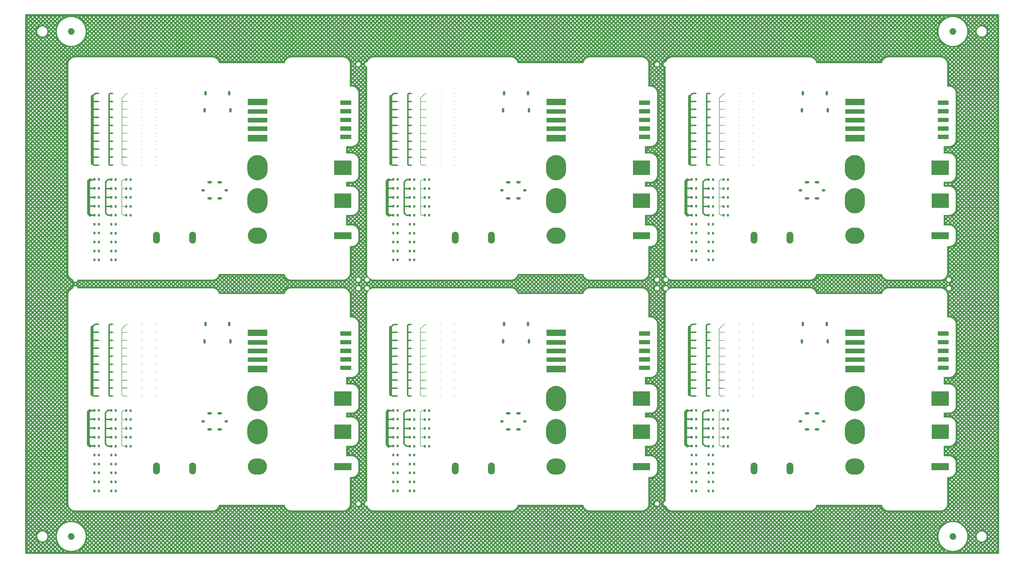
<source format=gbr>
%TF.GenerationSoftware,KiCad,Pcbnew,7.0.5*%
%TF.CreationDate,2023-09-05T09:46:38+01:00*%
%TF.ProjectId,PANELTEST141,50414e45-4c54-4455-9354-3134312e6b69,00.00*%
%TF.SameCoordinates,PX27b9fb5PYc4a79ca*%
%TF.FileFunction,Copper,L2,Bot*%
%TF.FilePolarity,Positive*%
%FSLAX46Y46*%
G04 Gerber Fmt 4.6, Leading zero omitted, Abs format (unit mm)*
G04 Created by KiCad (PCBNEW 7.0.5) date 2023-09-05 09:46:38*
%MOMM*%
%LPD*%
G01*
G04 APERTURE LIST*
%TA.AperFunction,EtchedComponent*%
%ADD10C,0.100000*%
%TD*%
%TA.AperFunction,EtchedComponent*%
%ADD11C,0.200000*%
%TD*%
%TA.AperFunction,EtchedComponent*%
%ADD12C,0.990000*%
%TD*%
%TA.AperFunction,EtchedComponent*%
%ADD13C,1.200000*%
%TD*%
%TA.AperFunction,ComponentPad*%
%ADD14O,2.400000X4.100000*%
%TD*%
%TA.AperFunction,ComponentPad*%
%ADD15O,0.800000X1.600000*%
%TD*%
%TA.AperFunction,ComponentPad*%
%ADD16O,1.200000X0.900000*%
%TD*%
%TA.AperFunction,ComponentPad*%
%ADD17O,1.600000X0.800000*%
%TD*%
%TA.AperFunction,ComponentPad*%
%ADD18C,1.498600*%
%TD*%
%TA.AperFunction,ComponentPad*%
%ADD19C,1.524000*%
%TD*%
%TA.AperFunction,SMDPad,CuDef*%
%ADD20R,0.150000X0.200000*%
%TD*%
%TA.AperFunction,SMDPad,CuDef*%
%ADD21R,0.762000X0.914400*%
%TD*%
%TA.AperFunction,Conductor*%
%ADD22C,1.000000*%
%TD*%
%TA.AperFunction,Conductor*%
%ADD23C,0.500000*%
%TD*%
%TA.AperFunction,Conductor*%
%ADD24C,0.000000*%
%TD*%
%TA.AperFunction,Conductor*%
%ADD25C,0.200000*%
%TD*%
%TA.AperFunction,Conductor*%
%ADD26C,0.250000*%
%TD*%
G04 APERTURE END LIST*
%TA.AperFunction,NonConductor*%
G36*
X316549871Y71160377D02*
G01*
X320329871Y71160377D01*
X320329871Y69660377D01*
X316549871Y69660377D01*
X316549871Y71160377D01*
G37*
%TD.AperFunction*%
%TA.AperFunction,NonConductor*%
G36*
X316559871Y65260377D02*
G01*
X320339871Y65260377D01*
X320339871Y63760377D01*
X316559871Y63760377D01*
X316559871Y65260377D01*
G37*
%TD.AperFunction*%
%TA.AperFunction,NonConductor*%
G36*
X210799871Y111560377D02*
G01*
X216799871Y111560377D01*
X216799871Y109160377D01*
X210799871Y109160377D01*
X210799871Y111560377D01*
G37*
%TD.AperFunction*%
%TA.AperFunction,NonConductor*%
G36*
X109359871Y145380377D02*
G01*
X113139871Y145380377D01*
X113139871Y143880377D01*
X109359871Y143880377D01*
X109359871Y145380377D01*
G37*
%TD.AperFunction*%
%TA.AperFunction,NonConductor*%
G36*
X107249871Y124990377D02*
G01*
X113149871Y124990377D01*
X113149871Y119990377D01*
X107249871Y119990377D01*
X107249871Y124990377D01*
G37*
%TD.AperFunction*%
%TA.AperFunction,NonConductor*%
G36*
X212949871Y148280377D02*
G01*
X216729871Y148280377D01*
X216729871Y146780377D01*
X212949871Y146780377D01*
X212949871Y148280377D01*
G37*
%TD.AperFunction*%
%TA.AperFunction,NonConductor*%
G36*
X316549871Y68160377D02*
G01*
X320329871Y68160377D01*
X320329871Y66660377D01*
X316549871Y66660377D01*
X316549871Y68160377D01*
G37*
%TD.AperFunction*%
%TA.AperFunction,NonConductor*%
G36*
X314399871Y31440377D02*
G01*
X320399871Y31440377D01*
X320399871Y29040377D01*
X314399871Y29040377D01*
X314399871Y31440377D01*
G37*
%TD.AperFunction*%
%TA.AperFunction,NonConductor*%
G36*
X109349871Y151280377D02*
G01*
X113129871Y151280377D01*
X113129871Y149780377D01*
X109349871Y149780377D01*
X109349871Y151280377D01*
G37*
%TD.AperFunction*%
%TA.AperFunction,NonConductor*%
G36*
X314399871Y136460377D02*
G01*
X320399871Y136460377D01*
X320399871Y131460377D01*
X314399871Y131460377D01*
X314399871Y136460377D01*
G37*
%TD.AperFunction*%
%TA.AperFunction,NonConductor*%
G36*
X316559871Y77160377D02*
G01*
X320339871Y77160377D01*
X320339871Y75660377D01*
X316559871Y75660377D01*
X316559871Y77160377D01*
G37*
%TD.AperFunction*%
%TA.AperFunction,NonConductor*%
G36*
X316559871Y145380377D02*
G01*
X320339871Y145380377D01*
X320339871Y143880377D01*
X316559871Y143880377D01*
X316559871Y145380377D01*
G37*
%TD.AperFunction*%
%TA.AperFunction,NonConductor*%
G36*
X107199871Y31440377D02*
G01*
X113199871Y31440377D01*
X113199871Y29040377D01*
X107199871Y29040377D01*
X107199871Y31440377D01*
G37*
%TD.AperFunction*%
%TA.AperFunction,NonConductor*%
G36*
X212959871Y145380377D02*
G01*
X216739871Y145380377D01*
X216739871Y143880377D01*
X212959871Y143880377D01*
X212959871Y145380377D01*
G37*
%TD.AperFunction*%
%TA.AperFunction,NonConductor*%
G36*
X109349871Y148280377D02*
G01*
X113129871Y148280377D01*
X113129871Y146780377D01*
X109349871Y146780377D01*
X109349871Y148280377D01*
G37*
%TD.AperFunction*%
%TA.AperFunction,NonConductor*%
G36*
X212949871Y68160377D02*
G01*
X216729871Y68160377D01*
X216729871Y66660377D01*
X212949871Y66660377D01*
X212949871Y68160377D01*
G37*
%TD.AperFunction*%
%TA.AperFunction,NonConductor*%
G36*
X212949871Y151280377D02*
G01*
X216729871Y151280377D01*
X216729871Y149780377D01*
X212949871Y149780377D01*
X212949871Y151280377D01*
G37*
%TD.AperFunction*%
%TA.AperFunction,NonConductor*%
G36*
X212949871Y74160377D02*
G01*
X216729871Y74160377D01*
X216729871Y72660377D01*
X212949871Y72660377D01*
X212949871Y74160377D01*
G37*
%TD.AperFunction*%
%TA.AperFunction,NonConductor*%
G36*
X314399871Y111560377D02*
G01*
X320399871Y111560377D01*
X320399871Y109160377D01*
X314399871Y109160377D01*
X314399871Y111560377D01*
G37*
%TD.AperFunction*%
%TA.AperFunction,NonConductor*%
G36*
X107199871Y111560377D02*
G01*
X113199871Y111560377D01*
X113199871Y109160377D01*
X107199871Y109160377D01*
X107199871Y111560377D01*
G37*
%TD.AperFunction*%
%TA.AperFunction,NonConductor*%
G36*
X316559871Y157280377D02*
G01*
X320339871Y157280377D01*
X320339871Y155780377D01*
X316559871Y155780377D01*
X316559871Y157280377D01*
G37*
%TD.AperFunction*%
%TA.AperFunction,NonConductor*%
G36*
X107249871Y44870377D02*
G01*
X113149871Y44870377D01*
X113149871Y39870377D01*
X107249871Y39870377D01*
X107249871Y44870377D01*
G37*
%TD.AperFunction*%
%TA.AperFunction,NonConductor*%
G36*
X210799871Y56340377D02*
G01*
X216799871Y56340377D01*
X216799871Y51340377D01*
X210799871Y51340377D01*
X210799871Y56340377D01*
G37*
%TD.AperFunction*%
%TA.AperFunction,NonConductor*%
G36*
X212949871Y154280377D02*
G01*
X216729871Y154280377D01*
X216729871Y152780377D01*
X212949871Y152780377D01*
X212949871Y154280377D01*
G37*
%TD.AperFunction*%
%TA.AperFunction,NonConductor*%
G36*
X314449871Y44870377D02*
G01*
X320349871Y44870377D01*
X320349871Y39870377D01*
X314449871Y39870377D01*
X314449871Y44870377D01*
G37*
%TD.AperFunction*%
%TA.AperFunction,NonConductor*%
G36*
X107199871Y136460377D02*
G01*
X113199871Y136460377D01*
X113199871Y131460377D01*
X107199871Y131460377D01*
X107199871Y136460377D01*
G37*
%TD.AperFunction*%
%TA.AperFunction,NonConductor*%
G36*
X212959871Y65260377D02*
G01*
X216739871Y65260377D01*
X216739871Y63760377D01*
X212959871Y63760377D01*
X212959871Y65260377D01*
G37*
%TD.AperFunction*%
%TA.AperFunction,NonConductor*%
G36*
X212949871Y71160377D02*
G01*
X216729871Y71160377D01*
X216729871Y69660377D01*
X212949871Y69660377D01*
X212949871Y71160377D01*
G37*
%TD.AperFunction*%
%TA.AperFunction,NonConductor*%
G36*
X314449871Y124990377D02*
G01*
X320349871Y124990377D01*
X320349871Y119990377D01*
X314449871Y119990377D01*
X314449871Y124990377D01*
G37*
%TD.AperFunction*%
%TA.AperFunction,NonConductor*%
G36*
X316549871Y151280377D02*
G01*
X320329871Y151280377D01*
X320329871Y149780377D01*
X316549871Y149780377D01*
X316549871Y151280377D01*
G37*
%TD.AperFunction*%
%TA.AperFunction,NonConductor*%
G36*
X210799871Y136460377D02*
G01*
X216799871Y136460377D01*
X216799871Y131460377D01*
X210799871Y131460377D01*
X210799871Y136460377D01*
G37*
%TD.AperFunction*%
%TA.AperFunction,NonConductor*%
G36*
X316549871Y148280377D02*
G01*
X320329871Y148280377D01*
X320329871Y146780377D01*
X316549871Y146780377D01*
X316549871Y148280377D01*
G37*
%TD.AperFunction*%
%TA.AperFunction,NonConductor*%
G36*
X316549871Y74160377D02*
G01*
X320329871Y74160377D01*
X320329871Y72660377D01*
X316549871Y72660377D01*
X316549871Y74160377D01*
G37*
%TD.AperFunction*%
%TA.AperFunction,NonConductor*%
G36*
X109359871Y77160377D02*
G01*
X113139871Y77160377D01*
X113139871Y75660377D01*
X109359871Y75660377D01*
X109359871Y77160377D01*
G37*
%TD.AperFunction*%
%TA.AperFunction,NonConductor*%
G36*
X316549871Y154280377D02*
G01*
X320329871Y154280377D01*
X320329871Y152780377D01*
X316549871Y152780377D01*
X316549871Y154280377D01*
G37*
%TD.AperFunction*%
%TA.AperFunction,NonConductor*%
G36*
X212959871Y77160377D02*
G01*
X216739871Y77160377D01*
X216739871Y75660377D01*
X212959871Y75660377D01*
X212959871Y77160377D01*
G37*
%TD.AperFunction*%
%TA.AperFunction,NonConductor*%
G36*
X109349871Y71160377D02*
G01*
X113129871Y71160377D01*
X113129871Y69660377D01*
X109349871Y69660377D01*
X109349871Y71160377D01*
G37*
%TD.AperFunction*%
%TA.AperFunction,NonConductor*%
G36*
X109349871Y154280377D02*
G01*
X113129871Y154280377D01*
X113129871Y152780377D01*
X109349871Y152780377D01*
X109349871Y154280377D01*
G37*
%TD.AperFunction*%
%TA.AperFunction,NonConductor*%
G36*
X210799871Y31440377D02*
G01*
X216799871Y31440377D01*
X216799871Y29040377D01*
X210799871Y29040377D01*
X210799871Y31440377D01*
G37*
%TD.AperFunction*%
%TA.AperFunction,NonConductor*%
G36*
X109349871Y68160377D02*
G01*
X113129871Y68160377D01*
X113129871Y66660377D01*
X109349871Y66660377D01*
X109349871Y68160377D01*
G37*
%TD.AperFunction*%
%TA.AperFunction,NonConductor*%
G36*
X109359871Y157280377D02*
G01*
X113139871Y157280377D01*
X113139871Y155780377D01*
X109359871Y155780377D01*
X109359871Y157280377D01*
G37*
%TD.AperFunction*%
%TA.AperFunction,NonConductor*%
G36*
X314399871Y56340377D02*
G01*
X320399871Y56340377D01*
X320399871Y51340377D01*
X314399871Y51340377D01*
X314399871Y56340377D01*
G37*
%TD.AperFunction*%
%TA.AperFunction,NonConductor*%
G36*
X109359871Y65260377D02*
G01*
X113139871Y65260377D01*
X113139871Y63760377D01*
X109359871Y63760377D01*
X109359871Y65260377D01*
G37*
%TD.AperFunction*%
%TA.AperFunction,NonConductor*%
G36*
X109349871Y74160377D02*
G01*
X113129871Y74160377D01*
X113129871Y72660377D01*
X109349871Y72660377D01*
X109349871Y74160377D01*
G37*
%TD.AperFunction*%
%TA.AperFunction,NonConductor*%
G36*
X210849871Y124990377D02*
G01*
X216749871Y124990377D01*
X216749871Y119990377D01*
X210849871Y119990377D01*
X210849871Y124990377D01*
G37*
%TD.AperFunction*%
%TA.AperFunction,NonConductor*%
G36*
X210849871Y44870377D02*
G01*
X216749871Y44870377D01*
X216749871Y39870377D01*
X210849871Y39870377D01*
X210849871Y44870377D01*
G37*
%TD.AperFunction*%
%TA.AperFunction,NonConductor*%
G36*
X212959871Y157280377D02*
G01*
X216739871Y157280377D01*
X216739871Y155780377D01*
X212959871Y155780377D01*
X212959871Y157280377D01*
G37*
%TD.AperFunction*%
%TA.AperFunction,NonConductor*%
G36*
X107199871Y56340377D02*
G01*
X113199871Y56340377D01*
X113199871Y51340377D01*
X107199871Y51340377D01*
X107199871Y56340377D01*
G37*
%TD.AperFunction*%
D10*
%TO.C,TAB1*%
X83889889Y77740377D02*
X77269889Y77740377D01*
X77269889Y77740377D02*
X77269889Y75640377D01*
X77269889Y75640377D02*
X83889889Y75640377D01*
X83889889Y75640377D02*
X83889889Y77740377D01*
G36*
X83889889Y77740377D02*
G01*
X77269889Y77740377D01*
X77269889Y75640377D01*
X83889889Y75640377D01*
X83889889Y77740377D01*
G37*
X83889889Y74140377D02*
X77269889Y74140377D01*
X77269889Y74140377D02*
X77269889Y72640377D01*
X77269889Y72640377D02*
X83889889Y72640377D01*
X83889889Y72640377D02*
X83889889Y74140377D01*
G36*
X83889889Y74140377D02*
G01*
X77269889Y74140377D01*
X77269889Y72640377D01*
X83889889Y72640377D01*
X83889889Y74140377D01*
G37*
X83889889Y71140377D02*
X77269889Y71140377D01*
X77269889Y71140377D02*
X77269889Y69640377D01*
X77269889Y69640377D02*
X83889889Y69640377D01*
X83889889Y69640377D02*
X83889889Y71140377D01*
G36*
X83889889Y71140377D02*
G01*
X77269889Y71140377D01*
X77269889Y69640377D01*
X83889889Y69640377D01*
X83889889Y71140377D01*
G37*
X83889889Y68140377D02*
X77269889Y68140377D01*
X77269889Y68140377D02*
X77269889Y66640377D01*
X77269889Y66640377D02*
X83889889Y66640377D01*
X83889889Y66640377D02*
X83889889Y68140377D01*
G36*
X83889889Y68140377D02*
G01*
X77269889Y68140377D01*
X77269889Y66640377D01*
X83889889Y66640377D01*
X83889889Y68140377D01*
G37*
X83889889Y65250377D02*
X77269889Y65250377D01*
X77269889Y65250377D02*
X77269889Y63040377D01*
X77269889Y63040377D02*
X83889889Y63040377D01*
X83889889Y63040377D02*
X83889889Y65250377D01*
G36*
X83889889Y65250377D02*
G01*
X77269889Y65250377D01*
X77269889Y63040377D01*
X83889889Y63040377D01*
X83889889Y65250377D01*
G37*
%TO.C,TAB2*%
D11*
X184729948Y138205587D02*
X185089485Y138126447D01*
X185438359Y138008898D01*
X185772478Y137854318D01*
X186087925Y137664520D01*
X186381002Y137441728D01*
X186648274Y137188555D01*
X186886605Y136907969D01*
X187093203Y136603260D01*
X187265645Y136278000D01*
X187401910Y135936002D01*
X187500399Y135581276D01*
X187559958Y135217982D01*
X187579890Y134850378D01*
X187579889Y134850377D01*
X187579889Y133070377D01*
X187559958Y132702772D01*
X187500399Y132339478D01*
X187401910Y131984752D01*
X187265645Y131642754D01*
X187093203Y131317494D01*
X186886605Y131012785D01*
X186648274Y130732199D01*
X186381002Y130479026D01*
X186087925Y130256234D01*
X185772478Y130066436D01*
X185438359Y129911856D01*
X185089485Y129794307D01*
X184729948Y129715167D01*
X184363961Y129675363D01*
X183995817Y129675363D01*
X183629830Y129715167D01*
X183270293Y129794307D01*
X182921419Y129911856D01*
X182587300Y130066436D01*
X182271853Y130256234D01*
X181978776Y130479026D01*
X181711504Y130732199D01*
X181473173Y131012785D01*
X181266575Y131317494D01*
X181094133Y131642754D01*
X180957868Y131984752D01*
X180859379Y132339478D01*
X180799820Y132702772D01*
X180779889Y133070377D01*
X180779889Y134850377D01*
X180779889Y134850378D01*
X180799820Y135217982D01*
X180859379Y135581276D01*
X180957868Y135936002D01*
X181094133Y136278000D01*
X181266575Y136603260D01*
X181473173Y136907969D01*
X181711504Y137188555D01*
X181978776Y137441728D01*
X182271853Y137664520D01*
X182587300Y137854318D01*
X182921419Y138008898D01*
X183270293Y138126447D01*
X183629830Y138205587D01*
X183995817Y138245391D01*
X184363961Y138245391D01*
X184729948Y138205587D01*
%TA.AperFunction,EtchedComponent*%
G36*
X184729948Y138205587D02*
G01*
X185089485Y138126447D01*
X185438359Y138008898D01*
X185772478Y137854318D01*
X186087925Y137664520D01*
X186381002Y137441728D01*
X186648274Y137188555D01*
X186886605Y136907969D01*
X187093203Y136603260D01*
X187265645Y136278000D01*
X187401910Y135936002D01*
X187500399Y135581276D01*
X187559958Y135217982D01*
X187579890Y134850378D01*
X187579889Y134850377D01*
X187579889Y133070377D01*
X187559958Y132702772D01*
X187500399Y132339478D01*
X187401910Y131984752D01*
X187265645Y131642754D01*
X187093203Y131317494D01*
X186886605Y131012785D01*
X186648274Y130732199D01*
X186381002Y130479026D01*
X186087925Y130256234D01*
X185772478Y130066436D01*
X185438359Y129911856D01*
X185089485Y129794307D01*
X184729948Y129715167D01*
X184363961Y129675363D01*
X183995817Y129675363D01*
X183629830Y129715167D01*
X183270293Y129794307D01*
X182921419Y129911856D01*
X182587300Y130066436D01*
X182271853Y130256234D01*
X181978776Y130479026D01*
X181711504Y130732199D01*
X181473173Y131012785D01*
X181266575Y131317494D01*
X181094133Y131642754D01*
X180957868Y131984752D01*
X180859379Y132339478D01*
X180799820Y132702772D01*
X180779889Y133070377D01*
X180779889Y134850377D01*
X180779889Y134850378D01*
X180799820Y135217982D01*
X180859379Y135581276D01*
X180957868Y135936002D01*
X181094133Y136278000D01*
X181266575Y136603260D01*
X181473173Y136907969D01*
X181711504Y137188555D01*
X181978776Y137441728D01*
X182271853Y137664520D01*
X182587300Y137854318D01*
X182921419Y138008898D01*
X183270293Y138126447D01*
X183629830Y138205587D01*
X183995817Y138245391D01*
X184363961Y138245391D01*
X184729948Y138205587D01*
G37*
%TD.AperFunction*%
%TO.C,TAB4*%
X288634915Y32917214D02*
X288955202Y32858520D01*
X289266079Y32761646D01*
X289563013Y32628007D01*
X289841673Y32459551D01*
X290097997Y32258735D01*
X290328246Y32028486D01*
X290529062Y31772162D01*
X290697518Y31493502D01*
X290831157Y31196568D01*
X290928031Y30885691D01*
X290986725Y30565404D01*
X291006386Y30240377D01*
X290986725Y29915350D01*
X290928031Y29595063D01*
X290831157Y29284186D01*
X290697518Y28987252D01*
X290529062Y28708592D01*
X290328246Y28452268D01*
X290097997Y28222019D01*
X289841673Y28021203D01*
X289563013Y27852747D01*
X289266079Y27719108D01*
X288955202Y27622234D01*
X288634915Y27563540D01*
X288309888Y27543879D01*
X288309871Y27543880D01*
X287249905Y27543880D01*
X287249888Y27543879D01*
X286924861Y27563540D01*
X286604574Y27622234D01*
X286293697Y27719108D01*
X285996763Y27852747D01*
X285718103Y28021203D01*
X285461779Y28222019D01*
X285231530Y28452268D01*
X285030714Y28708592D01*
X284862258Y28987252D01*
X284728619Y29284186D01*
X284631745Y29595063D01*
X284573051Y29915350D01*
X284553390Y30240377D01*
X284573051Y30565404D01*
X284631745Y30885691D01*
X284728619Y31196568D01*
X284862258Y31493502D01*
X285030714Y31772162D01*
X285231530Y32028486D01*
X285461779Y32258735D01*
X285718103Y32459551D01*
X285996763Y32628007D01*
X286293697Y32761646D01*
X286604574Y32858520D01*
X286924861Y32917214D01*
X287249888Y32936875D01*
X287249905Y32936874D01*
X288309871Y32936874D01*
X288309888Y32936875D01*
X288634915Y32917214D01*
%TA.AperFunction,EtchedComponent*%
G36*
X288634915Y32917214D02*
G01*
X288955202Y32858520D01*
X289266079Y32761646D01*
X289563013Y32628007D01*
X289841673Y32459551D01*
X290097997Y32258735D01*
X290328246Y32028486D01*
X290529062Y31772162D01*
X290697518Y31493502D01*
X290831157Y31196568D01*
X290928031Y30885691D01*
X290986725Y30565404D01*
X291006386Y30240377D01*
X290986725Y29915350D01*
X290928031Y29595063D01*
X290831157Y29284186D01*
X290697518Y28987252D01*
X290529062Y28708592D01*
X290328246Y28452268D01*
X290097997Y28222019D01*
X289841673Y28021203D01*
X289563013Y27852747D01*
X289266079Y27719108D01*
X288955202Y27622234D01*
X288634915Y27563540D01*
X288309888Y27543879D01*
X288309871Y27543880D01*
X287249905Y27543880D01*
X287249888Y27543879D01*
X286924861Y27563540D01*
X286604574Y27622234D01*
X286293697Y27719108D01*
X285996763Y27852747D01*
X285718103Y28021203D01*
X285461779Y28222019D01*
X285231530Y28452268D01*
X285030714Y28708592D01*
X284862258Y28987252D01*
X284728619Y29284186D01*
X284631745Y29595063D01*
X284573051Y29915350D01*
X284553390Y30240377D01*
X284573051Y30565404D01*
X284631745Y30885691D01*
X284728619Y31196568D01*
X284862258Y31493502D01*
X285030714Y31772162D01*
X285231530Y32028486D01*
X285461779Y32258735D01*
X285718103Y32459551D01*
X285996763Y32628007D01*
X286293697Y32761646D01*
X286604574Y32858520D01*
X286924861Y32917214D01*
X287249888Y32936875D01*
X287249905Y32936874D01*
X288309871Y32936874D01*
X288309888Y32936875D01*
X288634915Y32917214D01*
G37*
%TD.AperFunction*%
%TO.C,TAB3*%
X81129948Y126735587D02*
X81489485Y126656447D01*
X81838359Y126538898D01*
X82172478Y126384318D01*
X82487925Y126194520D01*
X82781002Y125971728D01*
X83048274Y125718555D01*
X83286605Y125437969D01*
X83493203Y125133260D01*
X83665645Y124808000D01*
X83801910Y124466002D01*
X83900399Y124111276D01*
X83959958Y123747982D01*
X83979890Y123380378D01*
X83979889Y123380377D01*
X83979889Y121600377D01*
X83959958Y121232772D01*
X83900399Y120869478D01*
X83801910Y120514752D01*
X83665645Y120172754D01*
X83493203Y119847494D01*
X83286605Y119542785D01*
X83048274Y119262199D01*
X82781002Y119009026D01*
X82487925Y118786234D01*
X82172478Y118596436D01*
X81838359Y118441856D01*
X81489485Y118324307D01*
X81129948Y118245167D01*
X80763961Y118205363D01*
X80395817Y118205363D01*
X80029830Y118245167D01*
X79670293Y118324307D01*
X79321419Y118441856D01*
X78987300Y118596436D01*
X78671853Y118786234D01*
X78378776Y119009026D01*
X78111504Y119262199D01*
X77873173Y119542785D01*
X77666575Y119847494D01*
X77494133Y120172754D01*
X77357868Y120514752D01*
X77259379Y120869478D01*
X77199820Y121232772D01*
X77179889Y121600377D01*
X77179889Y123380377D01*
X77179889Y123380378D01*
X77199820Y123747982D01*
X77259379Y124111276D01*
X77357868Y124466002D01*
X77494133Y124808000D01*
X77666575Y125133260D01*
X77873173Y125437969D01*
X78111504Y125718555D01*
X78378776Y125971728D01*
X78671853Y126194520D01*
X78987300Y126384318D01*
X79321419Y126538898D01*
X79670293Y126656447D01*
X80029830Y126735587D01*
X80395817Y126775391D01*
X80763961Y126775391D01*
X81129948Y126735587D01*
%TA.AperFunction,EtchedComponent*%
G36*
X81129948Y126735587D02*
G01*
X81489485Y126656447D01*
X81838359Y126538898D01*
X82172478Y126384318D01*
X82487925Y126194520D01*
X82781002Y125971728D01*
X83048274Y125718555D01*
X83286605Y125437969D01*
X83493203Y125133260D01*
X83665645Y124808000D01*
X83801910Y124466002D01*
X83900399Y124111276D01*
X83959958Y123747982D01*
X83979890Y123380378D01*
X83979889Y123380377D01*
X83979889Y121600377D01*
X83959958Y121232772D01*
X83900399Y120869478D01*
X83801910Y120514752D01*
X83665645Y120172754D01*
X83493203Y119847494D01*
X83286605Y119542785D01*
X83048274Y119262199D01*
X82781002Y119009026D01*
X82487925Y118786234D01*
X82172478Y118596436D01*
X81838359Y118441856D01*
X81489485Y118324307D01*
X81129948Y118245167D01*
X80763961Y118205363D01*
X80395817Y118205363D01*
X80029830Y118245167D01*
X79670293Y118324307D01*
X79321419Y118441856D01*
X78987300Y118596436D01*
X78671853Y118786234D01*
X78378776Y119009026D01*
X78111504Y119262199D01*
X77873173Y119542785D01*
X77666575Y119847494D01*
X77494133Y120172754D01*
X77357868Y120514752D01*
X77259379Y120869478D01*
X77199820Y121232772D01*
X77179889Y121600377D01*
X77179889Y123380377D01*
X77179889Y123380378D01*
X77199820Y123747982D01*
X77259379Y124111276D01*
X77357868Y124466002D01*
X77494133Y124808000D01*
X77666575Y125133260D01*
X77873173Y125437969D01*
X78111504Y125718555D01*
X78378776Y125971728D01*
X78671853Y126194520D01*
X78987300Y126384318D01*
X79321419Y126538898D01*
X79670293Y126656447D01*
X80029830Y126735587D01*
X80395817Y126775391D01*
X80763961Y126775391D01*
X81129948Y126735587D01*
G37*
%TD.AperFunction*%
%TO.C,TAB4*%
X81434915Y113037214D02*
X81755202Y112978520D01*
X82066079Y112881646D01*
X82363013Y112748007D01*
X82641673Y112579551D01*
X82897997Y112378735D01*
X83128246Y112148486D01*
X83329062Y111892162D01*
X83497518Y111613502D01*
X83631157Y111316568D01*
X83728031Y111005691D01*
X83786725Y110685404D01*
X83806386Y110360377D01*
X83786725Y110035350D01*
X83728031Y109715063D01*
X83631157Y109404186D01*
X83497518Y109107252D01*
X83329062Y108828592D01*
X83128246Y108572268D01*
X82897997Y108342019D01*
X82641673Y108141203D01*
X82363013Y107972747D01*
X82066079Y107839108D01*
X81755202Y107742234D01*
X81434915Y107683540D01*
X81109888Y107663879D01*
X81109871Y107663880D01*
X80049905Y107663880D01*
X80049888Y107663879D01*
X79724861Y107683540D01*
X79404574Y107742234D01*
X79093697Y107839108D01*
X78796763Y107972747D01*
X78518103Y108141203D01*
X78261779Y108342019D01*
X78031530Y108572268D01*
X77830714Y108828592D01*
X77662258Y109107252D01*
X77528619Y109404186D01*
X77431745Y109715063D01*
X77373051Y110035350D01*
X77353390Y110360377D01*
X77373051Y110685404D01*
X77431745Y111005691D01*
X77528619Y111316568D01*
X77662258Y111613502D01*
X77830714Y111892162D01*
X78031530Y112148486D01*
X78261779Y112378735D01*
X78518103Y112579551D01*
X78796763Y112748007D01*
X79093697Y112881646D01*
X79404574Y112978520D01*
X79724861Y113037214D01*
X80049888Y113056875D01*
X80049905Y113056874D01*
X81109871Y113056874D01*
X81109888Y113056875D01*
X81434915Y113037214D01*
%TA.AperFunction,EtchedComponent*%
G36*
X81434915Y113037214D02*
G01*
X81755202Y112978520D01*
X82066079Y112881646D01*
X82363013Y112748007D01*
X82641673Y112579551D01*
X82897997Y112378735D01*
X83128246Y112148486D01*
X83329062Y111892162D01*
X83497518Y111613502D01*
X83631157Y111316568D01*
X83728031Y111005691D01*
X83786725Y110685404D01*
X83806386Y110360377D01*
X83786725Y110035350D01*
X83728031Y109715063D01*
X83631157Y109404186D01*
X83497518Y109107252D01*
X83329062Y108828592D01*
X83128246Y108572268D01*
X82897997Y108342019D01*
X82641673Y108141203D01*
X82363013Y107972747D01*
X82066079Y107839108D01*
X81755202Y107742234D01*
X81434915Y107683540D01*
X81109888Y107663879D01*
X81109871Y107663880D01*
X80049905Y107663880D01*
X80049888Y107663879D01*
X79724861Y107683540D01*
X79404574Y107742234D01*
X79093697Y107839108D01*
X78796763Y107972747D01*
X78518103Y108141203D01*
X78261779Y108342019D01*
X78031530Y108572268D01*
X77830714Y108828592D01*
X77662258Y109107252D01*
X77528619Y109404186D01*
X77431745Y109715063D01*
X77373051Y110035350D01*
X77353390Y110360377D01*
X77373051Y110685404D01*
X77431745Y111005691D01*
X77528619Y111316568D01*
X77662258Y111613502D01*
X77830714Y111892162D01*
X78031530Y112148486D01*
X78261779Y112378735D01*
X78518103Y112579551D01*
X78796763Y112748007D01*
X79093697Y112881646D01*
X79404574Y112978520D01*
X79724861Y113037214D01*
X80049888Y113056875D01*
X80049905Y113056874D01*
X81109871Y113056874D01*
X81109888Y113056875D01*
X81434915Y113037214D01*
G37*
%TD.AperFunction*%
%TO.C,TAB3*%
X81129948Y46615587D02*
X81489485Y46536447D01*
X81838359Y46418898D01*
X82172478Y46264318D01*
X82487925Y46074520D01*
X82781002Y45851728D01*
X83048274Y45598555D01*
X83286605Y45317969D01*
X83493203Y45013260D01*
X83665645Y44688000D01*
X83801910Y44346002D01*
X83900399Y43991276D01*
X83959958Y43627982D01*
X83979890Y43260378D01*
X83979889Y43260377D01*
X83979889Y41480377D01*
X83959958Y41112772D01*
X83900399Y40749478D01*
X83801910Y40394752D01*
X83665645Y40052754D01*
X83493203Y39727494D01*
X83286605Y39422785D01*
X83048274Y39142199D01*
X82781002Y38889026D01*
X82487925Y38666234D01*
X82172478Y38476436D01*
X81838359Y38321856D01*
X81489485Y38204307D01*
X81129948Y38125167D01*
X80763961Y38085363D01*
X80395817Y38085363D01*
X80029830Y38125167D01*
X79670293Y38204307D01*
X79321419Y38321856D01*
X78987300Y38476436D01*
X78671853Y38666234D01*
X78378776Y38889026D01*
X78111504Y39142199D01*
X77873173Y39422785D01*
X77666575Y39727494D01*
X77494133Y40052754D01*
X77357868Y40394752D01*
X77259379Y40749478D01*
X77199820Y41112772D01*
X77179889Y41480377D01*
X77179889Y43260377D01*
X77179889Y43260378D01*
X77199820Y43627982D01*
X77259379Y43991276D01*
X77357868Y44346002D01*
X77494133Y44688000D01*
X77666575Y45013260D01*
X77873173Y45317969D01*
X78111504Y45598555D01*
X78378776Y45851728D01*
X78671853Y46074520D01*
X78987300Y46264318D01*
X79321419Y46418898D01*
X79670293Y46536447D01*
X80029830Y46615587D01*
X80395817Y46655391D01*
X80763961Y46655391D01*
X81129948Y46615587D01*
%TA.AperFunction,EtchedComponent*%
G36*
X81129948Y46615587D02*
G01*
X81489485Y46536447D01*
X81838359Y46418898D01*
X82172478Y46264318D01*
X82487925Y46074520D01*
X82781002Y45851728D01*
X83048274Y45598555D01*
X83286605Y45317969D01*
X83493203Y45013260D01*
X83665645Y44688000D01*
X83801910Y44346002D01*
X83900399Y43991276D01*
X83959958Y43627982D01*
X83979890Y43260378D01*
X83979889Y43260377D01*
X83979889Y41480377D01*
X83959958Y41112772D01*
X83900399Y40749478D01*
X83801910Y40394752D01*
X83665645Y40052754D01*
X83493203Y39727494D01*
X83286605Y39422785D01*
X83048274Y39142199D01*
X82781002Y38889026D01*
X82487925Y38666234D01*
X82172478Y38476436D01*
X81838359Y38321856D01*
X81489485Y38204307D01*
X81129948Y38125167D01*
X80763961Y38085363D01*
X80395817Y38085363D01*
X80029830Y38125167D01*
X79670293Y38204307D01*
X79321419Y38321856D01*
X78987300Y38476436D01*
X78671853Y38666234D01*
X78378776Y38889026D01*
X78111504Y39142199D01*
X77873173Y39422785D01*
X77666575Y39727494D01*
X77494133Y40052754D01*
X77357868Y40394752D01*
X77259379Y40749478D01*
X77199820Y41112772D01*
X77179889Y41480377D01*
X77179889Y43260377D01*
X77179889Y43260378D01*
X77199820Y43627982D01*
X77259379Y43991276D01*
X77357868Y44346002D01*
X77494133Y44688000D01*
X77666575Y45013260D01*
X77873173Y45317969D01*
X78111504Y45598555D01*
X78378776Y45851728D01*
X78671853Y46074520D01*
X78987300Y46264318D01*
X79321419Y46418898D01*
X79670293Y46536447D01*
X80029830Y46615587D01*
X80395817Y46655391D01*
X80763961Y46655391D01*
X81129948Y46615587D01*
G37*
%TD.AperFunction*%
%TO.C,TAB4*%
X185034915Y32917214D02*
X185355202Y32858520D01*
X185666079Y32761646D01*
X185963013Y32628007D01*
X186241673Y32459551D01*
X186497997Y32258735D01*
X186728246Y32028486D01*
X186929062Y31772162D01*
X187097518Y31493502D01*
X187231157Y31196568D01*
X187328031Y30885691D01*
X187386725Y30565404D01*
X187406386Y30240377D01*
X187386725Y29915350D01*
X187328031Y29595063D01*
X187231157Y29284186D01*
X187097518Y28987252D01*
X186929062Y28708592D01*
X186728246Y28452268D01*
X186497997Y28222019D01*
X186241673Y28021203D01*
X185963013Y27852747D01*
X185666079Y27719108D01*
X185355202Y27622234D01*
X185034915Y27563540D01*
X184709888Y27543879D01*
X184709871Y27543880D01*
X183649905Y27543880D01*
X183649888Y27543879D01*
X183324861Y27563540D01*
X183004574Y27622234D01*
X182693697Y27719108D01*
X182396763Y27852747D01*
X182118103Y28021203D01*
X181861779Y28222019D01*
X181631530Y28452268D01*
X181430714Y28708592D01*
X181262258Y28987252D01*
X181128619Y29284186D01*
X181031745Y29595063D01*
X180973051Y29915350D01*
X180953390Y30240377D01*
X180973051Y30565404D01*
X181031745Y30885691D01*
X181128619Y31196568D01*
X181262258Y31493502D01*
X181430714Y31772162D01*
X181631530Y32028486D01*
X181861779Y32258735D01*
X182118103Y32459551D01*
X182396763Y32628007D01*
X182693697Y32761646D01*
X183004574Y32858520D01*
X183324861Y32917214D01*
X183649888Y32936875D01*
X183649905Y32936874D01*
X184709871Y32936874D01*
X184709888Y32936875D01*
X185034915Y32917214D01*
%TA.AperFunction,EtchedComponent*%
G36*
X185034915Y32917214D02*
G01*
X185355202Y32858520D01*
X185666079Y32761646D01*
X185963013Y32628007D01*
X186241673Y32459551D01*
X186497997Y32258735D01*
X186728246Y32028486D01*
X186929062Y31772162D01*
X187097518Y31493502D01*
X187231157Y31196568D01*
X187328031Y30885691D01*
X187386725Y30565404D01*
X187406386Y30240377D01*
X187386725Y29915350D01*
X187328031Y29595063D01*
X187231157Y29284186D01*
X187097518Y28987252D01*
X186929062Y28708592D01*
X186728246Y28452268D01*
X186497997Y28222019D01*
X186241673Y28021203D01*
X185963013Y27852747D01*
X185666079Y27719108D01*
X185355202Y27622234D01*
X185034915Y27563540D01*
X184709888Y27543879D01*
X184709871Y27543880D01*
X183649905Y27543880D01*
X183649888Y27543879D01*
X183324861Y27563540D01*
X183004574Y27622234D01*
X182693697Y27719108D01*
X182396763Y27852747D01*
X182118103Y28021203D01*
X181861779Y28222019D01*
X181631530Y28452268D01*
X181430714Y28708592D01*
X181262258Y28987252D01*
X181128619Y29284186D01*
X181031745Y29595063D01*
X180973051Y29915350D01*
X180953390Y30240377D01*
X180973051Y30565404D01*
X181031745Y30885691D01*
X181128619Y31196568D01*
X181262258Y31493502D01*
X181430714Y31772162D01*
X181631530Y32028486D01*
X181861779Y32258735D01*
X182118103Y32459551D01*
X182396763Y32628007D01*
X182693697Y32761646D01*
X183004574Y32858520D01*
X183324861Y32917214D01*
X183649888Y32936875D01*
X183649905Y32936874D01*
X184709871Y32936874D01*
X184709888Y32936875D01*
X185034915Y32917214D01*
G37*
%TD.AperFunction*%
%TO.C,TAB3*%
X184729948Y46615587D02*
X185089485Y46536447D01*
X185438359Y46418898D01*
X185772478Y46264318D01*
X186087925Y46074520D01*
X186381002Y45851728D01*
X186648274Y45598555D01*
X186886605Y45317969D01*
X187093203Y45013260D01*
X187265645Y44688000D01*
X187401910Y44346002D01*
X187500399Y43991276D01*
X187559958Y43627982D01*
X187579890Y43260378D01*
X187579889Y43260377D01*
X187579889Y41480377D01*
X187559958Y41112772D01*
X187500399Y40749478D01*
X187401910Y40394752D01*
X187265645Y40052754D01*
X187093203Y39727494D01*
X186886605Y39422785D01*
X186648274Y39142199D01*
X186381002Y38889026D01*
X186087925Y38666234D01*
X185772478Y38476436D01*
X185438359Y38321856D01*
X185089485Y38204307D01*
X184729948Y38125167D01*
X184363961Y38085363D01*
X183995817Y38085363D01*
X183629830Y38125167D01*
X183270293Y38204307D01*
X182921419Y38321856D01*
X182587300Y38476436D01*
X182271853Y38666234D01*
X181978776Y38889026D01*
X181711504Y39142199D01*
X181473173Y39422785D01*
X181266575Y39727494D01*
X181094133Y40052754D01*
X180957868Y40394752D01*
X180859379Y40749478D01*
X180799820Y41112772D01*
X180779889Y41480377D01*
X180779889Y43260377D01*
X180779889Y43260378D01*
X180799820Y43627982D01*
X180859379Y43991276D01*
X180957868Y44346002D01*
X181094133Y44688000D01*
X181266575Y45013260D01*
X181473173Y45317969D01*
X181711504Y45598555D01*
X181978776Y45851728D01*
X182271853Y46074520D01*
X182587300Y46264318D01*
X182921419Y46418898D01*
X183270293Y46536447D01*
X183629830Y46615587D01*
X183995817Y46655391D01*
X184363961Y46655391D01*
X184729948Y46615587D01*
%TA.AperFunction,EtchedComponent*%
G36*
X184729948Y46615587D02*
G01*
X185089485Y46536447D01*
X185438359Y46418898D01*
X185772478Y46264318D01*
X186087925Y46074520D01*
X186381002Y45851728D01*
X186648274Y45598555D01*
X186886605Y45317969D01*
X187093203Y45013260D01*
X187265645Y44688000D01*
X187401910Y44346002D01*
X187500399Y43991276D01*
X187559958Y43627982D01*
X187579890Y43260378D01*
X187579889Y43260377D01*
X187579889Y41480377D01*
X187559958Y41112772D01*
X187500399Y40749478D01*
X187401910Y40394752D01*
X187265645Y40052754D01*
X187093203Y39727494D01*
X186886605Y39422785D01*
X186648274Y39142199D01*
X186381002Y38889026D01*
X186087925Y38666234D01*
X185772478Y38476436D01*
X185438359Y38321856D01*
X185089485Y38204307D01*
X184729948Y38125167D01*
X184363961Y38085363D01*
X183995817Y38085363D01*
X183629830Y38125167D01*
X183270293Y38204307D01*
X182921419Y38321856D01*
X182587300Y38476436D01*
X182271853Y38666234D01*
X181978776Y38889026D01*
X181711504Y39142199D01*
X181473173Y39422785D01*
X181266575Y39727494D01*
X181094133Y40052754D01*
X180957868Y40394752D01*
X180859379Y40749478D01*
X180799820Y41112772D01*
X180779889Y41480377D01*
X180779889Y43260377D01*
X180779889Y43260378D01*
X180799820Y43627982D01*
X180859379Y43991276D01*
X180957868Y44346002D01*
X181094133Y44688000D01*
X181266575Y45013260D01*
X181473173Y45317969D01*
X181711504Y45598555D01*
X181978776Y45851728D01*
X182271853Y46074520D01*
X182587300Y46264318D01*
X182921419Y46418898D01*
X183270293Y46536447D01*
X183629830Y46615587D01*
X183995817Y46655391D01*
X184363961Y46655391D01*
X184729948Y46615587D01*
G37*
%TD.AperFunction*%
%TO.C,TAB2*%
X184729948Y58085587D02*
X185089485Y58006447D01*
X185438359Y57888898D01*
X185772478Y57734318D01*
X186087925Y57544520D01*
X186381002Y57321728D01*
X186648274Y57068555D01*
X186886605Y56787969D01*
X187093203Y56483260D01*
X187265645Y56158000D01*
X187401910Y55816002D01*
X187500399Y55461276D01*
X187559958Y55097982D01*
X187579890Y54730378D01*
X187579889Y54730377D01*
X187579889Y52950377D01*
X187559958Y52582772D01*
X187500399Y52219478D01*
X187401910Y51864752D01*
X187265645Y51522754D01*
X187093203Y51197494D01*
X186886605Y50892785D01*
X186648274Y50612199D01*
X186381002Y50359026D01*
X186087925Y50136234D01*
X185772478Y49946436D01*
X185438359Y49791856D01*
X185089485Y49674307D01*
X184729948Y49595167D01*
X184363961Y49555363D01*
X183995817Y49555363D01*
X183629830Y49595167D01*
X183270293Y49674307D01*
X182921419Y49791856D01*
X182587300Y49946436D01*
X182271853Y50136234D01*
X181978776Y50359026D01*
X181711504Y50612199D01*
X181473173Y50892785D01*
X181266575Y51197494D01*
X181094133Y51522754D01*
X180957868Y51864752D01*
X180859379Y52219478D01*
X180799820Y52582772D01*
X180779889Y52950377D01*
X180779889Y54730377D01*
X180779889Y54730378D01*
X180799820Y55097982D01*
X180859379Y55461276D01*
X180957868Y55816002D01*
X181094133Y56158000D01*
X181266575Y56483260D01*
X181473173Y56787969D01*
X181711504Y57068555D01*
X181978776Y57321728D01*
X182271853Y57544520D01*
X182587300Y57734318D01*
X182921419Y57888898D01*
X183270293Y58006447D01*
X183629830Y58085587D01*
X183995817Y58125391D01*
X184363961Y58125391D01*
X184729948Y58085587D01*
%TA.AperFunction,EtchedComponent*%
G36*
X184729948Y58085587D02*
G01*
X185089485Y58006447D01*
X185438359Y57888898D01*
X185772478Y57734318D01*
X186087925Y57544520D01*
X186381002Y57321728D01*
X186648274Y57068555D01*
X186886605Y56787969D01*
X187093203Y56483260D01*
X187265645Y56158000D01*
X187401910Y55816002D01*
X187500399Y55461276D01*
X187559958Y55097982D01*
X187579890Y54730378D01*
X187579889Y54730377D01*
X187579889Y52950377D01*
X187559958Y52582772D01*
X187500399Y52219478D01*
X187401910Y51864752D01*
X187265645Y51522754D01*
X187093203Y51197494D01*
X186886605Y50892785D01*
X186648274Y50612199D01*
X186381002Y50359026D01*
X186087925Y50136234D01*
X185772478Y49946436D01*
X185438359Y49791856D01*
X185089485Y49674307D01*
X184729948Y49595167D01*
X184363961Y49555363D01*
X183995817Y49555363D01*
X183629830Y49595167D01*
X183270293Y49674307D01*
X182921419Y49791856D01*
X182587300Y49946436D01*
X182271853Y50136234D01*
X181978776Y50359026D01*
X181711504Y50612199D01*
X181473173Y50892785D01*
X181266575Y51197494D01*
X181094133Y51522754D01*
X180957868Y51864752D01*
X180859379Y52219478D01*
X180799820Y52582772D01*
X180779889Y52950377D01*
X180779889Y54730377D01*
X180779889Y54730378D01*
X180799820Y55097982D01*
X180859379Y55461276D01*
X180957868Y55816002D01*
X181094133Y56158000D01*
X181266575Y56483260D01*
X181473173Y56787969D01*
X181711504Y57068555D01*
X181978776Y57321728D01*
X182271853Y57544520D01*
X182587300Y57734318D01*
X182921419Y57888898D01*
X183270293Y58006447D01*
X183629830Y58085587D01*
X183995817Y58125391D01*
X184363961Y58125391D01*
X184729948Y58085587D01*
G37*
%TD.AperFunction*%
%TO.C,REF\u002A\u002A*%
D12*
X16494871Y181230377D02*
G75*
G03*
X16494871Y181230377I-495000J0D01*
G01*
D13*
X16599871Y181230377D02*
G75*
G03*
X16599871Y181230377I-600000J0D01*
G01*
D12*
X322294871Y181230377D02*
G75*
G03*
X322294871Y181230377I-495000J0D01*
G01*
D13*
X322399871Y181230377D02*
G75*
G03*
X322399871Y181230377I-600000J0D01*
G01*
%TO.C,TAB3*%
D11*
X184729948Y126735587D02*
X185089485Y126656447D01*
X185438359Y126538898D01*
X185772478Y126384318D01*
X186087925Y126194520D01*
X186381002Y125971728D01*
X186648274Y125718555D01*
X186886605Y125437969D01*
X187093203Y125133260D01*
X187265645Y124808000D01*
X187401910Y124466002D01*
X187500399Y124111276D01*
X187559958Y123747982D01*
X187579890Y123380378D01*
X187579889Y123380377D01*
X187579889Y121600377D01*
X187559958Y121232772D01*
X187500399Y120869478D01*
X187401910Y120514752D01*
X187265645Y120172754D01*
X187093203Y119847494D01*
X186886605Y119542785D01*
X186648274Y119262199D01*
X186381002Y119009026D01*
X186087925Y118786234D01*
X185772478Y118596436D01*
X185438359Y118441856D01*
X185089485Y118324307D01*
X184729948Y118245167D01*
X184363961Y118205363D01*
X183995817Y118205363D01*
X183629830Y118245167D01*
X183270293Y118324307D01*
X182921419Y118441856D01*
X182587300Y118596436D01*
X182271853Y118786234D01*
X181978776Y119009026D01*
X181711504Y119262199D01*
X181473173Y119542785D01*
X181266575Y119847494D01*
X181094133Y120172754D01*
X180957868Y120514752D01*
X180859379Y120869478D01*
X180799820Y121232772D01*
X180779889Y121600377D01*
X180779889Y123380377D01*
X180779889Y123380378D01*
X180799820Y123747982D01*
X180859379Y124111276D01*
X180957868Y124466002D01*
X181094133Y124808000D01*
X181266575Y125133260D01*
X181473173Y125437969D01*
X181711504Y125718555D01*
X181978776Y125971728D01*
X182271853Y126194520D01*
X182587300Y126384318D01*
X182921419Y126538898D01*
X183270293Y126656447D01*
X183629830Y126735587D01*
X183995817Y126775391D01*
X184363961Y126775391D01*
X184729948Y126735587D01*
%TA.AperFunction,EtchedComponent*%
G36*
X184729948Y126735587D02*
G01*
X185089485Y126656447D01*
X185438359Y126538898D01*
X185772478Y126384318D01*
X186087925Y126194520D01*
X186381002Y125971728D01*
X186648274Y125718555D01*
X186886605Y125437969D01*
X187093203Y125133260D01*
X187265645Y124808000D01*
X187401910Y124466002D01*
X187500399Y124111276D01*
X187559958Y123747982D01*
X187579890Y123380378D01*
X187579889Y123380377D01*
X187579889Y121600377D01*
X187559958Y121232772D01*
X187500399Y120869478D01*
X187401910Y120514752D01*
X187265645Y120172754D01*
X187093203Y119847494D01*
X186886605Y119542785D01*
X186648274Y119262199D01*
X186381002Y119009026D01*
X186087925Y118786234D01*
X185772478Y118596436D01*
X185438359Y118441856D01*
X185089485Y118324307D01*
X184729948Y118245167D01*
X184363961Y118205363D01*
X183995817Y118205363D01*
X183629830Y118245167D01*
X183270293Y118324307D01*
X182921419Y118441856D01*
X182587300Y118596436D01*
X182271853Y118786234D01*
X181978776Y119009026D01*
X181711504Y119262199D01*
X181473173Y119542785D01*
X181266575Y119847494D01*
X181094133Y120172754D01*
X180957868Y120514752D01*
X180859379Y120869478D01*
X180799820Y121232772D01*
X180779889Y121600377D01*
X180779889Y123380377D01*
X180779889Y123380378D01*
X180799820Y123747982D01*
X180859379Y124111276D01*
X180957868Y124466002D01*
X181094133Y124808000D01*
X181266575Y125133260D01*
X181473173Y125437969D01*
X181711504Y125718555D01*
X181978776Y125971728D01*
X182271853Y126194520D01*
X182587300Y126384318D01*
X182921419Y126538898D01*
X183270293Y126656447D01*
X183629830Y126735587D01*
X183995817Y126775391D01*
X184363961Y126775391D01*
X184729948Y126735587D01*
G37*
%TD.AperFunction*%
%TO.C,TAB2*%
X288329948Y138205587D02*
X288689485Y138126447D01*
X289038359Y138008898D01*
X289372478Y137854318D01*
X289687925Y137664520D01*
X289981002Y137441728D01*
X290248274Y137188555D01*
X290486605Y136907969D01*
X290693203Y136603260D01*
X290865645Y136278000D01*
X291001910Y135936002D01*
X291100399Y135581276D01*
X291159958Y135217982D01*
X291179890Y134850378D01*
X291179889Y134850377D01*
X291179889Y133070377D01*
X291159958Y132702772D01*
X291100399Y132339478D01*
X291001910Y131984752D01*
X290865645Y131642754D01*
X290693203Y131317494D01*
X290486605Y131012785D01*
X290248274Y130732199D01*
X289981002Y130479026D01*
X289687925Y130256234D01*
X289372478Y130066436D01*
X289038359Y129911856D01*
X288689485Y129794307D01*
X288329948Y129715167D01*
X287963961Y129675363D01*
X287595817Y129675363D01*
X287229830Y129715167D01*
X286870293Y129794307D01*
X286521419Y129911856D01*
X286187300Y130066436D01*
X285871853Y130256234D01*
X285578776Y130479026D01*
X285311504Y130732199D01*
X285073173Y131012785D01*
X284866575Y131317494D01*
X284694133Y131642754D01*
X284557868Y131984752D01*
X284459379Y132339478D01*
X284399820Y132702772D01*
X284379889Y133070377D01*
X284379889Y134850377D01*
X284379889Y134850378D01*
X284399820Y135217982D01*
X284459379Y135581276D01*
X284557868Y135936002D01*
X284694133Y136278000D01*
X284866575Y136603260D01*
X285073173Y136907969D01*
X285311504Y137188555D01*
X285578776Y137441728D01*
X285871853Y137664520D01*
X286187300Y137854318D01*
X286521419Y138008898D01*
X286870293Y138126447D01*
X287229830Y138205587D01*
X287595817Y138245391D01*
X287963961Y138245391D01*
X288329948Y138205587D01*
%TA.AperFunction,EtchedComponent*%
G36*
X288329948Y138205587D02*
G01*
X288689485Y138126447D01*
X289038359Y138008898D01*
X289372478Y137854318D01*
X289687925Y137664520D01*
X289981002Y137441728D01*
X290248274Y137188555D01*
X290486605Y136907969D01*
X290693203Y136603260D01*
X290865645Y136278000D01*
X291001910Y135936002D01*
X291100399Y135581276D01*
X291159958Y135217982D01*
X291179890Y134850378D01*
X291179889Y134850377D01*
X291179889Y133070377D01*
X291159958Y132702772D01*
X291100399Y132339478D01*
X291001910Y131984752D01*
X290865645Y131642754D01*
X290693203Y131317494D01*
X290486605Y131012785D01*
X290248274Y130732199D01*
X289981002Y130479026D01*
X289687925Y130256234D01*
X289372478Y130066436D01*
X289038359Y129911856D01*
X288689485Y129794307D01*
X288329948Y129715167D01*
X287963961Y129675363D01*
X287595817Y129675363D01*
X287229830Y129715167D01*
X286870293Y129794307D01*
X286521419Y129911856D01*
X286187300Y130066436D01*
X285871853Y130256234D01*
X285578776Y130479026D01*
X285311504Y130732199D01*
X285073173Y131012785D01*
X284866575Y131317494D01*
X284694133Y131642754D01*
X284557868Y131984752D01*
X284459379Y132339478D01*
X284399820Y132702772D01*
X284379889Y133070377D01*
X284379889Y134850377D01*
X284379889Y134850378D01*
X284399820Y135217982D01*
X284459379Y135581276D01*
X284557868Y135936002D01*
X284694133Y136278000D01*
X284866575Y136603260D01*
X285073173Y136907969D01*
X285311504Y137188555D01*
X285578776Y137441728D01*
X285871853Y137664520D01*
X286187300Y137854318D01*
X286521419Y138008898D01*
X286870293Y138126447D01*
X287229830Y138205587D01*
X287595817Y138245391D01*
X287963961Y138245391D01*
X288329948Y138205587D01*
G37*
%TD.AperFunction*%
X288329948Y58085587D02*
X288689485Y58006447D01*
X289038359Y57888898D01*
X289372478Y57734318D01*
X289687925Y57544520D01*
X289981002Y57321728D01*
X290248274Y57068555D01*
X290486605Y56787969D01*
X290693203Y56483260D01*
X290865645Y56158000D01*
X291001910Y55816002D01*
X291100399Y55461276D01*
X291159958Y55097982D01*
X291179890Y54730378D01*
X291179889Y54730377D01*
X291179889Y52950377D01*
X291159958Y52582772D01*
X291100399Y52219478D01*
X291001910Y51864752D01*
X290865645Y51522754D01*
X290693203Y51197494D01*
X290486605Y50892785D01*
X290248274Y50612199D01*
X289981002Y50359026D01*
X289687925Y50136234D01*
X289372478Y49946436D01*
X289038359Y49791856D01*
X288689485Y49674307D01*
X288329948Y49595167D01*
X287963961Y49555363D01*
X287595817Y49555363D01*
X287229830Y49595167D01*
X286870293Y49674307D01*
X286521419Y49791856D01*
X286187300Y49946436D01*
X285871853Y50136234D01*
X285578776Y50359026D01*
X285311504Y50612199D01*
X285073173Y50892785D01*
X284866575Y51197494D01*
X284694133Y51522754D01*
X284557868Y51864752D01*
X284459379Y52219478D01*
X284399820Y52582772D01*
X284379889Y52950377D01*
X284379889Y54730377D01*
X284379889Y54730378D01*
X284399820Y55097982D01*
X284459379Y55461276D01*
X284557868Y55816002D01*
X284694133Y56158000D01*
X284866575Y56483260D01*
X285073173Y56787969D01*
X285311504Y57068555D01*
X285578776Y57321728D01*
X285871853Y57544520D01*
X286187300Y57734318D01*
X286521419Y57888898D01*
X286870293Y58006447D01*
X287229830Y58085587D01*
X287595817Y58125391D01*
X287963961Y58125391D01*
X288329948Y58085587D01*
%TA.AperFunction,EtchedComponent*%
G36*
X288329948Y58085587D02*
G01*
X288689485Y58006447D01*
X289038359Y57888898D01*
X289372478Y57734318D01*
X289687925Y57544520D01*
X289981002Y57321728D01*
X290248274Y57068555D01*
X290486605Y56787969D01*
X290693203Y56483260D01*
X290865645Y56158000D01*
X291001910Y55816002D01*
X291100399Y55461276D01*
X291159958Y55097982D01*
X291179890Y54730378D01*
X291179889Y54730377D01*
X291179889Y52950377D01*
X291159958Y52582772D01*
X291100399Y52219478D01*
X291001910Y51864752D01*
X290865645Y51522754D01*
X290693203Y51197494D01*
X290486605Y50892785D01*
X290248274Y50612199D01*
X289981002Y50359026D01*
X289687925Y50136234D01*
X289372478Y49946436D01*
X289038359Y49791856D01*
X288689485Y49674307D01*
X288329948Y49595167D01*
X287963961Y49555363D01*
X287595817Y49555363D01*
X287229830Y49595167D01*
X286870293Y49674307D01*
X286521419Y49791856D01*
X286187300Y49946436D01*
X285871853Y50136234D01*
X285578776Y50359026D01*
X285311504Y50612199D01*
X285073173Y50892785D01*
X284866575Y51197494D01*
X284694133Y51522754D01*
X284557868Y51864752D01*
X284459379Y52219478D01*
X284399820Y52582772D01*
X284379889Y52950377D01*
X284379889Y54730377D01*
X284379889Y54730378D01*
X284399820Y55097982D01*
X284459379Y55461276D01*
X284557868Y55816002D01*
X284694133Y56158000D01*
X284866575Y56483260D01*
X285073173Y56787969D01*
X285311504Y57068555D01*
X285578776Y57321728D01*
X285871853Y57544520D01*
X286187300Y57734318D01*
X286521419Y57888898D01*
X286870293Y58006447D01*
X287229830Y58085587D01*
X287595817Y58125391D01*
X287963961Y58125391D01*
X288329948Y58085587D01*
G37*
%TD.AperFunction*%
%TO.C,TAB4*%
X185034915Y113037214D02*
X185355202Y112978520D01*
X185666079Y112881646D01*
X185963013Y112748007D01*
X186241673Y112579551D01*
X186497997Y112378735D01*
X186728246Y112148486D01*
X186929062Y111892162D01*
X187097518Y111613502D01*
X187231157Y111316568D01*
X187328031Y111005691D01*
X187386725Y110685404D01*
X187406386Y110360377D01*
X187386725Y110035350D01*
X187328031Y109715063D01*
X187231157Y109404186D01*
X187097518Y109107252D01*
X186929062Y108828592D01*
X186728246Y108572268D01*
X186497997Y108342019D01*
X186241673Y108141203D01*
X185963013Y107972747D01*
X185666079Y107839108D01*
X185355202Y107742234D01*
X185034915Y107683540D01*
X184709888Y107663879D01*
X184709871Y107663880D01*
X183649905Y107663880D01*
X183649888Y107663879D01*
X183324861Y107683540D01*
X183004574Y107742234D01*
X182693697Y107839108D01*
X182396763Y107972747D01*
X182118103Y108141203D01*
X181861779Y108342019D01*
X181631530Y108572268D01*
X181430714Y108828592D01*
X181262258Y109107252D01*
X181128619Y109404186D01*
X181031745Y109715063D01*
X180973051Y110035350D01*
X180953390Y110360377D01*
X180973051Y110685404D01*
X181031745Y111005691D01*
X181128619Y111316568D01*
X181262258Y111613502D01*
X181430714Y111892162D01*
X181631530Y112148486D01*
X181861779Y112378735D01*
X182118103Y112579551D01*
X182396763Y112748007D01*
X182693697Y112881646D01*
X183004574Y112978520D01*
X183324861Y113037214D01*
X183649888Y113056875D01*
X183649905Y113056874D01*
X184709871Y113056874D01*
X184709888Y113056875D01*
X185034915Y113037214D01*
%TA.AperFunction,EtchedComponent*%
G36*
X185034915Y113037214D02*
G01*
X185355202Y112978520D01*
X185666079Y112881646D01*
X185963013Y112748007D01*
X186241673Y112579551D01*
X186497997Y112378735D01*
X186728246Y112148486D01*
X186929062Y111892162D01*
X187097518Y111613502D01*
X187231157Y111316568D01*
X187328031Y111005691D01*
X187386725Y110685404D01*
X187406386Y110360377D01*
X187386725Y110035350D01*
X187328031Y109715063D01*
X187231157Y109404186D01*
X187097518Y109107252D01*
X186929062Y108828592D01*
X186728246Y108572268D01*
X186497997Y108342019D01*
X186241673Y108141203D01*
X185963013Y107972747D01*
X185666079Y107839108D01*
X185355202Y107742234D01*
X185034915Y107683540D01*
X184709888Y107663879D01*
X184709871Y107663880D01*
X183649905Y107663880D01*
X183649888Y107663879D01*
X183324861Y107683540D01*
X183004574Y107742234D01*
X182693697Y107839108D01*
X182396763Y107972747D01*
X182118103Y108141203D01*
X181861779Y108342019D01*
X181631530Y108572268D01*
X181430714Y108828592D01*
X181262258Y109107252D01*
X181128619Y109404186D01*
X181031745Y109715063D01*
X180973051Y110035350D01*
X180953390Y110360377D01*
X180973051Y110685404D01*
X181031745Y111005691D01*
X181128619Y111316568D01*
X181262258Y111613502D01*
X181430714Y111892162D01*
X181631530Y112148486D01*
X181861779Y112378735D01*
X182118103Y112579551D01*
X182396763Y112748007D01*
X182693697Y112881646D01*
X183004574Y112978520D01*
X183324861Y113037214D01*
X183649888Y113056875D01*
X183649905Y113056874D01*
X184709871Y113056874D01*
X184709888Y113056875D01*
X185034915Y113037214D01*
G37*
%TD.AperFunction*%
%TO.C,TAB2*%
X81129948Y58085587D02*
X81489485Y58006447D01*
X81838359Y57888898D01*
X82172478Y57734318D01*
X82487925Y57544520D01*
X82781002Y57321728D01*
X83048274Y57068555D01*
X83286605Y56787969D01*
X83493203Y56483260D01*
X83665645Y56158000D01*
X83801910Y55816002D01*
X83900399Y55461276D01*
X83959958Y55097982D01*
X83979890Y54730378D01*
X83979889Y54730377D01*
X83979889Y52950377D01*
X83959958Y52582772D01*
X83900399Y52219478D01*
X83801910Y51864752D01*
X83665645Y51522754D01*
X83493203Y51197494D01*
X83286605Y50892785D01*
X83048274Y50612199D01*
X82781002Y50359026D01*
X82487925Y50136234D01*
X82172478Y49946436D01*
X81838359Y49791856D01*
X81489485Y49674307D01*
X81129948Y49595167D01*
X80763961Y49555363D01*
X80395817Y49555363D01*
X80029830Y49595167D01*
X79670293Y49674307D01*
X79321419Y49791856D01*
X78987300Y49946436D01*
X78671853Y50136234D01*
X78378776Y50359026D01*
X78111504Y50612199D01*
X77873173Y50892785D01*
X77666575Y51197494D01*
X77494133Y51522754D01*
X77357868Y51864752D01*
X77259379Y52219478D01*
X77199820Y52582772D01*
X77179889Y52950377D01*
X77179889Y54730377D01*
X77179889Y54730378D01*
X77199820Y55097982D01*
X77259379Y55461276D01*
X77357868Y55816002D01*
X77494133Y56158000D01*
X77666575Y56483260D01*
X77873173Y56787969D01*
X78111504Y57068555D01*
X78378776Y57321728D01*
X78671853Y57544520D01*
X78987300Y57734318D01*
X79321419Y57888898D01*
X79670293Y58006447D01*
X80029830Y58085587D01*
X80395817Y58125391D01*
X80763961Y58125391D01*
X81129948Y58085587D01*
%TA.AperFunction,EtchedComponent*%
G36*
X81129948Y58085587D02*
G01*
X81489485Y58006447D01*
X81838359Y57888898D01*
X82172478Y57734318D01*
X82487925Y57544520D01*
X82781002Y57321728D01*
X83048274Y57068555D01*
X83286605Y56787969D01*
X83493203Y56483260D01*
X83665645Y56158000D01*
X83801910Y55816002D01*
X83900399Y55461276D01*
X83959958Y55097982D01*
X83979890Y54730378D01*
X83979889Y54730377D01*
X83979889Y52950377D01*
X83959958Y52582772D01*
X83900399Y52219478D01*
X83801910Y51864752D01*
X83665645Y51522754D01*
X83493203Y51197494D01*
X83286605Y50892785D01*
X83048274Y50612199D01*
X82781002Y50359026D01*
X82487925Y50136234D01*
X82172478Y49946436D01*
X81838359Y49791856D01*
X81489485Y49674307D01*
X81129948Y49595167D01*
X80763961Y49555363D01*
X80395817Y49555363D01*
X80029830Y49595167D01*
X79670293Y49674307D01*
X79321419Y49791856D01*
X78987300Y49946436D01*
X78671853Y50136234D01*
X78378776Y50359026D01*
X78111504Y50612199D01*
X77873173Y50892785D01*
X77666575Y51197494D01*
X77494133Y51522754D01*
X77357868Y51864752D01*
X77259379Y52219478D01*
X77199820Y52582772D01*
X77179889Y52950377D01*
X77179889Y54730377D01*
X77179889Y54730378D01*
X77199820Y55097982D01*
X77259379Y55461276D01*
X77357868Y55816002D01*
X77494133Y56158000D01*
X77666575Y56483260D01*
X77873173Y56787969D01*
X78111504Y57068555D01*
X78378776Y57321728D01*
X78671853Y57544520D01*
X78987300Y57734318D01*
X79321419Y57888898D01*
X79670293Y58006447D01*
X80029830Y58085587D01*
X80395817Y58125391D01*
X80763961Y58125391D01*
X81129948Y58085587D01*
G37*
%TD.AperFunction*%
D10*
%TO.C,TAB1*%
X291089889Y77740377D02*
X284469889Y77740377D01*
X284469889Y77740377D02*
X284469889Y75640377D01*
X284469889Y75640377D02*
X291089889Y75640377D01*
X291089889Y75640377D02*
X291089889Y77740377D01*
G36*
X291089889Y77740377D02*
G01*
X284469889Y77740377D01*
X284469889Y75640377D01*
X291089889Y75640377D01*
X291089889Y77740377D01*
G37*
X291089889Y74140377D02*
X284469889Y74140377D01*
X284469889Y74140377D02*
X284469889Y72640377D01*
X284469889Y72640377D02*
X291089889Y72640377D01*
X291089889Y72640377D02*
X291089889Y74140377D01*
G36*
X291089889Y74140377D02*
G01*
X284469889Y74140377D01*
X284469889Y72640377D01*
X291089889Y72640377D01*
X291089889Y74140377D01*
G37*
X291089889Y71140377D02*
X284469889Y71140377D01*
X284469889Y71140377D02*
X284469889Y69640377D01*
X284469889Y69640377D02*
X291089889Y69640377D01*
X291089889Y69640377D02*
X291089889Y71140377D01*
G36*
X291089889Y71140377D02*
G01*
X284469889Y71140377D01*
X284469889Y69640377D01*
X291089889Y69640377D01*
X291089889Y71140377D01*
G37*
X291089889Y68140377D02*
X284469889Y68140377D01*
X284469889Y68140377D02*
X284469889Y66640377D01*
X284469889Y66640377D02*
X291089889Y66640377D01*
X291089889Y66640377D02*
X291089889Y68140377D01*
G36*
X291089889Y68140377D02*
G01*
X284469889Y68140377D01*
X284469889Y66640377D01*
X291089889Y66640377D01*
X291089889Y68140377D01*
G37*
X291089889Y65250377D02*
X284469889Y65250377D01*
X284469889Y65250377D02*
X284469889Y63040377D01*
X284469889Y63040377D02*
X291089889Y63040377D01*
X291089889Y63040377D02*
X291089889Y65250377D01*
G36*
X291089889Y65250377D02*
G01*
X284469889Y65250377D01*
X284469889Y63040377D01*
X291089889Y63040377D01*
X291089889Y65250377D01*
G37*
X187489889Y77740377D02*
X180869889Y77740377D01*
X180869889Y77740377D02*
X180869889Y75640377D01*
X180869889Y75640377D02*
X187489889Y75640377D01*
X187489889Y75640377D02*
X187489889Y77740377D01*
G36*
X187489889Y77740377D02*
G01*
X180869889Y77740377D01*
X180869889Y75640377D01*
X187489889Y75640377D01*
X187489889Y77740377D01*
G37*
X187489889Y74140377D02*
X180869889Y74140377D01*
X180869889Y74140377D02*
X180869889Y72640377D01*
X180869889Y72640377D02*
X187489889Y72640377D01*
X187489889Y72640377D02*
X187489889Y74140377D01*
G36*
X187489889Y74140377D02*
G01*
X180869889Y74140377D01*
X180869889Y72640377D01*
X187489889Y72640377D01*
X187489889Y74140377D01*
G37*
X187489889Y71140377D02*
X180869889Y71140377D01*
X180869889Y71140377D02*
X180869889Y69640377D01*
X180869889Y69640377D02*
X187489889Y69640377D01*
X187489889Y69640377D02*
X187489889Y71140377D01*
G36*
X187489889Y71140377D02*
G01*
X180869889Y71140377D01*
X180869889Y69640377D01*
X187489889Y69640377D01*
X187489889Y71140377D01*
G37*
X187489889Y68140377D02*
X180869889Y68140377D01*
X180869889Y68140377D02*
X180869889Y66640377D01*
X180869889Y66640377D02*
X187489889Y66640377D01*
X187489889Y66640377D02*
X187489889Y68140377D01*
G36*
X187489889Y68140377D02*
G01*
X180869889Y68140377D01*
X180869889Y66640377D01*
X187489889Y66640377D01*
X187489889Y68140377D01*
G37*
X187489889Y65250377D02*
X180869889Y65250377D01*
X180869889Y65250377D02*
X180869889Y63040377D01*
X180869889Y63040377D02*
X187489889Y63040377D01*
X187489889Y63040377D02*
X187489889Y65250377D01*
G36*
X187489889Y65250377D02*
G01*
X180869889Y65250377D01*
X180869889Y63040377D01*
X187489889Y63040377D01*
X187489889Y65250377D01*
G37*
%TO.C,TAB2*%
D11*
X81129948Y138205587D02*
X81489485Y138126447D01*
X81838359Y138008898D01*
X82172478Y137854318D01*
X82487925Y137664520D01*
X82781002Y137441728D01*
X83048274Y137188555D01*
X83286605Y136907969D01*
X83493203Y136603260D01*
X83665645Y136278000D01*
X83801910Y135936002D01*
X83900399Y135581276D01*
X83959958Y135217982D01*
X83979890Y134850378D01*
X83979889Y134850377D01*
X83979889Y133070377D01*
X83959958Y132702772D01*
X83900399Y132339478D01*
X83801910Y131984752D01*
X83665645Y131642754D01*
X83493203Y131317494D01*
X83286605Y131012785D01*
X83048274Y130732199D01*
X82781002Y130479026D01*
X82487925Y130256234D01*
X82172478Y130066436D01*
X81838359Y129911856D01*
X81489485Y129794307D01*
X81129948Y129715167D01*
X80763961Y129675363D01*
X80395817Y129675363D01*
X80029830Y129715167D01*
X79670293Y129794307D01*
X79321419Y129911856D01*
X78987300Y130066436D01*
X78671853Y130256234D01*
X78378776Y130479026D01*
X78111504Y130732199D01*
X77873173Y131012785D01*
X77666575Y131317494D01*
X77494133Y131642754D01*
X77357868Y131984752D01*
X77259379Y132339478D01*
X77199820Y132702772D01*
X77179889Y133070377D01*
X77179889Y134850377D01*
X77179889Y134850378D01*
X77199820Y135217982D01*
X77259379Y135581276D01*
X77357868Y135936002D01*
X77494133Y136278000D01*
X77666575Y136603260D01*
X77873173Y136907969D01*
X78111504Y137188555D01*
X78378776Y137441728D01*
X78671853Y137664520D01*
X78987300Y137854318D01*
X79321419Y138008898D01*
X79670293Y138126447D01*
X80029830Y138205587D01*
X80395817Y138245391D01*
X80763961Y138245391D01*
X81129948Y138205587D01*
%TA.AperFunction,EtchedComponent*%
G36*
X81129948Y138205587D02*
G01*
X81489485Y138126447D01*
X81838359Y138008898D01*
X82172478Y137854318D01*
X82487925Y137664520D01*
X82781002Y137441728D01*
X83048274Y137188555D01*
X83286605Y136907969D01*
X83493203Y136603260D01*
X83665645Y136278000D01*
X83801910Y135936002D01*
X83900399Y135581276D01*
X83959958Y135217982D01*
X83979890Y134850378D01*
X83979889Y134850377D01*
X83979889Y133070377D01*
X83959958Y132702772D01*
X83900399Y132339478D01*
X83801910Y131984752D01*
X83665645Y131642754D01*
X83493203Y131317494D01*
X83286605Y131012785D01*
X83048274Y130732199D01*
X82781002Y130479026D01*
X82487925Y130256234D01*
X82172478Y130066436D01*
X81838359Y129911856D01*
X81489485Y129794307D01*
X81129948Y129715167D01*
X80763961Y129675363D01*
X80395817Y129675363D01*
X80029830Y129715167D01*
X79670293Y129794307D01*
X79321419Y129911856D01*
X78987300Y130066436D01*
X78671853Y130256234D01*
X78378776Y130479026D01*
X78111504Y130732199D01*
X77873173Y131012785D01*
X77666575Y131317494D01*
X77494133Y131642754D01*
X77357868Y131984752D01*
X77259379Y132339478D01*
X77199820Y132702772D01*
X77179889Y133070377D01*
X77179889Y134850377D01*
X77179889Y134850378D01*
X77199820Y135217982D01*
X77259379Y135581276D01*
X77357868Y135936002D01*
X77494133Y136278000D01*
X77666575Y136603260D01*
X77873173Y136907969D01*
X78111504Y137188555D01*
X78378776Y137441728D01*
X78671853Y137664520D01*
X78987300Y137854318D01*
X79321419Y138008898D01*
X79670293Y138126447D01*
X80029830Y138205587D01*
X80395817Y138245391D01*
X80763961Y138245391D01*
X81129948Y138205587D01*
G37*
%TD.AperFunction*%
%TO.C,REF\u002A\u002A*%
D12*
X322294871Y5990377D02*
G75*
G03*
X322294871Y5990377I-495000J0D01*
G01*
D13*
X322399871Y5990377D02*
G75*
G03*
X322399871Y5990377I-600000J0D01*
G01*
%TO.C,TAB4*%
D11*
X288634915Y113037214D02*
X288955202Y112978520D01*
X289266079Y112881646D01*
X289563013Y112748007D01*
X289841673Y112579551D01*
X290097997Y112378735D01*
X290328246Y112148486D01*
X290529062Y111892162D01*
X290697518Y111613502D01*
X290831157Y111316568D01*
X290928031Y111005691D01*
X290986725Y110685404D01*
X291006386Y110360377D01*
X290986725Y110035350D01*
X290928031Y109715063D01*
X290831157Y109404186D01*
X290697518Y109107252D01*
X290529062Y108828592D01*
X290328246Y108572268D01*
X290097997Y108342019D01*
X289841673Y108141203D01*
X289563013Y107972747D01*
X289266079Y107839108D01*
X288955202Y107742234D01*
X288634915Y107683540D01*
X288309888Y107663879D01*
X288309871Y107663880D01*
X287249905Y107663880D01*
X287249888Y107663879D01*
X286924861Y107683540D01*
X286604574Y107742234D01*
X286293697Y107839108D01*
X285996763Y107972747D01*
X285718103Y108141203D01*
X285461779Y108342019D01*
X285231530Y108572268D01*
X285030714Y108828592D01*
X284862258Y109107252D01*
X284728619Y109404186D01*
X284631745Y109715063D01*
X284573051Y110035350D01*
X284553390Y110360377D01*
X284573051Y110685404D01*
X284631745Y111005691D01*
X284728619Y111316568D01*
X284862258Y111613502D01*
X285030714Y111892162D01*
X285231530Y112148486D01*
X285461779Y112378735D01*
X285718103Y112579551D01*
X285996763Y112748007D01*
X286293697Y112881646D01*
X286604574Y112978520D01*
X286924861Y113037214D01*
X287249888Y113056875D01*
X287249905Y113056874D01*
X288309871Y113056874D01*
X288309888Y113056875D01*
X288634915Y113037214D01*
%TA.AperFunction,EtchedComponent*%
G36*
X288634915Y113037214D02*
G01*
X288955202Y112978520D01*
X289266079Y112881646D01*
X289563013Y112748007D01*
X289841673Y112579551D01*
X290097997Y112378735D01*
X290328246Y112148486D01*
X290529062Y111892162D01*
X290697518Y111613502D01*
X290831157Y111316568D01*
X290928031Y111005691D01*
X290986725Y110685404D01*
X291006386Y110360377D01*
X290986725Y110035350D01*
X290928031Y109715063D01*
X290831157Y109404186D01*
X290697518Y109107252D01*
X290529062Y108828592D01*
X290328246Y108572268D01*
X290097997Y108342019D01*
X289841673Y108141203D01*
X289563013Y107972747D01*
X289266079Y107839108D01*
X288955202Y107742234D01*
X288634915Y107683540D01*
X288309888Y107663879D01*
X288309871Y107663880D01*
X287249905Y107663880D01*
X287249888Y107663879D01*
X286924861Y107683540D01*
X286604574Y107742234D01*
X286293697Y107839108D01*
X285996763Y107972747D01*
X285718103Y108141203D01*
X285461779Y108342019D01*
X285231530Y108572268D01*
X285030714Y108828592D01*
X284862258Y109107252D01*
X284728619Y109404186D01*
X284631745Y109715063D01*
X284573051Y110035350D01*
X284553390Y110360377D01*
X284573051Y110685404D01*
X284631745Y111005691D01*
X284728619Y111316568D01*
X284862258Y111613502D01*
X285030714Y111892162D01*
X285231530Y112148486D01*
X285461779Y112378735D01*
X285718103Y112579551D01*
X285996763Y112748007D01*
X286293697Y112881646D01*
X286604574Y112978520D01*
X286924861Y113037214D01*
X287249888Y113056875D01*
X287249905Y113056874D01*
X288309871Y113056874D01*
X288309888Y113056875D01*
X288634915Y113037214D01*
G37*
%TD.AperFunction*%
%TO.C,TAB3*%
X288329948Y126735587D02*
X288689485Y126656447D01*
X289038359Y126538898D01*
X289372478Y126384318D01*
X289687925Y126194520D01*
X289981002Y125971728D01*
X290248274Y125718555D01*
X290486605Y125437969D01*
X290693203Y125133260D01*
X290865645Y124808000D01*
X291001910Y124466002D01*
X291100399Y124111276D01*
X291159958Y123747982D01*
X291179890Y123380378D01*
X291179889Y123380377D01*
X291179889Y121600377D01*
X291159958Y121232772D01*
X291100399Y120869478D01*
X291001910Y120514752D01*
X290865645Y120172754D01*
X290693203Y119847494D01*
X290486605Y119542785D01*
X290248274Y119262199D01*
X289981002Y119009026D01*
X289687925Y118786234D01*
X289372478Y118596436D01*
X289038359Y118441856D01*
X288689485Y118324307D01*
X288329948Y118245167D01*
X287963961Y118205363D01*
X287595817Y118205363D01*
X287229830Y118245167D01*
X286870293Y118324307D01*
X286521419Y118441856D01*
X286187300Y118596436D01*
X285871853Y118786234D01*
X285578776Y119009026D01*
X285311504Y119262199D01*
X285073173Y119542785D01*
X284866575Y119847494D01*
X284694133Y120172754D01*
X284557868Y120514752D01*
X284459379Y120869478D01*
X284399820Y121232772D01*
X284379889Y121600377D01*
X284379889Y123380377D01*
X284379889Y123380378D01*
X284399820Y123747982D01*
X284459379Y124111276D01*
X284557868Y124466002D01*
X284694133Y124808000D01*
X284866575Y125133260D01*
X285073173Y125437969D01*
X285311504Y125718555D01*
X285578776Y125971728D01*
X285871853Y126194520D01*
X286187300Y126384318D01*
X286521419Y126538898D01*
X286870293Y126656447D01*
X287229830Y126735587D01*
X287595817Y126775391D01*
X287963961Y126775391D01*
X288329948Y126735587D01*
%TA.AperFunction,EtchedComponent*%
G36*
X288329948Y126735587D02*
G01*
X288689485Y126656447D01*
X289038359Y126538898D01*
X289372478Y126384318D01*
X289687925Y126194520D01*
X289981002Y125971728D01*
X290248274Y125718555D01*
X290486605Y125437969D01*
X290693203Y125133260D01*
X290865645Y124808000D01*
X291001910Y124466002D01*
X291100399Y124111276D01*
X291159958Y123747982D01*
X291179890Y123380378D01*
X291179889Y123380377D01*
X291179889Y121600377D01*
X291159958Y121232772D01*
X291100399Y120869478D01*
X291001910Y120514752D01*
X290865645Y120172754D01*
X290693203Y119847494D01*
X290486605Y119542785D01*
X290248274Y119262199D01*
X289981002Y119009026D01*
X289687925Y118786234D01*
X289372478Y118596436D01*
X289038359Y118441856D01*
X288689485Y118324307D01*
X288329948Y118245167D01*
X287963961Y118205363D01*
X287595817Y118205363D01*
X287229830Y118245167D01*
X286870293Y118324307D01*
X286521419Y118441856D01*
X286187300Y118596436D01*
X285871853Y118786234D01*
X285578776Y119009026D01*
X285311504Y119262199D01*
X285073173Y119542785D01*
X284866575Y119847494D01*
X284694133Y120172754D01*
X284557868Y120514752D01*
X284459379Y120869478D01*
X284399820Y121232772D01*
X284379889Y121600377D01*
X284379889Y123380377D01*
X284379889Y123380378D01*
X284399820Y123747982D01*
X284459379Y124111276D01*
X284557868Y124466002D01*
X284694133Y124808000D01*
X284866575Y125133260D01*
X285073173Y125437969D01*
X285311504Y125718555D01*
X285578776Y125971728D01*
X285871853Y126194520D01*
X286187300Y126384318D01*
X286521419Y126538898D01*
X286870293Y126656447D01*
X287229830Y126735587D01*
X287595817Y126775391D01*
X287963961Y126775391D01*
X288329948Y126735587D01*
G37*
%TD.AperFunction*%
D10*
%TO.C,TAB1*%
X187489889Y157860377D02*
X180869889Y157860377D01*
X180869889Y157860377D02*
X180869889Y155760377D01*
X180869889Y155760377D02*
X187489889Y155760377D01*
X187489889Y155760377D02*
X187489889Y157860377D01*
G36*
X187489889Y157860377D02*
G01*
X180869889Y157860377D01*
X180869889Y155760377D01*
X187489889Y155760377D01*
X187489889Y157860377D01*
G37*
X187489889Y154260377D02*
X180869889Y154260377D01*
X180869889Y154260377D02*
X180869889Y152760377D01*
X180869889Y152760377D02*
X187489889Y152760377D01*
X187489889Y152760377D02*
X187489889Y154260377D01*
G36*
X187489889Y154260377D02*
G01*
X180869889Y154260377D01*
X180869889Y152760377D01*
X187489889Y152760377D01*
X187489889Y154260377D01*
G37*
X187489889Y151260377D02*
X180869889Y151260377D01*
X180869889Y151260377D02*
X180869889Y149760377D01*
X180869889Y149760377D02*
X187489889Y149760377D01*
X187489889Y149760377D02*
X187489889Y151260377D01*
G36*
X187489889Y151260377D02*
G01*
X180869889Y151260377D01*
X180869889Y149760377D01*
X187489889Y149760377D01*
X187489889Y151260377D01*
G37*
X187489889Y148260377D02*
X180869889Y148260377D01*
X180869889Y148260377D02*
X180869889Y146760377D01*
X180869889Y146760377D02*
X187489889Y146760377D01*
X187489889Y146760377D02*
X187489889Y148260377D01*
G36*
X187489889Y148260377D02*
G01*
X180869889Y148260377D01*
X180869889Y146760377D01*
X187489889Y146760377D01*
X187489889Y148260377D01*
G37*
X187489889Y145370377D02*
X180869889Y145370377D01*
X180869889Y145370377D02*
X180869889Y143160377D01*
X180869889Y143160377D02*
X187489889Y143160377D01*
X187489889Y143160377D02*
X187489889Y145370377D01*
G36*
X187489889Y145370377D02*
G01*
X180869889Y145370377D01*
X180869889Y143160377D01*
X187489889Y143160377D01*
X187489889Y145370377D01*
G37*
%TO.C,TAB4*%
D11*
X81434915Y32917214D02*
X81755202Y32858520D01*
X82066079Y32761646D01*
X82363013Y32628007D01*
X82641673Y32459551D01*
X82897997Y32258735D01*
X83128246Y32028486D01*
X83329062Y31772162D01*
X83497518Y31493502D01*
X83631157Y31196568D01*
X83728031Y30885691D01*
X83786725Y30565404D01*
X83806386Y30240377D01*
X83786725Y29915350D01*
X83728031Y29595063D01*
X83631157Y29284186D01*
X83497518Y28987252D01*
X83329062Y28708592D01*
X83128246Y28452268D01*
X82897997Y28222019D01*
X82641673Y28021203D01*
X82363013Y27852747D01*
X82066079Y27719108D01*
X81755202Y27622234D01*
X81434915Y27563540D01*
X81109888Y27543879D01*
X81109871Y27543880D01*
X80049905Y27543880D01*
X80049888Y27543879D01*
X79724861Y27563540D01*
X79404574Y27622234D01*
X79093697Y27719108D01*
X78796763Y27852747D01*
X78518103Y28021203D01*
X78261779Y28222019D01*
X78031530Y28452268D01*
X77830714Y28708592D01*
X77662258Y28987252D01*
X77528619Y29284186D01*
X77431745Y29595063D01*
X77373051Y29915350D01*
X77353390Y30240377D01*
X77373051Y30565404D01*
X77431745Y30885691D01*
X77528619Y31196568D01*
X77662258Y31493502D01*
X77830714Y31772162D01*
X78031530Y32028486D01*
X78261779Y32258735D01*
X78518103Y32459551D01*
X78796763Y32628007D01*
X79093697Y32761646D01*
X79404574Y32858520D01*
X79724861Y32917214D01*
X80049888Y32936875D01*
X80049905Y32936874D01*
X81109871Y32936874D01*
X81109888Y32936875D01*
X81434915Y32917214D01*
%TA.AperFunction,EtchedComponent*%
G36*
X81434915Y32917214D02*
G01*
X81755202Y32858520D01*
X82066079Y32761646D01*
X82363013Y32628007D01*
X82641673Y32459551D01*
X82897997Y32258735D01*
X83128246Y32028486D01*
X83329062Y31772162D01*
X83497518Y31493502D01*
X83631157Y31196568D01*
X83728031Y30885691D01*
X83786725Y30565404D01*
X83806386Y30240377D01*
X83786725Y29915350D01*
X83728031Y29595063D01*
X83631157Y29284186D01*
X83497518Y28987252D01*
X83329062Y28708592D01*
X83128246Y28452268D01*
X82897997Y28222019D01*
X82641673Y28021203D01*
X82363013Y27852747D01*
X82066079Y27719108D01*
X81755202Y27622234D01*
X81434915Y27563540D01*
X81109888Y27543879D01*
X81109871Y27543880D01*
X80049905Y27543880D01*
X80049888Y27543879D01*
X79724861Y27563540D01*
X79404574Y27622234D01*
X79093697Y27719108D01*
X78796763Y27852747D01*
X78518103Y28021203D01*
X78261779Y28222019D01*
X78031530Y28452268D01*
X77830714Y28708592D01*
X77662258Y28987252D01*
X77528619Y29284186D01*
X77431745Y29595063D01*
X77373051Y29915350D01*
X77353390Y30240377D01*
X77373051Y30565404D01*
X77431745Y30885691D01*
X77528619Y31196568D01*
X77662258Y31493502D01*
X77830714Y31772162D01*
X78031530Y32028486D01*
X78261779Y32258735D01*
X78518103Y32459551D01*
X78796763Y32628007D01*
X79093697Y32761646D01*
X79404574Y32858520D01*
X79724861Y32917214D01*
X80049888Y32936875D01*
X80049905Y32936874D01*
X81109871Y32936874D01*
X81109888Y32936875D01*
X81434915Y32917214D01*
G37*
%TD.AperFunction*%
%TO.C,REF\u002A\u002A*%
D12*
X16494871Y5990377D02*
G75*
G03*
X16494871Y5990377I-495000J0D01*
G01*
D13*
X16599871Y5990377D02*
G75*
G03*
X16599871Y5990377I-600000J0D01*
G01*
D10*
%TO.C,TAB1*%
X83889889Y157860377D02*
X77269889Y157860377D01*
X77269889Y157860377D02*
X77269889Y155760377D01*
X77269889Y155760377D02*
X83889889Y155760377D01*
X83889889Y155760377D02*
X83889889Y157860377D01*
G36*
X83889889Y157860377D02*
G01*
X77269889Y157860377D01*
X77269889Y155760377D01*
X83889889Y155760377D01*
X83889889Y157860377D01*
G37*
X83889889Y154260377D02*
X77269889Y154260377D01*
X77269889Y154260377D02*
X77269889Y152760377D01*
X77269889Y152760377D02*
X83889889Y152760377D01*
X83889889Y152760377D02*
X83889889Y154260377D01*
G36*
X83889889Y154260377D02*
G01*
X77269889Y154260377D01*
X77269889Y152760377D01*
X83889889Y152760377D01*
X83889889Y154260377D01*
G37*
X83889889Y151260377D02*
X77269889Y151260377D01*
X77269889Y151260377D02*
X77269889Y149760377D01*
X77269889Y149760377D02*
X83889889Y149760377D01*
X83889889Y149760377D02*
X83889889Y151260377D01*
G36*
X83889889Y151260377D02*
G01*
X77269889Y151260377D01*
X77269889Y149760377D01*
X83889889Y149760377D01*
X83889889Y151260377D01*
G37*
X83889889Y148260377D02*
X77269889Y148260377D01*
X77269889Y148260377D02*
X77269889Y146760377D01*
X77269889Y146760377D02*
X83889889Y146760377D01*
X83889889Y146760377D02*
X83889889Y148260377D01*
G36*
X83889889Y148260377D02*
G01*
X77269889Y148260377D01*
X77269889Y146760377D01*
X83889889Y146760377D01*
X83889889Y148260377D01*
G37*
X83889889Y145370377D02*
X77269889Y145370377D01*
X77269889Y145370377D02*
X77269889Y143160377D01*
X77269889Y143160377D02*
X83889889Y143160377D01*
X83889889Y143160377D02*
X83889889Y145370377D01*
G36*
X83889889Y145370377D02*
G01*
X77269889Y145370377D01*
X77269889Y143160377D01*
X83889889Y143160377D01*
X83889889Y145370377D01*
G37*
%TO.C,TAB3*%
D11*
X288329948Y46615587D02*
X288689485Y46536447D01*
X289038359Y46418898D01*
X289372478Y46264318D01*
X289687925Y46074520D01*
X289981002Y45851728D01*
X290248274Y45598555D01*
X290486605Y45317969D01*
X290693203Y45013260D01*
X290865645Y44688000D01*
X291001910Y44346002D01*
X291100399Y43991276D01*
X291159958Y43627982D01*
X291179890Y43260378D01*
X291179889Y43260377D01*
X291179889Y41480377D01*
X291159958Y41112772D01*
X291100399Y40749478D01*
X291001910Y40394752D01*
X290865645Y40052754D01*
X290693203Y39727494D01*
X290486605Y39422785D01*
X290248274Y39142199D01*
X289981002Y38889026D01*
X289687925Y38666234D01*
X289372478Y38476436D01*
X289038359Y38321856D01*
X288689485Y38204307D01*
X288329948Y38125167D01*
X287963961Y38085363D01*
X287595817Y38085363D01*
X287229830Y38125167D01*
X286870293Y38204307D01*
X286521419Y38321856D01*
X286187300Y38476436D01*
X285871853Y38666234D01*
X285578776Y38889026D01*
X285311504Y39142199D01*
X285073173Y39422785D01*
X284866575Y39727494D01*
X284694133Y40052754D01*
X284557868Y40394752D01*
X284459379Y40749478D01*
X284399820Y41112772D01*
X284379889Y41480377D01*
X284379889Y43260377D01*
X284379889Y43260378D01*
X284399820Y43627982D01*
X284459379Y43991276D01*
X284557868Y44346002D01*
X284694133Y44688000D01*
X284866575Y45013260D01*
X285073173Y45317969D01*
X285311504Y45598555D01*
X285578776Y45851728D01*
X285871853Y46074520D01*
X286187300Y46264318D01*
X286521419Y46418898D01*
X286870293Y46536447D01*
X287229830Y46615587D01*
X287595817Y46655391D01*
X287963961Y46655391D01*
X288329948Y46615587D01*
%TA.AperFunction,EtchedComponent*%
G36*
X288329948Y46615587D02*
G01*
X288689485Y46536447D01*
X289038359Y46418898D01*
X289372478Y46264318D01*
X289687925Y46074520D01*
X289981002Y45851728D01*
X290248274Y45598555D01*
X290486605Y45317969D01*
X290693203Y45013260D01*
X290865645Y44688000D01*
X291001910Y44346002D01*
X291100399Y43991276D01*
X291159958Y43627982D01*
X291179890Y43260378D01*
X291179889Y43260377D01*
X291179889Y41480377D01*
X291159958Y41112772D01*
X291100399Y40749478D01*
X291001910Y40394752D01*
X290865645Y40052754D01*
X290693203Y39727494D01*
X290486605Y39422785D01*
X290248274Y39142199D01*
X289981002Y38889026D01*
X289687925Y38666234D01*
X289372478Y38476436D01*
X289038359Y38321856D01*
X288689485Y38204307D01*
X288329948Y38125167D01*
X287963961Y38085363D01*
X287595817Y38085363D01*
X287229830Y38125167D01*
X286870293Y38204307D01*
X286521419Y38321856D01*
X286187300Y38476436D01*
X285871853Y38666234D01*
X285578776Y38889026D01*
X285311504Y39142199D01*
X285073173Y39422785D01*
X284866575Y39727494D01*
X284694133Y40052754D01*
X284557868Y40394752D01*
X284459379Y40749478D01*
X284399820Y41112772D01*
X284379889Y41480377D01*
X284379889Y43260377D01*
X284379889Y43260378D01*
X284399820Y43627982D01*
X284459379Y43991276D01*
X284557868Y44346002D01*
X284694133Y44688000D01*
X284866575Y45013260D01*
X285073173Y45317969D01*
X285311504Y45598555D01*
X285578776Y45851728D01*
X285871853Y46074520D01*
X286187300Y46264318D01*
X286521419Y46418898D01*
X286870293Y46536447D01*
X287229830Y46615587D01*
X287595817Y46655391D01*
X287963961Y46655391D01*
X288329948Y46615587D01*
G37*
%TD.AperFunction*%
D10*
%TO.C,TAB1*%
X291089889Y157860377D02*
X284469889Y157860377D01*
X284469889Y157860377D02*
X284469889Y155760377D01*
X284469889Y155760377D02*
X291089889Y155760377D01*
X291089889Y155760377D02*
X291089889Y157860377D01*
G36*
X291089889Y157860377D02*
G01*
X284469889Y157860377D01*
X284469889Y155760377D01*
X291089889Y155760377D01*
X291089889Y157860377D01*
G37*
X291089889Y154260377D02*
X284469889Y154260377D01*
X284469889Y154260377D02*
X284469889Y152760377D01*
X284469889Y152760377D02*
X291089889Y152760377D01*
X291089889Y152760377D02*
X291089889Y154260377D01*
G36*
X291089889Y154260377D02*
G01*
X284469889Y154260377D01*
X284469889Y152760377D01*
X291089889Y152760377D01*
X291089889Y154260377D01*
G37*
X291089889Y151260377D02*
X284469889Y151260377D01*
X284469889Y151260377D02*
X284469889Y149760377D01*
X284469889Y149760377D02*
X291089889Y149760377D01*
X291089889Y149760377D02*
X291089889Y151260377D01*
G36*
X291089889Y151260377D02*
G01*
X284469889Y151260377D01*
X284469889Y149760377D01*
X291089889Y149760377D01*
X291089889Y151260377D01*
G37*
X291089889Y148260377D02*
X284469889Y148260377D01*
X284469889Y148260377D02*
X284469889Y146760377D01*
X284469889Y146760377D02*
X291089889Y146760377D01*
X291089889Y146760377D02*
X291089889Y148260377D01*
G36*
X291089889Y148260377D02*
G01*
X284469889Y148260377D01*
X284469889Y146760377D01*
X291089889Y146760377D01*
X291089889Y148260377D01*
G37*
X291089889Y145370377D02*
X284469889Y145370377D01*
X284469889Y145370377D02*
X284469889Y143160377D01*
X284469889Y143160377D02*
X291089889Y143160377D01*
X291089889Y143160377D02*
X291089889Y145370377D01*
G36*
X291089889Y145370377D02*
G01*
X284469889Y145370377D01*
X284469889Y143160377D01*
X291089889Y143160377D01*
X291089889Y145370377D01*
G37*
%TD*%
D14*
%TO.P,L1,1*%
%TO.N,N/C*%
X252791489Y29597041D03*
X265291489Y29597041D03*
%TD*%
%TO.P,L1,1*%
%TO.N,N/C*%
X149191489Y29597041D03*
X161691489Y29597041D03*
%TD*%
%TO.P,L1,1*%
%TO.N,N/C*%
X45591489Y29597041D03*
X58091489Y29597041D03*
%TD*%
%TO.P,L1,1*%
%TO.N,N/C*%
X45591489Y109717041D03*
X58091489Y109717041D03*
%TD*%
%TO.P,L1,1*%
%TO.N,N/C*%
X149191489Y109717041D03*
X161691489Y109717041D03*
%TD*%
%TO.P,L1,1*%
%TO.N,N/C*%
X252791489Y109717041D03*
X265291489Y109717041D03*
%TD*%
D15*
%TO.P,J1,S1,SHIELD*%
%TO.N,N/C*%
X166161489Y159809541D03*
%TO.P,J1,S2,SHIELD*%
X174421489Y159809541D03*
%TO.P,J1,S3,SHIELD*%
X174781489Y153859541D03*
%TO.P,J1,S4,SHIELD*%
X165801489Y153859541D03*
%TD*%
D16*
%TO.P,J2,*%
%TO.N,*%
X268941497Y126087041D03*
D17*
X271201489Y128887041D03*
X271201489Y123287041D03*
X274701489Y128887041D03*
X274701489Y123287041D03*
D16*
X276961481Y126087041D03*
%TD*%
D18*
%TO.P,TAB1,*%
%TO.N,*%
X78014889Y76450377D03*
X78014889Y73410377D03*
X78014889Y70380377D03*
X78014889Y67380377D03*
X78014889Y64510377D03*
D19*
X79679889Y76450377D03*
X79679889Y73410377D03*
X79679889Y70380377D03*
X79679889Y67380377D03*
X79679889Y64510377D03*
X81479889Y76450377D03*
X81479889Y73410377D03*
X81479889Y70380377D03*
X81479889Y67380377D03*
X81479889Y64510377D03*
D18*
X83144889Y76450377D03*
X83144889Y73410377D03*
X83144889Y70380377D03*
X83144889Y67380377D03*
X83144889Y64510377D03*
%TD*%
D15*
%TO.P,J1,S1,SHIELD*%
%TO.N,N/C*%
X166161489Y79689541D03*
%TO.P,J1,S2,SHIELD*%
X174421489Y79689541D03*
%TO.P,J1,S3,SHIELD*%
X174781489Y73739541D03*
%TO.P,J1,S4,SHIELD*%
X165801489Y73739541D03*
%TD*%
D16*
%TO.P,J2,*%
%TO.N,*%
X61741497Y126087041D03*
D17*
X64001489Y128887041D03*
X64001489Y123287041D03*
X67501489Y128887041D03*
X67501489Y123287041D03*
D16*
X69761481Y126087041D03*
%TD*%
D15*
%TO.P,J1,S1,SHIELD*%
%TO.N,N/C*%
X269761489Y159809541D03*
%TO.P,J1,S2,SHIELD*%
X278021489Y159809541D03*
%TO.P,J1,S3,SHIELD*%
X278381489Y153859541D03*
%TO.P,J1,S4,SHIELD*%
X269401489Y153859541D03*
%TD*%
%TO.P,J1,S1,SHIELD*%
%TO.N,N/C*%
X62561489Y79689541D03*
%TO.P,J1,S2,SHIELD*%
X70821489Y79689541D03*
%TO.P,J1,S3,SHIELD*%
X71181489Y73739541D03*
%TO.P,J1,S4,SHIELD*%
X62201489Y73739541D03*
%TD*%
D16*
%TO.P,J2,*%
%TO.N,*%
X61741497Y45967041D03*
D17*
X64001489Y48767041D03*
X64001489Y43167041D03*
X67501489Y48767041D03*
X67501489Y43167041D03*
D16*
X69761481Y45967041D03*
%TD*%
%TO.P,J2,*%
%TO.N,*%
X268941497Y45967041D03*
D17*
X271201489Y48767041D03*
X271201489Y43167041D03*
X274701489Y48767041D03*
X274701489Y43167041D03*
D16*
X276961481Y45967041D03*
%TD*%
D18*
%TO.P,TAB1,*%
%TO.N,*%
X285214889Y76450377D03*
X285214889Y73410377D03*
X285214889Y70380377D03*
X285214889Y67380377D03*
X285214889Y64510377D03*
D19*
X286879889Y76450377D03*
X286879889Y73410377D03*
X286879889Y70380377D03*
X286879889Y67380377D03*
X286879889Y64510377D03*
X288679889Y76450377D03*
X288679889Y73410377D03*
X288679889Y70380377D03*
X288679889Y67380377D03*
X288679889Y64510377D03*
D18*
X290344889Y76450377D03*
X290344889Y73410377D03*
X290344889Y70380377D03*
X290344889Y67380377D03*
X290344889Y64510377D03*
%TD*%
%TO.P,TAB1,*%
%TO.N,*%
X181614889Y76450377D03*
X181614889Y73410377D03*
X181614889Y70380377D03*
X181614889Y67380377D03*
X181614889Y64510377D03*
D19*
X183279889Y76450377D03*
X183279889Y73410377D03*
X183279889Y70380377D03*
X183279889Y67380377D03*
X183279889Y64510377D03*
X185079889Y76450377D03*
X185079889Y73410377D03*
X185079889Y70380377D03*
X185079889Y67380377D03*
X185079889Y64510377D03*
D18*
X186744889Y76450377D03*
X186744889Y73410377D03*
X186744889Y70380377D03*
X186744889Y67380377D03*
X186744889Y64510377D03*
%TD*%
D15*
%TO.P,J1,S1,SHIELD*%
%TO.N,N/C*%
X269761489Y79689541D03*
%TO.P,J1,S2,SHIELD*%
X278021489Y79689541D03*
%TO.P,J1,S3,SHIELD*%
X278381489Y73739541D03*
%TO.P,J1,S4,SHIELD*%
X269401489Y73739541D03*
%TD*%
%TO.P,J1,S1,SHIELD*%
%TO.N,N/C*%
X62561489Y159809541D03*
%TO.P,J1,S2,SHIELD*%
X70821489Y159809541D03*
%TO.P,J1,S3,SHIELD*%
X71181489Y153859541D03*
%TO.P,J1,S4,SHIELD*%
X62201489Y153859541D03*
%TD*%
D16*
%TO.P,J2,*%
%TO.N,*%
X165341497Y45967041D03*
D17*
X167601489Y48767041D03*
X167601489Y43167041D03*
X171101489Y48767041D03*
X171101489Y43167041D03*
D16*
X173361481Y45967041D03*
%TD*%
D18*
%TO.P,TAB1,*%
%TO.N,*%
X181614889Y156570377D03*
X181614889Y153530377D03*
X181614889Y150500377D03*
X181614889Y147500377D03*
X181614889Y144630377D03*
D19*
X183279889Y156570377D03*
X183279889Y153530377D03*
X183279889Y150500377D03*
X183279889Y147500377D03*
X183279889Y144630377D03*
X185079889Y156570377D03*
X185079889Y153530377D03*
X185079889Y150500377D03*
X185079889Y147500377D03*
X185079889Y144630377D03*
D18*
X186744889Y156570377D03*
X186744889Y153530377D03*
X186744889Y150500377D03*
X186744889Y147500377D03*
X186744889Y144630377D03*
%TD*%
%TO.P,TAB1,*%
%TO.N,*%
X78014889Y156570377D03*
X78014889Y153530377D03*
X78014889Y150500377D03*
X78014889Y147500377D03*
X78014889Y144630377D03*
D19*
X79679889Y156570377D03*
X79679889Y153530377D03*
X79679889Y150500377D03*
X79679889Y147500377D03*
X79679889Y144630377D03*
X81479889Y156570377D03*
X81479889Y153530377D03*
X81479889Y150500377D03*
X81479889Y147500377D03*
X81479889Y144630377D03*
D18*
X83144889Y156570377D03*
X83144889Y153530377D03*
X83144889Y150500377D03*
X83144889Y147500377D03*
X83144889Y144630377D03*
%TD*%
%TO.P,TAB1,*%
%TO.N,*%
X285214889Y156570377D03*
X285214889Y153530377D03*
X285214889Y150500377D03*
X285214889Y147500377D03*
X285214889Y144630377D03*
D19*
X286879889Y156570377D03*
X286879889Y153530377D03*
X286879889Y150500377D03*
X286879889Y147500377D03*
X286879889Y144630377D03*
X288679889Y156570377D03*
X288679889Y153530377D03*
X288679889Y150500377D03*
X288679889Y147500377D03*
X288679889Y144630377D03*
D18*
X290344889Y156570377D03*
X290344889Y153530377D03*
X290344889Y150500377D03*
X290344889Y147500377D03*
X290344889Y144630377D03*
%TD*%
D16*
%TO.P,J2,*%
%TO.N,*%
X165341497Y126087041D03*
D17*
X167601489Y128887041D03*
X167601489Y123287041D03*
X171101489Y128887041D03*
X171101489Y123287041D03*
D16*
X173361481Y126087041D03*
%TD*%
D20*
%TO.P,R65,1*%
%TO.N,N/C*%
X247762871Y68541139D03*
%TO.P,R65,2*%
X247412871Y68541139D03*
%TD*%
%TO.P,R83,1*%
%TO.N,N/C*%
X30814871Y74069441D03*
%TO.P,R83,2*%
X30464871Y74069441D03*
%TD*%
D21*
%TO.P,R127,1*%
%TO.N,N/C*%
X140151871Y46597322D03*
%TO.P,R127,2*%
X138627871Y46597322D03*
%TD*%
D20*
%TO.P,R97,1*%
%TO.N,N/C*%
X233140871Y63012837D03*
%TO.P,R97,2*%
X232790871Y63012837D03*
%TD*%
%TO.P,R82,1*%
%TO.N,N/C*%
X30814871Y76833592D03*
%TO.P,R82,2*%
X30464871Y76833592D03*
%TD*%
D21*
%TO.P,R140,1*%
%TO.N,N/C*%
X31395871Y101960377D03*
%TO.P,R140,2*%
X29871871Y101960377D03*
%TD*%
D20*
%TO.P,R58,1*%
%TO.N,N/C*%
X149036871Y60248686D03*
%TO.P,R58,2*%
X148686871Y60248686D03*
%TD*%
D21*
%TO.P,R137,1*%
%TO.N,N/C*%
X134995871Y31127047D03*
%TO.P,R137,2*%
X133471871Y31127047D03*
%TD*%
D20*
%TO.P,R68,1*%
%TO.N,N/C*%
X144162871Y140368686D03*
%TO.P,R68,2*%
X143812871Y140368686D03*
%TD*%
%TO.P,R75,1*%
%TO.N,N/C*%
X139288871Y68541139D03*
%TO.P,R75,2*%
X138938871Y68541139D03*
%TD*%
%TO.P,R74,1*%
%TO.N,N/C*%
X35688871Y151425290D03*
%TO.P,R74,2*%
X35338871Y151425290D03*
%TD*%
%TO.P,R73,1*%
%TO.N,N/C*%
X35688871Y154189441D03*
%TO.P,R73,2*%
X35338871Y154189441D03*
%TD*%
D21*
%TO.P,R144,1*%
%TO.N,N/C*%
X25601871Y40453711D03*
%TO.P,R144,2*%
X24077871Y40453711D03*
%TD*%
D20*
%TO.P,R57,1*%
%TO.N,N/C*%
X252636871Y143132837D03*
%TO.P,R57,2*%
X252286871Y143132837D03*
%TD*%
D21*
%TO.P,R142,1*%
%TO.N,N/C*%
X129201871Y126778155D03*
%TO.P,R142,2*%
X127677871Y126778155D03*
%TD*%
%TO.P,R142,1*%
%TO.N,N/C*%
X25601871Y126778155D03*
%TO.P,R142,2*%
X24077871Y126778155D03*
%TD*%
D20*
%TO.P,R90,1*%
%TO.N,N/C*%
X134414871Y54720377D03*
%TO.P,R90,2*%
X134064871Y54720377D03*
%TD*%
%TO.P,R81,1*%
%TO.N,N/C*%
X134414871Y79597743D03*
%TO.P,R81,2*%
X134064871Y79597743D03*
%TD*%
%TO.P,R98,1*%
%TO.N,N/C*%
X129540871Y140368686D03*
%TO.P,R98,2*%
X129190871Y140368686D03*
%TD*%
%TO.P,R69,1*%
%TO.N,N/C*%
X144162871Y137604535D03*
%TO.P,R69,2*%
X143812871Y137604535D03*
%TD*%
D21*
%TO.P,R137,1*%
%TO.N,N/C*%
X238595871Y111247047D03*
%TO.P,R137,2*%
X237071871Y111247047D03*
%TD*%
D20*
%TO.P,R96,1*%
%TO.N,N/C*%
X129540871Y145896988D03*
%TO.P,R96,2*%
X129190871Y145896988D03*
%TD*%
%TO.P,R51,1*%
%TO.N,N/C*%
X252636871Y79597743D03*
%TO.P,R51,2*%
X252286871Y79597743D03*
%TD*%
D21*
%TO.P,R142,1*%
%TO.N,N/C*%
X232801871Y46658155D03*
%TO.P,R142,2*%
X231277871Y46658155D03*
%TD*%
D20*
%TO.P,R77,1*%
%TO.N,N/C*%
X242888871Y143132837D03*
%TO.P,R77,2*%
X242538871Y143132837D03*
%TD*%
%TO.P,R59,1*%
%TO.N,N/C*%
X149036871Y57484535D03*
%TO.P,R59,2*%
X148686871Y57484535D03*
%TD*%
%TO.P,R88,1*%
%TO.N,N/C*%
X30814871Y140368686D03*
%TO.P,R88,2*%
X30464871Y140368686D03*
%TD*%
D21*
%TO.P,R146,1*%
%TO.N,N/C*%
X25601871Y34249267D03*
%TO.P,R146,2*%
X24077871Y34249267D03*
%TD*%
D20*
%TO.P,R83,1*%
%TO.N,N/C*%
X30814871Y154189441D03*
%TO.P,R83,2*%
X30464871Y154189441D03*
%TD*%
%TO.P,R54,1*%
%TO.N,N/C*%
X149036871Y71305290D03*
%TO.P,R54,2*%
X148686871Y71305290D03*
%TD*%
D21*
%TO.P,R144,1*%
%TO.N,N/C*%
X232801871Y40453711D03*
%TO.P,R144,2*%
X231277871Y40453711D03*
%TD*%
D20*
%TO.P,R58,1*%
%TO.N,N/C*%
X45436871Y140368686D03*
%TO.P,R58,2*%
X45086871Y140368686D03*
%TD*%
%TO.P,R71,1*%
%TO.N,N/C*%
X242888871Y79597743D03*
%TO.P,R71,2*%
X242538871Y79597743D03*
%TD*%
%TO.P,R74,1*%
%TO.N,N/C*%
X139288871Y71305290D03*
%TO.P,R74,2*%
X138938871Y71305290D03*
%TD*%
%TO.P,R89,1*%
%TO.N,N/C*%
X134414871Y137604535D03*
%TO.P,R89,2*%
X134064871Y137604535D03*
%TD*%
D21*
%TO.P,R150,1*%
%TO.N,N/C*%
X232801871Y21840377D03*
%TO.P,R150,2*%
X231277871Y21840377D03*
%TD*%
D20*
%TO.P,R69,1*%
%TO.N,N/C*%
X247762871Y137604535D03*
%TO.P,R69,2*%
X247412871Y137604535D03*
%TD*%
D21*
%TO.P,R132,1*%
%TO.N,N/C*%
X31395871Y126724822D03*
%TO.P,R132,2*%
X29871871Y126724822D03*
%TD*%
D20*
%TO.P,R84,1*%
%TO.N,N/C*%
X134414871Y151425290D03*
%TO.P,R84,2*%
X134064871Y151425290D03*
%TD*%
D21*
%TO.P,R135,1*%
%TO.N,N/C*%
X31395871Y37318157D03*
%TO.P,R135,2*%
X29871871Y37318157D03*
%TD*%
D20*
%TO.P,R97,1*%
%TO.N,N/C*%
X129540871Y63012837D03*
%TO.P,R97,2*%
X129190871Y63012837D03*
%TD*%
D21*
%TO.P,R133,1*%
%TO.N,N/C*%
X31395871Y123629267D03*
%TO.P,R133,2*%
X29871871Y123629267D03*
%TD*%
D20*
%TO.P,R70,1*%
%TO.N,N/C*%
X144162871Y134840377D03*
%TO.P,R70,2*%
X143812871Y134840377D03*
%TD*%
%TO.P,R75,1*%
%TO.N,N/C*%
X139288871Y148661139D03*
%TO.P,R75,2*%
X138938871Y148661139D03*
%TD*%
%TO.P,R84,1*%
%TO.N,N/C*%
X238014871Y151425290D03*
%TO.P,R84,2*%
X237664871Y151425290D03*
%TD*%
D21*
%TO.P,R149,1*%
%TO.N,N/C*%
X25601871Y24942601D03*
%TO.P,R149,2*%
X24077871Y24942601D03*
%TD*%
%TO.P,R145,1*%
%TO.N,N/C*%
X129201871Y37351489D03*
%TO.P,R145,2*%
X127677871Y37351489D03*
%TD*%
D20*
%TO.P,R89,1*%
%TO.N,N/C*%
X30814871Y57484535D03*
%TO.P,R89,2*%
X30464871Y57484535D03*
%TD*%
%TO.P,R71,1*%
%TO.N,N/C*%
X139288871Y159717743D03*
%TO.P,R71,2*%
X138938871Y159717743D03*
%TD*%
%TO.P,R89,1*%
%TO.N,N/C*%
X134414871Y57484535D03*
%TO.P,R89,2*%
X134064871Y57484535D03*
%TD*%
%TO.P,R83,1*%
%TO.N,N/C*%
X238014871Y74069441D03*
%TO.P,R83,2*%
X237664871Y74069441D03*
%TD*%
%TO.P,R73,1*%
%TO.N,N/C*%
X242888871Y154189441D03*
%TO.P,R73,2*%
X242538871Y154189441D03*
%TD*%
%TO.P,R92,1*%
%TO.N,N/C*%
X129540871Y156953592D03*
%TO.P,R92,2*%
X129190871Y156953592D03*
%TD*%
D21*
%TO.P,R138,1*%
%TO.N,N/C*%
X31395871Y108151492D03*
%TO.P,R138,2*%
X29871871Y108151492D03*
%TD*%
D20*
%TO.P,R56,1*%
%TO.N,N/C*%
X45436871Y145896988D03*
%TO.P,R56,2*%
X45086871Y145896988D03*
%TD*%
%TO.P,R60,1*%
%TO.N,N/C*%
X149036871Y134840377D03*
%TO.P,R60,2*%
X148686871Y134840377D03*
%TD*%
%TO.P,R98,1*%
%TO.N,N/C*%
X233140871Y140368686D03*
%TO.P,R98,2*%
X232790871Y140368686D03*
%TD*%
%TO.P,R56,1*%
%TO.N,N/C*%
X252636871Y145896988D03*
%TO.P,R56,2*%
X252286871Y145896988D03*
%TD*%
%TO.P,R99,1*%
%TO.N,N/C*%
X233140871Y57484535D03*
%TO.P,R99,2*%
X232790871Y57484535D03*
%TD*%
D21*
%TO.P,R147,1*%
%TO.N,N/C*%
X232801871Y111267045D03*
%TO.P,R147,2*%
X231277871Y111267045D03*
%TD*%
%TO.P,R142,1*%
%TO.N,N/C*%
X232801871Y126778155D03*
%TO.P,R142,2*%
X231277871Y126778155D03*
%TD*%
%TO.P,R138,1*%
%TO.N,N/C*%
X31395871Y28031492D03*
%TO.P,R138,2*%
X29871871Y28031492D03*
%TD*%
D20*
%TO.P,R76,1*%
%TO.N,N/C*%
X242888871Y65776988D03*
%TO.P,R76,2*%
X242538871Y65776988D03*
%TD*%
D21*
%TO.P,R138,1*%
%TO.N,N/C*%
X238595871Y28031492D03*
%TO.P,R138,2*%
X237071871Y28031492D03*
%TD*%
%TO.P,R138,1*%
%TO.N,N/C*%
X134995871Y108151492D03*
%TO.P,R138,2*%
X133471871Y108151492D03*
%TD*%
%TO.P,R140,1*%
%TO.N,N/C*%
X31395871Y21840377D03*
%TO.P,R140,2*%
X29871871Y21840377D03*
%TD*%
D20*
%TO.P,R81,1*%
%TO.N,N/C*%
X238014871Y159717743D03*
%TO.P,R81,2*%
X237664871Y159717743D03*
%TD*%
D21*
%TO.P,R140,1*%
%TO.N,N/C*%
X238595871Y21840377D03*
%TO.P,R140,2*%
X237071871Y21840377D03*
%TD*%
D20*
%TO.P,R98,1*%
%TO.N,N/C*%
X233140871Y60248686D03*
%TO.P,R98,2*%
X232790871Y60248686D03*
%TD*%
D21*
%TO.P,R141,1*%
%TO.N,N/C*%
X232801871Y129880377D03*
%TO.P,R141,2*%
X231277871Y129880377D03*
%TD*%
D20*
%TO.P,R59,1*%
%TO.N,N/C*%
X149036871Y137604535D03*
%TO.P,R59,2*%
X148686871Y137604535D03*
%TD*%
%TO.P,R86,1*%
%TO.N,N/C*%
X134414871Y65776988D03*
%TO.P,R86,2*%
X134064871Y65776988D03*
%TD*%
D21*
%TO.P,R149,1*%
%TO.N,N/C*%
X129201871Y105062601D03*
%TO.P,R149,2*%
X127677871Y105062601D03*
%TD*%
%TO.P,R132,1*%
%TO.N,N/C*%
X134995871Y46604822D03*
%TO.P,R132,2*%
X133471871Y46604822D03*
%TD*%
D20*
%TO.P,R66,1*%
%TO.N,N/C*%
X40562871Y145896988D03*
%TO.P,R66,2*%
X40212871Y145896988D03*
%TD*%
%TO.P,R57,1*%
%TO.N,N/C*%
X45436871Y143132837D03*
%TO.P,R57,2*%
X45086871Y143132837D03*
%TD*%
%TO.P,R93,1*%
%TO.N,N/C*%
X129540871Y154189441D03*
%TO.P,R93,2*%
X129190871Y154189441D03*
%TD*%
D21*
%TO.P,R132,1*%
%TO.N,N/C*%
X238595871Y126724822D03*
%TO.P,R132,2*%
X237071871Y126724822D03*
%TD*%
D20*
%TO.P,R88,1*%
%TO.N,N/C*%
X134414871Y60248686D03*
%TO.P,R88,2*%
X134064871Y60248686D03*
%TD*%
D21*
%TO.P,R130,1*%
%TO.N,N/C*%
X36551871Y117438157D03*
%TO.P,R130,2*%
X35027871Y117438157D03*
%TD*%
%TO.P,R143,1*%
%TO.N,N/C*%
X232801871Y43555933D03*
%TO.P,R143,2*%
X231277871Y43555933D03*
%TD*%
%TO.P,R144,1*%
%TO.N,N/C*%
X129201871Y120573711D03*
%TO.P,R144,2*%
X127677871Y120573711D03*
%TD*%
D20*
%TO.P,R87,1*%
%TO.N,N/C*%
X134414871Y143132837D03*
%TO.P,R87,2*%
X134064871Y143132837D03*
%TD*%
%TO.P,R95,1*%
%TO.N,N/C*%
X129540871Y68541139D03*
%TO.P,R95,2*%
X129190871Y68541139D03*
%TD*%
%TO.P,R94,1*%
%TO.N,N/C*%
X233140871Y151425290D03*
%TO.P,R94,2*%
X232790871Y151425290D03*
%TD*%
D21*
%TO.P,R127,1*%
%TO.N,N/C*%
X243751871Y46597322D03*
%TO.P,R127,2*%
X242227871Y46597322D03*
%TD*%
D20*
%TO.P,R79,1*%
%TO.N,N/C*%
X242888871Y57484535D03*
%TO.P,R79,2*%
X242538871Y57484535D03*
%TD*%
%TO.P,R58,1*%
%TO.N,N/C*%
X252636871Y140368686D03*
%TO.P,R58,2*%
X252286871Y140368686D03*
%TD*%
%TO.P,R95,1*%
%TO.N,N/C*%
X233140871Y148661139D03*
%TO.P,R95,2*%
X232790871Y148661139D03*
%TD*%
%TO.P,R80,1*%
%TO.N,N/C*%
X35688871Y54720377D03*
%TO.P,R80,2*%
X35338871Y54720377D03*
%TD*%
%TO.P,R67,1*%
%TO.N,N/C*%
X247762871Y143132837D03*
%TO.P,R67,2*%
X247412871Y143132837D03*
%TD*%
D21*
%TO.P,R138,1*%
%TO.N,N/C*%
X134995871Y28031492D03*
%TO.P,R138,2*%
X133471871Y28031492D03*
%TD*%
%TO.P,R141,1*%
%TO.N,N/C*%
X25601871Y49760377D03*
%TO.P,R141,2*%
X24077871Y49760377D03*
%TD*%
D20*
%TO.P,R68,1*%
%TO.N,N/C*%
X40562871Y60248686D03*
%TO.P,R68,2*%
X40212871Y60248686D03*
%TD*%
%TO.P,R75,1*%
%TO.N,N/C*%
X242888871Y68541139D03*
%TO.P,R75,2*%
X242538871Y68541139D03*
%TD*%
%TO.P,R72,1*%
%TO.N,N/C*%
X242888871Y156953592D03*
%TO.P,R72,2*%
X242538871Y156953592D03*
%TD*%
D21*
%TO.P,R128,1*%
%TO.N,N/C*%
X243751871Y123624267D03*
%TO.P,R128,2*%
X242227871Y123624267D03*
%TD*%
%TO.P,R128,1*%
%TO.N,N/C*%
X243751871Y43504267D03*
%TO.P,R128,2*%
X242227871Y43504267D03*
%TD*%
D20*
%TO.P,R52,1*%
%TO.N,N/C*%
X45436871Y156953592D03*
%TO.P,R52,2*%
X45086871Y156953592D03*
%TD*%
%TO.P,R52,1*%
%TO.N,N/C*%
X45436871Y76833592D03*
%TO.P,R52,2*%
X45086871Y76833592D03*
%TD*%
D21*
%TO.P,R131,1*%
%TO.N,N/C*%
X134995871Y49700377D03*
%TO.P,R131,2*%
X133471871Y49700377D03*
%TD*%
%TO.P,R132,1*%
%TO.N,N/C*%
X238595871Y46604822D03*
%TO.P,R132,2*%
X237071871Y46604822D03*
%TD*%
D20*
%TO.P,R87,1*%
%TO.N,N/C*%
X30814871Y143132837D03*
%TO.P,R87,2*%
X30464871Y143132837D03*
%TD*%
%TO.P,R100,1*%
%TO.N,N/C*%
X25940871Y134840377D03*
%TO.P,R100,2*%
X25590871Y134840377D03*
%TD*%
%TO.P,R82,1*%
%TO.N,N/C*%
X134414871Y156953592D03*
%TO.P,R82,2*%
X134064871Y156953592D03*
%TD*%
%TO.P,R91,1*%
%TO.N,N/C*%
X129540871Y79597743D03*
%TO.P,R91,2*%
X129190871Y79597743D03*
%TD*%
D21*
%TO.P,R130,1*%
%TO.N,N/C*%
X140151871Y37318157D03*
%TO.P,R130,2*%
X138627871Y37318157D03*
%TD*%
D20*
%TO.P,R86,1*%
%TO.N,N/C*%
X30814871Y65776988D03*
%TO.P,R86,2*%
X30464871Y65776988D03*
%TD*%
%TO.P,R63,1*%
%TO.N,N/C*%
X144162871Y154189441D03*
%TO.P,R63,2*%
X143812871Y154189441D03*
%TD*%
%TO.P,R99,1*%
%TO.N,N/C*%
X25940871Y57484535D03*
%TO.P,R99,2*%
X25590871Y57484535D03*
%TD*%
D21*
%TO.P,R145,1*%
%TO.N,N/C*%
X232801871Y37351489D03*
%TO.P,R145,2*%
X231277871Y37351489D03*
%TD*%
D20*
%TO.P,R80,1*%
%TO.N,N/C*%
X139288871Y54720377D03*
%TO.P,R80,2*%
X138938871Y54720377D03*
%TD*%
%TO.P,R64,1*%
%TO.N,N/C*%
X247762871Y71305290D03*
%TO.P,R64,2*%
X247412871Y71305290D03*
%TD*%
%TO.P,R83,1*%
%TO.N,N/C*%
X134414871Y74069441D03*
%TO.P,R83,2*%
X134064871Y74069441D03*
%TD*%
%TO.P,R74,1*%
%TO.N,N/C*%
X242888871Y71305290D03*
%TO.P,R74,2*%
X242538871Y71305290D03*
%TD*%
%TO.P,R93,1*%
%TO.N,N/C*%
X233140871Y154189441D03*
%TO.P,R93,2*%
X232790871Y154189441D03*
%TD*%
%TO.P,R77,1*%
%TO.N,N/C*%
X139288871Y63012837D03*
%TO.P,R77,2*%
X138938871Y63012837D03*
%TD*%
%TO.P,R63,1*%
%TO.N,N/C*%
X144162871Y74069441D03*
%TO.P,R63,2*%
X143812871Y74069441D03*
%TD*%
D21*
%TO.P,R143,1*%
%TO.N,N/C*%
X25601871Y123675933D03*
%TO.P,R143,2*%
X24077871Y123675933D03*
%TD*%
%TO.P,R135,1*%
%TO.N,N/C*%
X238595871Y37318157D03*
%TO.P,R135,2*%
X237071871Y37318157D03*
%TD*%
D20*
%TO.P,R94,1*%
%TO.N,N/C*%
X129540871Y151425290D03*
%TO.P,R94,2*%
X129190871Y151425290D03*
%TD*%
%TO.P,R97,1*%
%TO.N,N/C*%
X25940871Y63012837D03*
%TO.P,R97,2*%
X25590871Y63012837D03*
%TD*%
%TO.P,R55,1*%
%TO.N,N/C*%
X45436871Y148661139D03*
%TO.P,R55,2*%
X45086871Y148661139D03*
%TD*%
D21*
%TO.P,R129,1*%
%TO.N,N/C*%
X243751871Y40411212D03*
%TO.P,R129,2*%
X242227871Y40411212D03*
%TD*%
%TO.P,R131,1*%
%TO.N,N/C*%
X134995871Y129820377D03*
%TO.P,R131,2*%
X133471871Y129820377D03*
%TD*%
D20*
%TO.P,R77,1*%
%TO.N,N/C*%
X242888871Y63012837D03*
%TO.P,R77,2*%
X242538871Y63012837D03*
%TD*%
%TO.P,R53,1*%
%TO.N,N/C*%
X149036871Y74069441D03*
%TO.P,R53,2*%
X148686871Y74069441D03*
%TD*%
D21*
%TO.P,R139,1*%
%TO.N,N/C*%
X134995871Y24935937D03*
%TO.P,R139,2*%
X133471871Y24935937D03*
%TD*%
D20*
%TO.P,R79,1*%
%TO.N,N/C*%
X139288871Y57484535D03*
%TO.P,R79,2*%
X138938871Y57484535D03*
%TD*%
%TO.P,R66,1*%
%TO.N,N/C*%
X247762871Y145896988D03*
%TO.P,R66,2*%
X247412871Y145896988D03*
%TD*%
%TO.P,R84,1*%
%TO.N,N/C*%
X30814871Y151425290D03*
%TO.P,R84,2*%
X30464871Y151425290D03*
%TD*%
D21*
%TO.P,R127,1*%
%TO.N,N/C*%
X36551871Y126717322D03*
%TO.P,R127,2*%
X35027871Y126717322D03*
%TD*%
D20*
%TO.P,R53,1*%
%TO.N,N/C*%
X149036871Y154189441D03*
%TO.P,R53,2*%
X148686871Y154189441D03*
%TD*%
%TO.P,R98,1*%
%TO.N,N/C*%
X129540871Y60248686D03*
%TO.P,R98,2*%
X129190871Y60248686D03*
%TD*%
%TO.P,R72,1*%
%TO.N,N/C*%
X139288871Y76833592D03*
%TO.P,R72,2*%
X138938871Y76833592D03*
%TD*%
%TO.P,R84,1*%
%TO.N,N/C*%
X238014871Y71305290D03*
%TO.P,R84,2*%
X237664871Y71305290D03*
%TD*%
D21*
%TO.P,R150,1*%
%TO.N,N/C*%
X25601871Y101960377D03*
%TO.P,R150,2*%
X24077871Y101960377D03*
%TD*%
%TO.P,R136,1*%
%TO.N,N/C*%
X31395871Y114342602D03*
%TO.P,R136,2*%
X29871871Y114342602D03*
%TD*%
D20*
%TO.P,R79,1*%
%TO.N,N/C*%
X35688871Y137604535D03*
%TO.P,R79,2*%
X35338871Y137604535D03*
%TD*%
D21*
%TO.P,R142,1*%
%TO.N,N/C*%
X25601871Y46658155D03*
%TO.P,R142,2*%
X24077871Y46658155D03*
%TD*%
D20*
%TO.P,R55,1*%
%TO.N,N/C*%
X252636871Y68541139D03*
%TO.P,R55,2*%
X252286871Y68541139D03*
%TD*%
%TO.P,R87,1*%
%TO.N,N/C*%
X30814871Y63012837D03*
%TO.P,R87,2*%
X30464871Y63012837D03*
%TD*%
D21*
%TO.P,R146,1*%
%TO.N,N/C*%
X232801871Y34249267D03*
%TO.P,R146,2*%
X231277871Y34249267D03*
%TD*%
%TO.P,R148,1*%
%TO.N,N/C*%
X232801871Y28044823D03*
%TO.P,R148,2*%
X231277871Y28044823D03*
%TD*%
D20*
%TO.P,R82,1*%
%TO.N,N/C*%
X238014871Y76833592D03*
%TO.P,R82,2*%
X237664871Y76833592D03*
%TD*%
%TO.P,R55,1*%
%TO.N,N/C*%
X149036871Y68541139D03*
%TO.P,R55,2*%
X148686871Y68541139D03*
%TD*%
D21*
%TO.P,R148,1*%
%TO.N,N/C*%
X25601871Y28044823D03*
%TO.P,R148,2*%
X24077871Y28044823D03*
%TD*%
%TO.P,R129,1*%
%TO.N,N/C*%
X36551871Y120531212D03*
%TO.P,R129,2*%
X35027871Y120531212D03*
%TD*%
D20*
%TO.P,R86,1*%
%TO.N,N/C*%
X30814871Y145896988D03*
%TO.P,R86,2*%
X30464871Y145896988D03*
%TD*%
%TO.P,R61,1*%
%TO.N,N/C*%
X40562871Y159717743D03*
%TO.P,R61,2*%
X40212871Y159717743D03*
%TD*%
D21*
%TO.P,R134,1*%
%TO.N,N/C*%
X31395871Y120533712D03*
%TO.P,R134,2*%
X29871871Y120533712D03*
%TD*%
D20*
%TO.P,R60,1*%
%TO.N,N/C*%
X45436871Y134840377D03*
%TO.P,R60,2*%
X45086871Y134840377D03*
%TD*%
%TO.P,R95,1*%
%TO.N,N/C*%
X25940871Y68541139D03*
%TO.P,R95,2*%
X25590871Y68541139D03*
%TD*%
%TO.P,R81,1*%
%TO.N,N/C*%
X30814871Y159717743D03*
%TO.P,R81,2*%
X30464871Y159717743D03*
%TD*%
%TO.P,R70,1*%
%TO.N,N/C*%
X40562871Y54720377D03*
%TO.P,R70,2*%
X40212871Y54720377D03*
%TD*%
%TO.P,R70,1*%
%TO.N,N/C*%
X247762871Y54720377D03*
%TO.P,R70,2*%
X247412871Y54720377D03*
%TD*%
%TO.P,R94,1*%
%TO.N,N/C*%
X233140871Y71305290D03*
%TO.P,R94,2*%
X232790871Y71305290D03*
%TD*%
%TO.P,R55,1*%
%TO.N,N/C*%
X252636871Y148661139D03*
%TO.P,R55,2*%
X252286871Y148661139D03*
%TD*%
%TO.P,R74,1*%
%TO.N,N/C*%
X35688871Y71305290D03*
%TO.P,R74,2*%
X35338871Y71305290D03*
%TD*%
%TO.P,R52,1*%
%TO.N,N/C*%
X252636871Y76833592D03*
%TO.P,R52,2*%
X252286871Y76833592D03*
%TD*%
%TO.P,R88,1*%
%TO.N,N/C*%
X238014871Y60248686D03*
%TO.P,R88,2*%
X237664871Y60248686D03*
%TD*%
D21*
%TO.P,R149,1*%
%TO.N,N/C*%
X129201871Y24942601D03*
%TO.P,R149,2*%
X127677871Y24942601D03*
%TD*%
D20*
%TO.P,R92,1*%
%TO.N,N/C*%
X129540871Y76833592D03*
%TO.P,R92,2*%
X129190871Y76833592D03*
%TD*%
%TO.P,R72,1*%
%TO.N,N/C*%
X242888871Y76833592D03*
%TO.P,R72,2*%
X242538871Y76833592D03*
%TD*%
D21*
%TO.P,R147,1*%
%TO.N,N/C*%
X129201871Y31147045D03*
%TO.P,R147,2*%
X127677871Y31147045D03*
%TD*%
D20*
%TO.P,R95,1*%
%TO.N,N/C*%
X25940871Y148661139D03*
%TO.P,R95,2*%
X25590871Y148661139D03*
%TD*%
%TO.P,R78,1*%
%TO.N,N/C*%
X139288871Y60248686D03*
%TO.P,R78,2*%
X138938871Y60248686D03*
%TD*%
D21*
%TO.P,R134,1*%
%TO.N,N/C*%
X134995871Y40413712D03*
%TO.P,R134,2*%
X133471871Y40413712D03*
%TD*%
%TO.P,R149,1*%
%TO.N,N/C*%
X232801871Y105062601D03*
%TO.P,R149,2*%
X231277871Y105062601D03*
%TD*%
D20*
%TO.P,R96,1*%
%TO.N,N/C*%
X25940871Y145896988D03*
%TO.P,R96,2*%
X25590871Y145896988D03*
%TD*%
D21*
%TO.P,R147,1*%
%TO.N,N/C*%
X25601871Y31147045D03*
%TO.P,R147,2*%
X24077871Y31147045D03*
%TD*%
D20*
%TO.P,R66,1*%
%TO.N,N/C*%
X144162871Y145896988D03*
%TO.P,R66,2*%
X143812871Y145896988D03*
%TD*%
%TO.P,R99,1*%
%TO.N,N/C*%
X233140871Y137604535D03*
%TO.P,R99,2*%
X232790871Y137604535D03*
%TD*%
%TO.P,R96,1*%
%TO.N,N/C*%
X25940871Y65776988D03*
%TO.P,R96,2*%
X25590871Y65776988D03*
%TD*%
%TO.P,R96,1*%
%TO.N,N/C*%
X129540871Y65776988D03*
%TO.P,R96,2*%
X129190871Y65776988D03*
%TD*%
%TO.P,R83,1*%
%TO.N,N/C*%
X238014871Y154189441D03*
%TO.P,R83,2*%
X237664871Y154189441D03*
%TD*%
%TO.P,R83,1*%
%TO.N,N/C*%
X134414871Y154189441D03*
%TO.P,R83,2*%
X134064871Y154189441D03*
%TD*%
%TO.P,R87,1*%
%TO.N,N/C*%
X238014871Y63012837D03*
%TO.P,R87,2*%
X237664871Y63012837D03*
%TD*%
%TO.P,R76,1*%
%TO.N,N/C*%
X139288871Y145896988D03*
%TO.P,R76,2*%
X138938871Y145896988D03*
%TD*%
%TO.P,R100,1*%
%TO.N,N/C*%
X25940871Y54720377D03*
%TO.P,R100,2*%
X25590871Y54720377D03*
%TD*%
D21*
%TO.P,R139,1*%
%TO.N,N/C*%
X238595871Y24935937D03*
%TO.P,R139,2*%
X237071871Y24935937D03*
%TD*%
D20*
%TO.P,R65,1*%
%TO.N,N/C*%
X247762871Y148661139D03*
%TO.P,R65,2*%
X247412871Y148661139D03*
%TD*%
%TO.P,R97,1*%
%TO.N,N/C*%
X129540871Y143132837D03*
%TO.P,R97,2*%
X129190871Y143132837D03*
%TD*%
D21*
%TO.P,R134,1*%
%TO.N,N/C*%
X238595871Y40413712D03*
%TO.P,R134,2*%
X237071871Y40413712D03*
%TD*%
%TO.P,R137,1*%
%TO.N,N/C*%
X31395871Y31127047D03*
%TO.P,R137,2*%
X29871871Y31127047D03*
%TD*%
D20*
%TO.P,R55,1*%
%TO.N,N/C*%
X149036871Y148661139D03*
%TO.P,R55,2*%
X148686871Y148661139D03*
%TD*%
%TO.P,R99,1*%
%TO.N,N/C*%
X25940871Y137604535D03*
%TO.P,R99,2*%
X25590871Y137604535D03*
%TD*%
D21*
%TO.P,R144,1*%
%TO.N,N/C*%
X25601871Y120573711D03*
%TO.P,R144,2*%
X24077871Y120573711D03*
%TD*%
D20*
%TO.P,R63,1*%
%TO.N,N/C*%
X40562871Y74069441D03*
%TO.P,R63,2*%
X40212871Y74069441D03*
%TD*%
%TO.P,R69,1*%
%TO.N,N/C*%
X40562871Y57484535D03*
%TO.P,R69,2*%
X40212871Y57484535D03*
%TD*%
%TO.P,R74,1*%
%TO.N,N/C*%
X139288871Y151425290D03*
%TO.P,R74,2*%
X138938871Y151425290D03*
%TD*%
%TO.P,R51,1*%
%TO.N,N/C*%
X45436871Y159717743D03*
%TO.P,R51,2*%
X45086871Y159717743D03*
%TD*%
%TO.P,R62,1*%
%TO.N,N/C*%
X144162871Y76833592D03*
%TO.P,R62,2*%
X143812871Y76833592D03*
%TD*%
%TO.P,R54,1*%
%TO.N,N/C*%
X252636871Y151425290D03*
%TO.P,R54,2*%
X252286871Y151425290D03*
%TD*%
D21*
%TO.P,R146,1*%
%TO.N,N/C*%
X129201871Y34249267D03*
%TO.P,R146,2*%
X127677871Y34249267D03*
%TD*%
D20*
%TO.P,R95,1*%
%TO.N,N/C*%
X233140871Y68541139D03*
%TO.P,R95,2*%
X232790871Y68541139D03*
%TD*%
%TO.P,R69,1*%
%TO.N,N/C*%
X144162871Y57484535D03*
%TO.P,R69,2*%
X143812871Y57484535D03*
%TD*%
%TO.P,R88,1*%
%TO.N,N/C*%
X30814871Y60248686D03*
%TO.P,R88,2*%
X30464871Y60248686D03*
%TD*%
D21*
%TO.P,R134,1*%
%TO.N,N/C*%
X134995871Y120533712D03*
%TO.P,R134,2*%
X133471871Y120533712D03*
%TD*%
%TO.P,R136,1*%
%TO.N,N/C*%
X134995871Y114342602D03*
%TO.P,R136,2*%
X133471871Y114342602D03*
%TD*%
D20*
%TO.P,R80,1*%
%TO.N,N/C*%
X139288871Y134840377D03*
%TO.P,R80,2*%
X138938871Y134840377D03*
%TD*%
%TO.P,R78,1*%
%TO.N,N/C*%
X35688871Y140368686D03*
%TO.P,R78,2*%
X35338871Y140368686D03*
%TD*%
D21*
%TO.P,R130,1*%
%TO.N,N/C*%
X140151871Y117438157D03*
%TO.P,R130,2*%
X138627871Y117438157D03*
%TD*%
%TO.P,R141,1*%
%TO.N,N/C*%
X129201871Y129880377D03*
%TO.P,R141,2*%
X127677871Y129880377D03*
%TD*%
D20*
%TO.P,R54,1*%
%TO.N,N/C*%
X45436871Y71305290D03*
%TO.P,R54,2*%
X45086871Y71305290D03*
%TD*%
D21*
%TO.P,R128,1*%
%TO.N,N/C*%
X140151871Y123624267D03*
%TO.P,R128,2*%
X138627871Y123624267D03*
%TD*%
%TO.P,R148,1*%
%TO.N,N/C*%
X129201871Y28044823D03*
%TO.P,R148,2*%
X127677871Y28044823D03*
%TD*%
D20*
%TO.P,R73,1*%
%TO.N,N/C*%
X139288871Y154189441D03*
%TO.P,R73,2*%
X138938871Y154189441D03*
%TD*%
%TO.P,R85,1*%
%TO.N,N/C*%
X238014871Y148661139D03*
%TO.P,R85,2*%
X237664871Y148661139D03*
%TD*%
%TO.P,R69,1*%
%TO.N,N/C*%
X247762871Y57484535D03*
%TO.P,R69,2*%
X247412871Y57484535D03*
%TD*%
D21*
%TO.P,R128,1*%
%TO.N,N/C*%
X36551871Y43504267D03*
%TO.P,R128,2*%
X35027871Y43504267D03*
%TD*%
D20*
%TO.P,R67,1*%
%TO.N,N/C*%
X144162871Y143132837D03*
%TO.P,R67,2*%
X143812871Y143132837D03*
%TD*%
D21*
%TO.P,R126,1*%
%TO.N,N/C*%
X243751871Y49690377D03*
%TO.P,R126,2*%
X242227871Y49690377D03*
%TD*%
D20*
%TO.P,R89,1*%
%TO.N,N/C*%
X238014871Y57484535D03*
%TO.P,R89,2*%
X237664871Y57484535D03*
%TD*%
%TO.P,R91,1*%
%TO.N,N/C*%
X25940871Y159717743D03*
%TO.P,R91,2*%
X25590871Y159717743D03*
%TD*%
D21*
%TO.P,R148,1*%
%TO.N,N/C*%
X25601871Y108164823D03*
%TO.P,R148,2*%
X24077871Y108164823D03*
%TD*%
D20*
%TO.P,R56,1*%
%TO.N,N/C*%
X149036871Y145896988D03*
%TO.P,R56,2*%
X148686871Y145896988D03*
%TD*%
%TO.P,R62,1*%
%TO.N,N/C*%
X40562871Y156953592D03*
%TO.P,R62,2*%
X40212871Y156953592D03*
%TD*%
%TO.P,R84,1*%
%TO.N,N/C*%
X134414871Y71305290D03*
%TO.P,R84,2*%
X134064871Y71305290D03*
%TD*%
D21*
%TO.P,R135,1*%
%TO.N,N/C*%
X238595871Y117438157D03*
%TO.P,R135,2*%
X237071871Y117438157D03*
%TD*%
%TO.P,R130,1*%
%TO.N,N/C*%
X243751871Y37318157D03*
%TO.P,R130,2*%
X242227871Y37318157D03*
%TD*%
D20*
%TO.P,R56,1*%
%TO.N,N/C*%
X45436871Y65776988D03*
%TO.P,R56,2*%
X45086871Y65776988D03*
%TD*%
%TO.P,R93,1*%
%TO.N,N/C*%
X25940871Y154189441D03*
%TO.P,R93,2*%
X25590871Y154189441D03*
%TD*%
%TO.P,R78,1*%
%TO.N,N/C*%
X139288871Y140368686D03*
%TO.P,R78,2*%
X138938871Y140368686D03*
%TD*%
%TO.P,R90,1*%
%TO.N,N/C*%
X30814871Y54720377D03*
%TO.P,R90,2*%
X30464871Y54720377D03*
%TD*%
D21*
%TO.P,R149,1*%
%TO.N,N/C*%
X25601871Y105062601D03*
%TO.P,R149,2*%
X24077871Y105062601D03*
%TD*%
D20*
%TO.P,R64,1*%
%TO.N,N/C*%
X40562871Y71305290D03*
%TO.P,R64,2*%
X40212871Y71305290D03*
%TD*%
D21*
%TO.P,R143,1*%
%TO.N,N/C*%
X129201871Y123675933D03*
%TO.P,R143,2*%
X127677871Y123675933D03*
%TD*%
D20*
%TO.P,R90,1*%
%TO.N,N/C*%
X134414871Y134840377D03*
%TO.P,R90,2*%
X134064871Y134840377D03*
%TD*%
%TO.P,R56,1*%
%TO.N,N/C*%
X252636871Y65776988D03*
%TO.P,R56,2*%
X252286871Y65776988D03*
%TD*%
D21*
%TO.P,R138,1*%
%TO.N,N/C*%
X238595871Y108151492D03*
%TO.P,R138,2*%
X237071871Y108151492D03*
%TD*%
D20*
%TO.P,R53,1*%
%TO.N,N/C*%
X45436871Y74069441D03*
%TO.P,R53,2*%
X45086871Y74069441D03*
%TD*%
%TO.P,R59,1*%
%TO.N,N/C*%
X45436871Y137604535D03*
%TO.P,R59,2*%
X45086871Y137604535D03*
%TD*%
%TO.P,R61,1*%
%TO.N,N/C*%
X144162871Y159717743D03*
%TO.P,R61,2*%
X143812871Y159717743D03*
%TD*%
%TO.P,R59,1*%
%TO.N,N/C*%
X252636871Y137604535D03*
%TO.P,R59,2*%
X252286871Y137604535D03*
%TD*%
%TO.P,R80,1*%
%TO.N,N/C*%
X242888871Y54720377D03*
%TO.P,R80,2*%
X242538871Y54720377D03*
%TD*%
%TO.P,R67,1*%
%TO.N,N/C*%
X247762871Y63012837D03*
%TO.P,R67,2*%
X247412871Y63012837D03*
%TD*%
D21*
%TO.P,R135,1*%
%TO.N,N/C*%
X31395871Y117438157D03*
%TO.P,R135,2*%
X29871871Y117438157D03*
%TD*%
D20*
%TO.P,R76,1*%
%TO.N,N/C*%
X35688871Y65776988D03*
%TO.P,R76,2*%
X35338871Y65776988D03*
%TD*%
D21*
%TO.P,R143,1*%
%TO.N,N/C*%
X232801871Y123675933D03*
%TO.P,R143,2*%
X231277871Y123675933D03*
%TD*%
D20*
%TO.P,R99,1*%
%TO.N,N/C*%
X129540871Y137604535D03*
%TO.P,R99,2*%
X129190871Y137604535D03*
%TD*%
D21*
%TO.P,R135,1*%
%TO.N,N/C*%
X134995871Y37318157D03*
%TO.P,R135,2*%
X133471871Y37318157D03*
%TD*%
D20*
%TO.P,R63,1*%
%TO.N,N/C*%
X40562871Y154189441D03*
%TO.P,R63,2*%
X40212871Y154189441D03*
%TD*%
D21*
%TO.P,R139,1*%
%TO.N,N/C*%
X238595871Y105055937D03*
%TO.P,R139,2*%
X237071871Y105055937D03*
%TD*%
D20*
%TO.P,R56,1*%
%TO.N,N/C*%
X149036871Y65776988D03*
%TO.P,R56,2*%
X148686871Y65776988D03*
%TD*%
%TO.P,R59,1*%
%TO.N,N/C*%
X45436871Y57484535D03*
%TO.P,R59,2*%
X45086871Y57484535D03*
%TD*%
%TO.P,R92,1*%
%TO.N,N/C*%
X233140871Y156953592D03*
%TO.P,R92,2*%
X232790871Y156953592D03*
%TD*%
%TO.P,R61,1*%
%TO.N,N/C*%
X144162871Y79597743D03*
%TO.P,R61,2*%
X143812871Y79597743D03*
%TD*%
%TO.P,R53,1*%
%TO.N,N/C*%
X252636871Y74069441D03*
%TO.P,R53,2*%
X252286871Y74069441D03*
%TD*%
%TO.P,R78,1*%
%TO.N,N/C*%
X35688871Y60248686D03*
%TO.P,R78,2*%
X35338871Y60248686D03*
%TD*%
%TO.P,R57,1*%
%TO.N,N/C*%
X45436871Y63012837D03*
%TO.P,R57,2*%
X45086871Y63012837D03*
%TD*%
%TO.P,R75,1*%
%TO.N,N/C*%
X35688871Y68541139D03*
%TO.P,R75,2*%
X35338871Y68541139D03*
%TD*%
%TO.P,R85,1*%
%TO.N,N/C*%
X134414871Y148661139D03*
%TO.P,R85,2*%
X134064871Y148661139D03*
%TD*%
D21*
%TO.P,R126,1*%
%TO.N,N/C*%
X243751871Y129810377D03*
%TO.P,R126,2*%
X242227871Y129810377D03*
%TD*%
D20*
%TO.P,R70,1*%
%TO.N,N/C*%
X247762871Y134840377D03*
%TO.P,R70,2*%
X247412871Y134840377D03*
%TD*%
D21*
%TO.P,R133,1*%
%TO.N,N/C*%
X134995871Y43509267D03*
%TO.P,R133,2*%
X133471871Y43509267D03*
%TD*%
D20*
%TO.P,R71,1*%
%TO.N,N/C*%
X242888871Y159717743D03*
%TO.P,R71,2*%
X242538871Y159717743D03*
%TD*%
%TO.P,R90,1*%
%TO.N,N/C*%
X238014871Y134840377D03*
%TO.P,R90,2*%
X237664871Y134840377D03*
%TD*%
D21*
%TO.P,R145,1*%
%TO.N,N/C*%
X25601871Y117471489D03*
%TO.P,R145,2*%
X24077871Y117471489D03*
%TD*%
D20*
%TO.P,R94,1*%
%TO.N,N/C*%
X25940871Y71305290D03*
%TO.P,R94,2*%
X25590871Y71305290D03*
%TD*%
%TO.P,R54,1*%
%TO.N,N/C*%
X45436871Y151425290D03*
%TO.P,R54,2*%
X45086871Y151425290D03*
%TD*%
%TO.P,R100,1*%
%TO.N,N/C*%
X233140871Y54720377D03*
%TO.P,R100,2*%
X232790871Y54720377D03*
%TD*%
D21*
%TO.P,R129,1*%
%TO.N,N/C*%
X36551871Y40411212D03*
%TO.P,R129,2*%
X35027871Y40411212D03*
%TD*%
%TO.P,R131,1*%
%TO.N,N/C*%
X238595871Y129820377D03*
%TO.P,R131,2*%
X237071871Y129820377D03*
%TD*%
D20*
%TO.P,R82,1*%
%TO.N,N/C*%
X30814871Y156953592D03*
%TO.P,R82,2*%
X30464871Y156953592D03*
%TD*%
D21*
%TO.P,R139,1*%
%TO.N,N/C*%
X31395871Y24935937D03*
%TO.P,R139,2*%
X29871871Y24935937D03*
%TD*%
%TO.P,R140,1*%
%TO.N,N/C*%
X134995871Y101960377D03*
%TO.P,R140,2*%
X133471871Y101960377D03*
%TD*%
D20*
%TO.P,R71,1*%
%TO.N,N/C*%
X139288871Y79597743D03*
%TO.P,R71,2*%
X138938871Y79597743D03*
%TD*%
%TO.P,R93,1*%
%TO.N,N/C*%
X233140871Y74069441D03*
%TO.P,R93,2*%
X232790871Y74069441D03*
%TD*%
%TO.P,R51,1*%
%TO.N,N/C*%
X149036871Y79597743D03*
%TO.P,R51,2*%
X148686871Y79597743D03*
%TD*%
%TO.P,R51,1*%
%TO.N,N/C*%
X149036871Y159717743D03*
%TO.P,R51,2*%
X148686871Y159717743D03*
%TD*%
%TO.P,R73,1*%
%TO.N,N/C*%
X35688871Y74069441D03*
%TO.P,R73,2*%
X35338871Y74069441D03*
%TD*%
%TO.P,R89,1*%
%TO.N,N/C*%
X238014871Y137604535D03*
%TO.P,R89,2*%
X237664871Y137604535D03*
%TD*%
%TO.P,R57,1*%
%TO.N,N/C*%
X252636871Y63012837D03*
%TO.P,R57,2*%
X252286871Y63012837D03*
%TD*%
%TO.P,R67,1*%
%TO.N,N/C*%
X40562871Y63012837D03*
%TO.P,R67,2*%
X40212871Y63012837D03*
%TD*%
%TO.P,R53,1*%
%TO.N,N/C*%
X45436871Y154189441D03*
%TO.P,R53,2*%
X45086871Y154189441D03*
%TD*%
%TO.P,R90,1*%
%TO.N,N/C*%
X30814871Y134840377D03*
%TO.P,R90,2*%
X30464871Y134840377D03*
%TD*%
D21*
%TO.P,R130,1*%
%TO.N,N/C*%
X36551871Y37318157D03*
%TO.P,R130,2*%
X35027871Y37318157D03*
%TD*%
D20*
%TO.P,R63,1*%
%TO.N,N/C*%
X247762871Y74069441D03*
%TO.P,R63,2*%
X247412871Y74069441D03*
%TD*%
%TO.P,R60,1*%
%TO.N,N/C*%
X252636871Y54720377D03*
%TO.P,R60,2*%
X252286871Y54720377D03*
%TD*%
%TO.P,R71,1*%
%TO.N,N/C*%
X35688871Y159717743D03*
%TO.P,R71,2*%
X35338871Y159717743D03*
%TD*%
%TO.P,R82,1*%
%TO.N,N/C*%
X134414871Y76833592D03*
%TO.P,R82,2*%
X134064871Y76833592D03*
%TD*%
%TO.P,R72,1*%
%TO.N,N/C*%
X35688871Y156953592D03*
%TO.P,R72,2*%
X35338871Y156953592D03*
%TD*%
%TO.P,R54,1*%
%TO.N,N/C*%
X149036871Y151425290D03*
%TO.P,R54,2*%
X148686871Y151425290D03*
%TD*%
D21*
%TO.P,R145,1*%
%TO.N,N/C*%
X232801871Y117471489D03*
%TO.P,R145,2*%
X231277871Y117471489D03*
%TD*%
D20*
%TO.P,R86,1*%
%TO.N,N/C*%
X238014871Y65776988D03*
%TO.P,R86,2*%
X237664871Y65776988D03*
%TD*%
D21*
%TO.P,R140,1*%
%TO.N,N/C*%
X238595871Y101960377D03*
%TO.P,R140,2*%
X237071871Y101960377D03*
%TD*%
%TO.P,R136,1*%
%TO.N,N/C*%
X31395871Y34222602D03*
%TO.P,R136,2*%
X29871871Y34222602D03*
%TD*%
D20*
%TO.P,R53,1*%
%TO.N,N/C*%
X252636871Y154189441D03*
%TO.P,R53,2*%
X252286871Y154189441D03*
%TD*%
%TO.P,R61,1*%
%TO.N,N/C*%
X247762871Y79597743D03*
%TO.P,R61,2*%
X247412871Y79597743D03*
%TD*%
%TO.P,R91,1*%
%TO.N,N/C*%
X233140871Y159717743D03*
%TO.P,R91,2*%
X232790871Y159717743D03*
%TD*%
%TO.P,R94,1*%
%TO.N,N/C*%
X129540871Y71305290D03*
%TO.P,R94,2*%
X129190871Y71305290D03*
%TD*%
%TO.P,R58,1*%
%TO.N,N/C*%
X45436871Y60248686D03*
%TO.P,R58,2*%
X45086871Y60248686D03*
%TD*%
D21*
%TO.P,R150,1*%
%TO.N,N/C*%
X232801871Y101960377D03*
%TO.P,R150,2*%
X231277871Y101960377D03*
%TD*%
D20*
%TO.P,R91,1*%
%TO.N,N/C*%
X233140871Y79597743D03*
%TO.P,R91,2*%
X232790871Y79597743D03*
%TD*%
D21*
%TO.P,R141,1*%
%TO.N,N/C*%
X232801871Y49760377D03*
%TO.P,R141,2*%
X231277871Y49760377D03*
%TD*%
D20*
%TO.P,R65,1*%
%TO.N,N/C*%
X40562871Y148661139D03*
%TO.P,R65,2*%
X40212871Y148661139D03*
%TD*%
D21*
%TO.P,R136,1*%
%TO.N,N/C*%
X238595871Y34222602D03*
%TO.P,R136,2*%
X237071871Y34222602D03*
%TD*%
%TO.P,R129,1*%
%TO.N,N/C*%
X140151871Y120531212D03*
%TO.P,R129,2*%
X138627871Y120531212D03*
%TD*%
D20*
%TO.P,R99,1*%
%TO.N,N/C*%
X129540871Y57484535D03*
%TO.P,R99,2*%
X129190871Y57484535D03*
%TD*%
D21*
%TO.P,R127,1*%
%TO.N,N/C*%
X36551871Y46597322D03*
%TO.P,R127,2*%
X35027871Y46597322D03*
%TD*%
D20*
%TO.P,R94,1*%
%TO.N,N/C*%
X25940871Y151425290D03*
%TO.P,R94,2*%
X25590871Y151425290D03*
%TD*%
D21*
%TO.P,R137,1*%
%TO.N,N/C*%
X134995871Y111247047D03*
%TO.P,R137,2*%
X133471871Y111247047D03*
%TD*%
D20*
%TO.P,R67,1*%
%TO.N,N/C*%
X40562871Y143132837D03*
%TO.P,R67,2*%
X40212871Y143132837D03*
%TD*%
%TO.P,R72,1*%
%TO.N,N/C*%
X139288871Y156953592D03*
%TO.P,R72,2*%
X138938871Y156953592D03*
%TD*%
D21*
%TO.P,R150,1*%
%TO.N,N/C*%
X129201871Y21840377D03*
%TO.P,R150,2*%
X127677871Y21840377D03*
%TD*%
%TO.P,R140,1*%
%TO.N,N/C*%
X134995871Y21840377D03*
%TO.P,R140,2*%
X133471871Y21840377D03*
%TD*%
%TO.P,R134,1*%
%TO.N,N/C*%
X238595871Y120533712D03*
%TO.P,R134,2*%
X237071871Y120533712D03*
%TD*%
D20*
%TO.P,R90,1*%
%TO.N,N/C*%
X238014871Y54720377D03*
%TO.P,R90,2*%
X237664871Y54720377D03*
%TD*%
%TO.P,R91,1*%
%TO.N,N/C*%
X129540871Y159717743D03*
%TO.P,R91,2*%
X129190871Y159717743D03*
%TD*%
D21*
%TO.P,R145,1*%
%TO.N,N/C*%
X129201871Y117471489D03*
%TO.P,R145,2*%
X127677871Y117471489D03*
%TD*%
D20*
%TO.P,R52,1*%
%TO.N,N/C*%
X252636871Y156953592D03*
%TO.P,R52,2*%
X252286871Y156953592D03*
%TD*%
%TO.P,R92,1*%
%TO.N,N/C*%
X25940871Y76833592D03*
%TO.P,R92,2*%
X25590871Y76833592D03*
%TD*%
%TO.P,R86,1*%
%TO.N,N/C*%
X134414871Y145896988D03*
%TO.P,R86,2*%
X134064871Y145896988D03*
%TD*%
D21*
%TO.P,R139,1*%
%TO.N,N/C*%
X31395871Y105055937D03*
%TO.P,R139,2*%
X29871871Y105055937D03*
%TD*%
D20*
%TO.P,R60,1*%
%TO.N,N/C*%
X45436871Y54720377D03*
%TO.P,R60,2*%
X45086871Y54720377D03*
%TD*%
%TO.P,R85,1*%
%TO.N,N/C*%
X30814871Y68541139D03*
%TO.P,R85,2*%
X30464871Y68541139D03*
%TD*%
%TO.P,R61,1*%
%TO.N,N/C*%
X40562871Y79597743D03*
%TO.P,R61,2*%
X40212871Y79597743D03*
%TD*%
D21*
%TO.P,R132,1*%
%TO.N,N/C*%
X31395871Y46604822D03*
%TO.P,R132,2*%
X29871871Y46604822D03*
%TD*%
D20*
%TO.P,R52,1*%
%TO.N,N/C*%
X149036871Y156953592D03*
%TO.P,R52,2*%
X148686871Y156953592D03*
%TD*%
%TO.P,R66,1*%
%TO.N,N/C*%
X144162871Y65776988D03*
%TO.P,R66,2*%
X143812871Y65776988D03*
%TD*%
D21*
%TO.P,R146,1*%
%TO.N,N/C*%
X129201871Y114369267D03*
%TO.P,R146,2*%
X127677871Y114369267D03*
%TD*%
D20*
%TO.P,R76,1*%
%TO.N,N/C*%
X35688871Y145896988D03*
%TO.P,R76,2*%
X35338871Y145896988D03*
%TD*%
%TO.P,R85,1*%
%TO.N,N/C*%
X30814871Y148661139D03*
%TO.P,R85,2*%
X30464871Y148661139D03*
%TD*%
%TO.P,R68,1*%
%TO.N,N/C*%
X247762871Y60248686D03*
%TO.P,R68,2*%
X247412871Y60248686D03*
%TD*%
%TO.P,R80,1*%
%TO.N,N/C*%
X242888871Y134840377D03*
%TO.P,R80,2*%
X242538871Y134840377D03*
%TD*%
D21*
%TO.P,R126,1*%
%TO.N,N/C*%
X36551871Y129810377D03*
%TO.P,R126,2*%
X35027871Y129810377D03*
%TD*%
%TO.P,R126,1*%
%TO.N,N/C*%
X36551871Y49690377D03*
%TO.P,R126,2*%
X35027871Y49690377D03*
%TD*%
%TO.P,R135,1*%
%TO.N,N/C*%
X134995871Y117438157D03*
%TO.P,R135,2*%
X133471871Y117438157D03*
%TD*%
D20*
%TO.P,R75,1*%
%TO.N,N/C*%
X242888871Y148661139D03*
%TO.P,R75,2*%
X242538871Y148661139D03*
%TD*%
%TO.P,R79,1*%
%TO.N,N/C*%
X242888871Y137604535D03*
%TO.P,R79,2*%
X242538871Y137604535D03*
%TD*%
D21*
%TO.P,R144,1*%
%TO.N,N/C*%
X129201871Y40453711D03*
%TO.P,R144,2*%
X127677871Y40453711D03*
%TD*%
D20*
%TO.P,R98,1*%
%TO.N,N/C*%
X25940871Y60248686D03*
%TO.P,R98,2*%
X25590871Y60248686D03*
%TD*%
%TO.P,R89,1*%
%TO.N,N/C*%
X30814871Y137604535D03*
%TO.P,R89,2*%
X30464871Y137604535D03*
%TD*%
%TO.P,R79,1*%
%TO.N,N/C*%
X139288871Y137604535D03*
%TO.P,R79,2*%
X138938871Y137604535D03*
%TD*%
%TO.P,R80,1*%
%TO.N,N/C*%
X35688871Y134840377D03*
%TO.P,R80,2*%
X35338871Y134840377D03*
%TD*%
%TO.P,R85,1*%
%TO.N,N/C*%
X238014871Y68541139D03*
%TO.P,R85,2*%
X237664871Y68541139D03*
%TD*%
D21*
%TO.P,R133,1*%
%TO.N,N/C*%
X238595871Y43509267D03*
%TO.P,R133,2*%
X237071871Y43509267D03*
%TD*%
%TO.P,R141,1*%
%TO.N,N/C*%
X129201871Y49760377D03*
%TO.P,R141,2*%
X127677871Y49760377D03*
%TD*%
%TO.P,R127,1*%
%TO.N,N/C*%
X140151871Y126717322D03*
%TO.P,R127,2*%
X138627871Y126717322D03*
%TD*%
%TO.P,R144,1*%
%TO.N,N/C*%
X232801871Y120573711D03*
%TO.P,R144,2*%
X231277871Y120573711D03*
%TD*%
%TO.P,R149,1*%
%TO.N,N/C*%
X232801871Y24942601D03*
%TO.P,R149,2*%
X231277871Y24942601D03*
%TD*%
D20*
%TO.P,R64,1*%
%TO.N,N/C*%
X40562871Y151425290D03*
%TO.P,R64,2*%
X40212871Y151425290D03*
%TD*%
%TO.P,R57,1*%
%TO.N,N/C*%
X149036871Y143132837D03*
%TO.P,R57,2*%
X148686871Y143132837D03*
%TD*%
%TO.P,R98,1*%
%TO.N,N/C*%
X25955000Y140368686D03*
%TO.P,R98,2*%
X25605000Y140368686D03*
%TD*%
D21*
%TO.P,R133,1*%
%TO.N,N/C*%
X238595871Y123629267D03*
%TO.P,R133,2*%
X237071871Y123629267D03*
%TD*%
%TO.P,R142,1*%
%TO.N,N/C*%
X129201871Y46658155D03*
%TO.P,R142,2*%
X127677871Y46658155D03*
%TD*%
%TO.P,R133,1*%
%TO.N,N/C*%
X134995871Y123629267D03*
%TO.P,R133,2*%
X133471871Y123629267D03*
%TD*%
D20*
%TO.P,R62,1*%
%TO.N,N/C*%
X40562871Y76833592D03*
%TO.P,R62,2*%
X40212871Y76833592D03*
%TD*%
D21*
%TO.P,R132,1*%
%TO.N,N/C*%
X134995871Y126724822D03*
%TO.P,R132,2*%
X133471871Y126724822D03*
%TD*%
%TO.P,R131,1*%
%TO.N,N/C*%
X31395871Y49700377D03*
%TO.P,R131,2*%
X29871871Y49700377D03*
%TD*%
%TO.P,R150,1*%
%TO.N,N/C*%
X129201871Y101960377D03*
%TO.P,R150,2*%
X127677871Y101960377D03*
%TD*%
%TO.P,R136,1*%
%TO.N,N/C*%
X238595871Y114342602D03*
%TO.P,R136,2*%
X237071871Y114342602D03*
%TD*%
D20*
%TO.P,R68,1*%
%TO.N,N/C*%
X144162871Y60248686D03*
%TO.P,R68,2*%
X143812871Y60248686D03*
%TD*%
D21*
%TO.P,R136,1*%
%TO.N,N/C*%
X134995871Y34222602D03*
%TO.P,R136,2*%
X133471871Y34222602D03*
%TD*%
D20*
%TO.P,R65,1*%
%TO.N,N/C*%
X144162871Y68541139D03*
%TO.P,R65,2*%
X143812871Y68541139D03*
%TD*%
%TO.P,R78,1*%
%TO.N,N/C*%
X242888871Y60248686D03*
%TO.P,R78,2*%
X242538871Y60248686D03*
%TD*%
%TO.P,R76,1*%
%TO.N,N/C*%
X242888871Y145896988D03*
%TO.P,R76,2*%
X242538871Y145896988D03*
%TD*%
%TO.P,R70,1*%
%TO.N,N/C*%
X144162871Y54720377D03*
%TO.P,R70,2*%
X143812871Y54720377D03*
%TD*%
D21*
%TO.P,R148,1*%
%TO.N,N/C*%
X232801871Y108164823D03*
%TO.P,R148,2*%
X231277871Y108164823D03*
%TD*%
%TO.P,R129,1*%
%TO.N,N/C*%
X140151871Y40411212D03*
%TO.P,R129,2*%
X138627871Y40411212D03*
%TD*%
%TO.P,R145,1*%
%TO.N,N/C*%
X25601871Y37351489D03*
%TO.P,R145,2*%
X24077871Y37351489D03*
%TD*%
D20*
%TO.P,R97,1*%
%TO.N,N/C*%
X233140871Y143132837D03*
%TO.P,R97,2*%
X232790871Y143132837D03*
%TD*%
%TO.P,R77,1*%
%TO.N,N/C*%
X35688871Y143132837D03*
%TO.P,R77,2*%
X35338871Y143132837D03*
%TD*%
D21*
%TO.P,R127,1*%
%TO.N,N/C*%
X243751871Y126717322D03*
%TO.P,R127,2*%
X242227871Y126717322D03*
%TD*%
D20*
%TO.P,R68,1*%
%TO.N,N/C*%
X247762871Y140368686D03*
%TO.P,R68,2*%
X247412871Y140368686D03*
%TD*%
D21*
%TO.P,R131,1*%
%TO.N,N/C*%
X31395871Y129820377D03*
%TO.P,R131,2*%
X29871871Y129820377D03*
%TD*%
D20*
%TO.P,R82,1*%
%TO.N,N/C*%
X238014871Y156953592D03*
%TO.P,R82,2*%
X237664871Y156953592D03*
%TD*%
%TO.P,R64,1*%
%TO.N,N/C*%
X247762871Y151425290D03*
%TO.P,R64,2*%
X247412871Y151425290D03*
%TD*%
%TO.P,R72,1*%
%TO.N,N/C*%
X35688871Y76833592D03*
%TO.P,R72,2*%
X35338871Y76833592D03*
%TD*%
%TO.P,R79,1*%
%TO.N,N/C*%
X35688871Y57484535D03*
%TO.P,R79,2*%
X35338871Y57484535D03*
%TD*%
%TO.P,R87,1*%
%TO.N,N/C*%
X238014871Y143132837D03*
%TO.P,R87,2*%
X237664871Y143132837D03*
%TD*%
%TO.P,R57,1*%
%TO.N,N/C*%
X149036871Y63012837D03*
%TO.P,R57,2*%
X148686871Y63012837D03*
%TD*%
%TO.P,R91,1*%
%TO.N,N/C*%
X25940871Y79597743D03*
%TO.P,R91,2*%
X25590871Y79597743D03*
%TD*%
%TO.P,R96,1*%
%TO.N,N/C*%
X233140871Y65776988D03*
%TO.P,R96,2*%
X232790871Y65776988D03*
%TD*%
%TO.P,R59,1*%
%TO.N,N/C*%
X252636871Y57484535D03*
%TO.P,R59,2*%
X252286871Y57484535D03*
%TD*%
D21*
%TO.P,R139,1*%
%TO.N,N/C*%
X134995871Y105055937D03*
%TO.P,R139,2*%
X133471871Y105055937D03*
%TD*%
D20*
%TO.P,R62,1*%
%TO.N,N/C*%
X247762871Y76833592D03*
%TO.P,R62,2*%
X247412871Y76833592D03*
%TD*%
%TO.P,R58,1*%
%TO.N,N/C*%
X252636871Y60248686D03*
%TO.P,R58,2*%
X252286871Y60248686D03*
%TD*%
%TO.P,R66,1*%
%TO.N,N/C*%
X40562871Y65776988D03*
%TO.P,R66,2*%
X40212871Y65776988D03*
%TD*%
D21*
%TO.P,R126,1*%
%TO.N,N/C*%
X140151871Y49690377D03*
%TO.P,R126,2*%
X138627871Y49690377D03*
%TD*%
%TO.P,R148,1*%
%TO.N,N/C*%
X129201871Y108164823D03*
%TO.P,R148,2*%
X127677871Y108164823D03*
%TD*%
D20*
%TO.P,R74,1*%
%TO.N,N/C*%
X242888871Y151425290D03*
%TO.P,R74,2*%
X242538871Y151425290D03*
%TD*%
D21*
%TO.P,R143,1*%
%TO.N,N/C*%
X25601871Y43555933D03*
%TO.P,R143,2*%
X24077871Y43555933D03*
%TD*%
%TO.P,R134,1*%
%TO.N,N/C*%
X31395871Y40413712D03*
%TO.P,R134,2*%
X29871871Y40413712D03*
%TD*%
D20*
%TO.P,R55,1*%
%TO.N,N/C*%
X45436871Y68541139D03*
%TO.P,R55,2*%
X45086871Y68541139D03*
%TD*%
%TO.P,R66,1*%
%TO.N,N/C*%
X247762871Y65776988D03*
%TO.P,R66,2*%
X247412871Y65776988D03*
%TD*%
%TO.P,R52,1*%
%TO.N,N/C*%
X149036871Y76833592D03*
%TO.P,R52,2*%
X148686871Y76833592D03*
%TD*%
D21*
%TO.P,R146,1*%
%TO.N,N/C*%
X25601871Y114369267D03*
%TO.P,R146,2*%
X24077871Y114369267D03*
%TD*%
D20*
%TO.P,R77,1*%
%TO.N,N/C*%
X139288871Y143132837D03*
%TO.P,R77,2*%
X138938871Y143132837D03*
%TD*%
D21*
%TO.P,R147,1*%
%TO.N,N/C*%
X129201871Y111267045D03*
%TO.P,R147,2*%
X127677871Y111267045D03*
%TD*%
D20*
%TO.P,R61,1*%
%TO.N,N/C*%
X247762871Y159717743D03*
%TO.P,R61,2*%
X247412871Y159717743D03*
%TD*%
%TO.P,R62,1*%
%TO.N,N/C*%
X144162871Y156953592D03*
%TO.P,R62,2*%
X143812871Y156953592D03*
%TD*%
D21*
%TO.P,R128,1*%
%TO.N,N/C*%
X36551871Y123624267D03*
%TO.P,R128,2*%
X35027871Y123624267D03*
%TD*%
%TO.P,R130,1*%
%TO.N,N/C*%
X243751871Y117438157D03*
%TO.P,R130,2*%
X242227871Y117438157D03*
%TD*%
D20*
%TO.P,R92,1*%
%TO.N,N/C*%
X233140871Y76833592D03*
%TO.P,R92,2*%
X232790871Y76833592D03*
%TD*%
%TO.P,R68,1*%
%TO.N,N/C*%
X40562871Y140368686D03*
%TO.P,R68,2*%
X40212871Y140368686D03*
%TD*%
%TO.P,R81,1*%
%TO.N,N/C*%
X134414871Y159717743D03*
%TO.P,R81,2*%
X134064871Y159717743D03*
%TD*%
%TO.P,R51,1*%
%TO.N,N/C*%
X45436871Y79597743D03*
%TO.P,R51,2*%
X45086871Y79597743D03*
%TD*%
D21*
%TO.P,R137,1*%
%TO.N,N/C*%
X31395871Y111247047D03*
%TO.P,R137,2*%
X29871871Y111247047D03*
%TD*%
%TO.P,R128,1*%
%TO.N,N/C*%
X140151871Y43504267D03*
%TO.P,R128,2*%
X138627871Y43504267D03*
%TD*%
%TO.P,R146,1*%
%TO.N,N/C*%
X232801871Y114369267D03*
%TO.P,R146,2*%
X231277871Y114369267D03*
%TD*%
D20*
%TO.P,R51,1*%
%TO.N,N/C*%
X252636871Y159717743D03*
%TO.P,R51,2*%
X252286871Y159717743D03*
%TD*%
%TO.P,R75,1*%
%TO.N,N/C*%
X35688871Y148661139D03*
%TO.P,R75,2*%
X35338871Y148661139D03*
%TD*%
%TO.P,R97,1*%
%TO.N,N/C*%
X25940871Y143132837D03*
%TO.P,R97,2*%
X25590871Y143132837D03*
%TD*%
%TO.P,R73,1*%
%TO.N,N/C*%
X139288871Y74069441D03*
%TO.P,R73,2*%
X138938871Y74069441D03*
%TD*%
D21*
%TO.P,R143,1*%
%TO.N,N/C*%
X129201871Y43555933D03*
%TO.P,R143,2*%
X127677871Y43555933D03*
%TD*%
%TO.P,R141,1*%
%TO.N,N/C*%
X25601871Y129880377D03*
%TO.P,R141,2*%
X24077871Y129880377D03*
%TD*%
D20*
%TO.P,R69,1*%
%TO.N,N/C*%
X40562871Y137604535D03*
%TO.P,R69,2*%
X40212871Y137604535D03*
%TD*%
%TO.P,R88,1*%
%TO.N,N/C*%
X134414871Y140368686D03*
%TO.P,R88,2*%
X134064871Y140368686D03*
%TD*%
%TO.P,R88,1*%
%TO.N,N/C*%
X238014871Y140368686D03*
%TO.P,R88,2*%
X237664871Y140368686D03*
%TD*%
%TO.P,R78,1*%
%TO.N,N/C*%
X242888871Y140368686D03*
%TO.P,R78,2*%
X242538871Y140368686D03*
%TD*%
D21*
%TO.P,R150,1*%
%TO.N,N/C*%
X25601871Y21840377D03*
%TO.P,R150,2*%
X24077871Y21840377D03*
%TD*%
D20*
%TO.P,R87,1*%
%TO.N,N/C*%
X134414871Y63012837D03*
%TO.P,R87,2*%
X134064871Y63012837D03*
%TD*%
%TO.P,R96,1*%
%TO.N,N/C*%
X233140871Y145896988D03*
%TO.P,R96,2*%
X232790871Y145896988D03*
%TD*%
%TO.P,R76,1*%
%TO.N,N/C*%
X139288871Y65776988D03*
%TO.P,R76,2*%
X138938871Y65776988D03*
%TD*%
%TO.P,R84,1*%
%TO.N,N/C*%
X30814871Y71305290D03*
%TO.P,R84,2*%
X30464871Y71305290D03*
%TD*%
%TO.P,R92,1*%
%TO.N,N/C*%
X25940871Y156953592D03*
%TO.P,R92,2*%
X25590871Y156953592D03*
%TD*%
%TO.P,R93,1*%
%TO.N,N/C*%
X129540871Y74069441D03*
%TO.P,R93,2*%
X129190871Y74069441D03*
%TD*%
D21*
%TO.P,R129,1*%
%TO.N,N/C*%
X243751871Y120531212D03*
%TO.P,R129,2*%
X242227871Y120531212D03*
%TD*%
D20*
%TO.P,R60,1*%
%TO.N,N/C*%
X149036871Y54720377D03*
%TO.P,R60,2*%
X148686871Y54720377D03*
%TD*%
%TO.P,R64,1*%
%TO.N,N/C*%
X144162871Y71305290D03*
%TO.P,R64,2*%
X143812871Y71305290D03*
%TD*%
%TO.P,R63,1*%
%TO.N,N/C*%
X247762871Y154189441D03*
%TO.P,R63,2*%
X247412871Y154189441D03*
%TD*%
D21*
%TO.P,R147,1*%
%TO.N,N/C*%
X232801871Y31147045D03*
%TO.P,R147,2*%
X231277871Y31147045D03*
%TD*%
D20*
%TO.P,R58,1*%
%TO.N,N/C*%
X149036871Y140368686D03*
%TO.P,R58,2*%
X148686871Y140368686D03*
%TD*%
%TO.P,R60,1*%
%TO.N,N/C*%
X252636871Y134840377D03*
%TO.P,R60,2*%
X252286871Y134840377D03*
%TD*%
%TO.P,R81,1*%
%TO.N,N/C*%
X238014871Y79597743D03*
%TO.P,R81,2*%
X237664871Y79597743D03*
%TD*%
%TO.P,R54,1*%
%TO.N,N/C*%
X252636871Y71305290D03*
%TO.P,R54,2*%
X252286871Y71305290D03*
%TD*%
D21*
%TO.P,R147,1*%
%TO.N,N/C*%
X25601871Y111267045D03*
%TO.P,R147,2*%
X24077871Y111267045D03*
%TD*%
%TO.P,R131,1*%
%TO.N,N/C*%
X238595871Y49700377D03*
%TO.P,R131,2*%
X237071871Y49700377D03*
%TD*%
D20*
%TO.P,R95,1*%
%TO.N,N/C*%
X129540871Y148661139D03*
%TO.P,R95,2*%
X129190871Y148661139D03*
%TD*%
%TO.P,R73,1*%
%TO.N,N/C*%
X242888871Y74069441D03*
%TO.P,R73,2*%
X242538871Y74069441D03*
%TD*%
%TO.P,R100,1*%
%TO.N,N/C*%
X233140871Y134840377D03*
%TO.P,R100,2*%
X232790871Y134840377D03*
%TD*%
%TO.P,R100,1*%
%TO.N,N/C*%
X129540871Y54720377D03*
%TO.P,R100,2*%
X129190871Y54720377D03*
%TD*%
%TO.P,R65,1*%
%TO.N,N/C*%
X144162871Y148661139D03*
%TO.P,R65,2*%
X143812871Y148661139D03*
%TD*%
%TO.P,R100,1*%
%TO.N,N/C*%
X129540871Y134840377D03*
%TO.P,R100,2*%
X129190871Y134840377D03*
%TD*%
%TO.P,R62,1*%
%TO.N,N/C*%
X247762871Y156953592D03*
%TO.P,R62,2*%
X247412871Y156953592D03*
%TD*%
%TO.P,R65,1*%
%TO.N,N/C*%
X40562871Y68541139D03*
%TO.P,R65,2*%
X40212871Y68541139D03*
%TD*%
%TO.P,R64,1*%
%TO.N,N/C*%
X144162871Y151425290D03*
%TO.P,R64,2*%
X143812871Y151425290D03*
%TD*%
%TO.P,R81,1*%
%TO.N,N/C*%
X30814871Y79597743D03*
%TO.P,R81,2*%
X30464871Y79597743D03*
%TD*%
%TO.P,R93,1*%
%TO.N,N/C*%
X25940871Y74069441D03*
%TO.P,R93,2*%
X25590871Y74069441D03*
%TD*%
%TO.P,R86,1*%
%TO.N,N/C*%
X238014871Y145896988D03*
%TO.P,R86,2*%
X237664871Y145896988D03*
%TD*%
D21*
%TO.P,R126,1*%
%TO.N,N/C*%
X140151871Y129810377D03*
%TO.P,R126,2*%
X138627871Y129810377D03*
%TD*%
D20*
%TO.P,R71,1*%
%TO.N,N/C*%
X35688871Y79597743D03*
%TO.P,R71,2*%
X35338871Y79597743D03*
%TD*%
%TO.P,R85,1*%
%TO.N,N/C*%
X134414871Y68541139D03*
%TO.P,R85,2*%
X134064871Y68541139D03*
%TD*%
%TO.P,R77,1*%
%TO.N,N/C*%
X35688871Y63012837D03*
%TO.P,R77,2*%
X35338871Y63012837D03*
%TD*%
%TO.P,R67,1*%
%TO.N,N/C*%
X144162871Y63012837D03*
%TO.P,R67,2*%
X143812871Y63012837D03*
%TD*%
%TO.P,R70,1*%
%TO.N,N/C*%
X40562871Y134840377D03*
%TO.P,R70,2*%
X40212871Y134840377D03*
%TD*%
D21*
%TO.P,R137,1*%
%TO.N,N/C*%
X238595871Y31127047D03*
%TO.P,R137,2*%
X237071871Y31127047D03*
%TD*%
%TO.P,R133,1*%
%TO.N,N/C*%
X31395871Y43509267D03*
%TO.P,R133,2*%
X29871871Y43509267D03*
%TD*%
D22*
%TO.N,*%
X230471618Y137595552D02*
X230479112Y137603046D01*
D23*
X24070000Y129773934D02*
X22500000Y129773934D01*
D24*
X127590000Y49647170D02*
X127601618Y49635552D01*
D23*
X133012320Y79576254D02*
X132681618Y79245552D01*
X131501618Y120475552D02*
X131538289Y120512223D01*
X131501618Y118225552D02*
X132310502Y117416668D01*
D25*
X137245789Y120509723D02*
X138600000Y120509723D01*
X34020502Y117446668D02*
X35020000Y117446668D01*
D24*
X231270000Y129878888D02*
X231270000Y129787170D01*
D22*
X126791618Y71445552D02*
X126953369Y71283801D01*
D23*
X23314018Y154197952D02*
X25434000Y154197952D01*
X230479112Y137603046D02*
X232634000Y137603046D01*
D25*
X33501618Y46645552D02*
X33541337Y46605833D01*
X240728844Y43502778D02*
X242160000Y43502778D01*
D23*
X29259112Y137613046D02*
X30308000Y137613046D01*
D25*
X240915822Y63011348D02*
X242322000Y63011348D01*
D23*
X29432320Y79606254D02*
X29101618Y79275552D01*
D22*
X126791618Y62965552D02*
X126791618Y60135552D01*
D25*
X240817520Y148659650D02*
X242382000Y148659650D01*
D23*
X237508000Y159716254D02*
X236692320Y159716254D01*
D22*
X23271618Y151595552D02*
X23433369Y151433801D01*
X230471618Y148655552D02*
X230471618Y145875552D01*
D23*
X231210000Y49643934D02*
X229640000Y49643934D01*
X29161618Y159395552D02*
X29161618Y157015552D01*
D25*
X33715822Y63021348D02*
X35122000Y63021348D01*
D23*
X132741618Y143105552D02*
X132747414Y143111348D01*
X236301618Y79265552D02*
X236301618Y76885552D01*
X27958289Y120542223D02*
X29864000Y120542223D01*
D25*
X240731618Y76875552D02*
X240731618Y73985552D01*
X137111618Y65905552D02*
X137261671Y65755499D01*
D22*
X230411618Y62985552D02*
X230411618Y60155552D01*
D25*
X137197520Y148639650D02*
X138762000Y148639650D01*
X34004954Y129818888D02*
X33561618Y129375552D01*
D23*
X29325716Y148669650D02*
X30308000Y148669650D01*
X29101618Y57395552D02*
X29101618Y54995552D01*
D25*
X33501618Y49255552D02*
X33501618Y46645552D01*
D23*
X236367414Y143131348D02*
X237508000Y143131348D01*
D25*
X138702000Y79576254D02*
X137111618Y77985872D01*
X240761618Y120425552D02*
X240865789Y120529723D01*
D23*
X132741618Y143105552D02*
X132741618Y140265552D01*
D24*
X127650000Y129858888D02*
X127650000Y129767170D01*
D22*
X126851618Y145855552D02*
X126851618Y143085552D01*
D25*
X137171618Y146025552D02*
X137171618Y143295552D01*
D23*
X127013369Y151403801D02*
X129014000Y151403801D01*
X132681618Y62985552D02*
X132687414Y62991348D01*
X236459218Y154187952D02*
X237508000Y154187952D01*
X21952726Y43564444D02*
X24010000Y43564444D01*
X236383263Y60247197D02*
X237448000Y60247197D01*
X235121618Y120495552D02*
X235158289Y120532223D01*
D22*
X23271618Y143115552D02*
X23297414Y143141348D01*
D23*
X29161618Y154295552D02*
X29259218Y154197952D01*
X22080504Y46666666D02*
X24010000Y46666666D01*
X29241671Y65785499D02*
X30248000Y65785499D01*
D25*
X240805789Y40409723D02*
X242160000Y40409723D01*
X137194018Y74047952D02*
X138702000Y74047952D01*
D23*
X29804000Y49708888D02*
X28664954Y49708888D01*
D25*
X240731618Y65925552D02*
X240731618Y63195552D01*
X33591618Y146055552D02*
X33591618Y143325552D01*
D23*
X29199218Y74077952D02*
X30248000Y74077952D01*
X133008282Y134818888D02*
X133888000Y134818888D01*
X25434000Y159726254D02*
X24282320Y159726254D01*
D22*
X126791618Y76835552D02*
X126815067Y76812103D01*
D23*
X27861618Y46605552D02*
X27861618Y43445552D01*
X235061618Y46595552D02*
X235069399Y46603333D01*
X29199867Y151433801D02*
X30308000Y151433801D01*
D25*
X240731618Y71405552D02*
X240833369Y71303801D01*
D23*
X235930502Y117436668D02*
X237064000Y117436668D01*
X235061618Y46595552D02*
X235061618Y43435552D01*
X132681618Y54965552D02*
X132948282Y54698888D01*
D22*
X126851618Y154125552D02*
X126851618Y151565552D01*
D23*
X126815067Y76812103D02*
X128954000Y76812103D01*
X132681618Y68355552D02*
X132681618Y65895552D01*
X27861618Y40385552D02*
X27861618Y38135552D01*
X236443263Y140367197D02*
X237508000Y140367197D01*
X230411618Y68535552D02*
X232569902Y68535552D01*
D25*
X33591618Y148695552D02*
X33617520Y148669650D01*
D23*
X29101618Y74175552D02*
X29101618Y71275552D01*
D22*
X21951618Y37915552D02*
X22507170Y37360000D01*
D23*
X127328282Y54698888D02*
X128954000Y54698888D01*
X236628282Y134838888D02*
X237508000Y134838888D01*
D22*
X21951618Y40385552D02*
X21951618Y37915552D01*
D25*
X33531618Y65935552D02*
X33531618Y63205552D01*
X33561618Y120435552D02*
X33561618Y117905552D01*
D23*
X236301618Y60165552D02*
X236301618Y57385552D01*
D25*
X240833369Y71303801D02*
X242322000Y71303801D01*
D23*
X236301618Y57385552D02*
X236301618Y54985552D01*
X236361618Y148495552D02*
X236525716Y148659650D01*
D22*
X126851618Y140255552D02*
X126851618Y137575552D01*
X230411618Y68535552D02*
X230411618Y65755552D01*
D25*
X137111618Y77985872D02*
X137111618Y76855552D01*
D23*
X132905716Y148639650D02*
X133888000Y148639650D01*
D25*
X240731618Y65925552D02*
X240881671Y65775499D01*
D26*
X33641618Y57705552D02*
X33854124Y57493046D01*
D23*
X236361618Y135105552D02*
X236628282Y134838888D01*
X131441618Y48875552D02*
X131441618Y46575552D01*
X29161618Y154295552D02*
X29161618Y151395552D01*
X236301618Y60165552D02*
X236383263Y60247197D01*
X29101618Y54995552D02*
X29368282Y54728888D01*
X131449399Y46583333D02*
X133384000Y46583333D01*
D22*
X126791618Y57455552D02*
X126791618Y56861270D01*
D23*
X132779112Y57463046D02*
X133828000Y57463046D01*
X29101618Y63015552D02*
X29107414Y63021348D01*
X27921618Y126725552D02*
X27921618Y123565552D01*
D25*
X240791618Y148685552D02*
X240817520Y148659650D01*
D23*
X125720504Y126756666D02*
X127650000Y126756666D01*
D25*
X33591618Y157005552D02*
X33591618Y154115552D01*
X240791618Y158125872D02*
X240791618Y156995552D01*
D26*
X33663263Y60257197D02*
X35122000Y60257197D01*
D23*
X29101618Y76895552D02*
X29101618Y74175552D01*
D25*
X33635067Y156962103D02*
X35182000Y156962103D01*
D24*
X231270000Y129787170D02*
X231281618Y129775552D01*
D23*
X29101618Y65925552D02*
X29241671Y65785499D01*
X235121618Y118245552D02*
X235930502Y117436668D01*
D22*
X126020000Y49623934D02*
X125531618Y49135552D01*
D25*
X241238282Y134838888D02*
X242382000Y134838888D01*
D26*
X137494124Y137583046D02*
X138762000Y137583046D01*
D25*
X137111618Y76855552D02*
X137111618Y73965552D01*
D23*
X29161618Y135115552D02*
X29428282Y134848888D01*
D25*
X33665789Y120539723D02*
X35020000Y120539723D01*
X137171618Y151505552D02*
X137171618Y148665552D01*
D23*
X125660504Y46636666D02*
X127590000Y46636666D01*
D22*
X21951618Y40385552D02*
X22028288Y40462222D01*
D25*
X33531618Y71415552D02*
X33531618Y68575552D01*
D23*
X132741618Y146015552D02*
X132741618Y143105552D01*
X236361618Y157005552D02*
X236361618Y154285552D01*
D22*
X126851618Y136981270D02*
X126851618Y135355552D01*
D23*
X236301618Y54985552D02*
X236568282Y54718888D01*
D25*
X240881671Y65775499D02*
X242322000Y65775499D01*
D23*
X132741618Y137485552D02*
X132741618Y135085552D01*
X235924954Y129818888D02*
X235121618Y129015552D01*
D22*
X230411618Y57475552D02*
X230411618Y56881270D01*
D23*
X29155067Y76842103D02*
X30248000Y76842103D01*
X125592726Y123654444D02*
X127650000Y123654444D01*
D22*
X230411618Y71465552D02*
X230573369Y71303801D01*
D23*
X132741618Y146015552D02*
X132881671Y145875499D01*
D25*
X137081618Y43455552D02*
X137081618Y40285552D01*
D26*
X33701618Y140355552D02*
X33723263Y140377197D01*
D23*
X29139867Y71313801D02*
X30248000Y71313801D01*
X235061618Y40375552D02*
X235061618Y38125552D01*
X133072320Y159696254D02*
X132741618Y159365552D01*
D24*
X127661618Y129755552D02*
X127650000Y129743934D01*
D25*
X138540000Y49668888D02*
X137524954Y49668888D01*
D26*
X241054124Y57483046D02*
X242322000Y57483046D01*
D24*
X24081618Y129785552D02*
X24070000Y129773934D01*
D25*
X240791618Y146045552D02*
X240941671Y145895499D01*
D22*
X125531618Y46765552D02*
X125531618Y43535552D01*
X23271618Y148665552D02*
X23271618Y145885552D01*
D23*
X229280504Y46656666D02*
X231210000Y46656666D01*
D25*
X33561618Y123605552D02*
X33588844Y123632778D01*
D23*
X235098289Y40412223D02*
X237004000Y40412223D01*
D22*
X230471618Y151585552D02*
X230471618Y148655552D01*
D23*
X132839112Y137583046D02*
X133888000Y137583046D01*
D22*
X21951618Y46795552D02*
X21951618Y43565552D01*
D23*
X236441671Y65775499D02*
X237448000Y65775499D01*
D22*
X22011618Y123685552D02*
X22011618Y120505552D01*
D24*
X24070000Y129797170D02*
X24081618Y129785552D01*
D23*
X132681618Y79245552D02*
X132681618Y76865552D01*
D26*
X240901618Y137815552D02*
X241114124Y137603046D01*
D25*
X137141618Y126735552D02*
X137141618Y123575552D01*
D23*
X126875067Y156932103D02*
X129014000Y156932103D01*
D22*
X230411618Y65755552D02*
X230411618Y62985552D01*
D25*
X137111618Y71385552D02*
X137111618Y68545552D01*
X33978282Y54728888D02*
X35122000Y54728888D01*
D22*
X22011618Y129285552D02*
X22011618Y126915552D01*
X229151618Y49155552D02*
X229151618Y46785552D01*
D23*
X23303263Y60257197D02*
X25374000Y60257197D01*
D25*
X137295822Y62991348D02*
X138702000Y62991348D01*
D23*
X229228288Y40452222D02*
X231210000Y40452222D01*
X24282320Y159726254D02*
X23271618Y158715552D01*
X230497414Y143131348D02*
X232634000Y143131348D01*
D25*
X33605789Y40419723D02*
X34960000Y40419723D01*
D23*
X236339867Y71303801D02*
X237448000Y71303801D01*
D22*
X22011618Y120505552D02*
X22088288Y120582222D01*
D25*
X240761618Y129365552D02*
X240761618Y126755552D01*
D23*
X24222320Y79606254D02*
X23211618Y78595552D01*
D22*
X125531618Y49135552D02*
X125531618Y46765552D01*
X23271618Y145885552D02*
X23291565Y145905499D01*
D25*
X137081618Y49225552D02*
X137081618Y46615552D01*
D22*
X23211618Y74035552D02*
X23254018Y74077952D01*
X229151618Y37905552D02*
X229707170Y37350000D01*
D25*
X240761618Y117895552D02*
X241220502Y117436668D01*
X240731618Y78005872D02*
X240731618Y76875552D01*
D22*
X229151618Y40375552D02*
X229151618Y37905552D01*
D23*
X27921618Y118255552D02*
X28730502Y117446668D01*
X235061618Y43435552D02*
X235133844Y43507778D01*
X132681618Y65895552D02*
X132821671Y65755499D01*
D25*
X240731618Y63195552D02*
X240915822Y63011348D01*
X240761618Y126755552D02*
X240761618Y123595552D01*
X240701618Y37775552D02*
X241160502Y37316668D01*
X33531618Y76885552D02*
X33575067Y76842103D01*
D22*
X23271618Y143115552D02*
X23271618Y140285552D01*
D23*
X132250502Y37296668D02*
X133384000Y37296668D01*
X126859112Y137583046D02*
X129014000Y137583046D01*
D22*
X126791618Y56861270D02*
X126791618Y55235552D01*
D23*
X27929399Y126733333D02*
X29864000Y126733333D01*
D25*
X240791618Y154105552D02*
X240874018Y154187952D01*
D22*
X230411618Y57475552D02*
X230419112Y57483046D01*
X125531618Y43535552D02*
X125532726Y43534444D01*
X23271618Y157563872D02*
X23271618Y156985552D01*
D25*
X137181337Y126695833D02*
X138600000Y126695833D01*
D23*
X230431565Y65775499D02*
X232574000Y65775499D01*
D25*
X137111618Y63175552D02*
X137295822Y62991348D01*
X33681671Y65785499D02*
X35122000Y65785499D01*
D22*
X230471618Y140275552D02*
X230471618Y137595552D01*
D23*
X230471618Y148655552D02*
X232629902Y148655552D01*
X29215067Y156962103D02*
X30308000Y156962103D01*
D25*
X240791618Y156995552D02*
X240835067Y156952103D01*
X240791618Y151525552D02*
X240791618Y148685552D01*
D23*
X27861618Y48905552D02*
X27861618Y46605552D01*
D25*
X240701618Y49245552D02*
X240701618Y46635552D01*
D23*
X29161618Y137515552D02*
X29259112Y137613046D01*
D25*
X34960000Y49698888D02*
X33944954Y49698888D01*
D23*
X29864000Y129828888D02*
X28724954Y129828888D01*
X236465716Y68539650D02*
X237448000Y68539650D01*
D22*
X229151618Y43555552D02*
X229152726Y43554444D01*
D23*
X126953369Y71283801D02*
X128954000Y71283801D01*
X29161618Y143135552D02*
X29167414Y143141348D01*
X29101618Y60175552D02*
X29183263Y60257197D01*
X235061618Y38125552D02*
X235870502Y37316668D01*
X132735067Y76812103D02*
X133828000Y76812103D01*
D22*
X23211618Y65765552D02*
X23211618Y62995552D01*
X126791618Y76835552D02*
X126791618Y74005552D01*
D23*
X22088288Y120582222D02*
X24070000Y120582222D01*
X23295067Y156962103D02*
X25434000Y156962103D01*
D22*
X230411618Y56881270D02*
X230411618Y55255552D01*
X23271618Y137605552D02*
X23279112Y137613046D01*
D26*
X33723263Y140377197D02*
X35182000Y140377197D01*
D23*
X27898289Y40422223D02*
X29804000Y40422223D01*
X132681618Y68355552D02*
X132845716Y68519650D01*
X236361618Y159385552D02*
X236361618Y157005552D01*
D25*
X137171618Y151505552D02*
X137273369Y151403801D01*
D23*
X29101618Y68385552D02*
X29101618Y65925552D01*
X127388282Y134818888D02*
X129014000Y134818888D01*
X230503263Y60247197D02*
X232574000Y60247197D01*
D25*
X240731618Y68565552D02*
X240731618Y65925552D01*
D23*
X229340504Y126776666D02*
X231270000Y126776666D01*
X23373369Y71313801D02*
X25374000Y71313801D01*
D22*
X125591618Y129255552D02*
X125591618Y126885552D01*
D25*
X33501618Y43485552D02*
X33528844Y43512778D01*
D22*
X22011618Y120505552D02*
X22011618Y118035552D01*
D23*
X125532726Y43534444D02*
X127590000Y43534444D01*
D22*
X230411618Y60155552D02*
X230503263Y60247197D01*
X230471618Y143105552D02*
X230497414Y143131348D01*
D23*
X237448000Y79596254D02*
X236632320Y79596254D01*
X127590000Y49623934D02*
X126020000Y49623934D01*
D22*
X229211618Y120495552D02*
X229288288Y120572222D01*
X230411618Y76855552D02*
X230411618Y74025552D01*
D23*
X131538289Y120512223D02*
X133444000Y120512223D01*
X132681618Y74145552D02*
X132779218Y74047952D01*
X132310502Y117416668D02*
X133444000Y117416668D01*
X132687414Y62991348D02*
X133828000Y62991348D01*
D25*
X33501618Y40315552D02*
X33501618Y37785552D01*
X137111618Y68545552D02*
X137111618Y65905552D01*
D23*
X22140504Y126786666D02*
X24070000Y126786666D01*
D22*
X23211618Y68545552D02*
X23211618Y65765552D01*
D23*
X132681618Y57365552D02*
X132681618Y54965552D01*
D25*
X240835067Y156952103D02*
X242382000Y156952103D01*
D22*
X23211618Y77443872D02*
X23211618Y76865552D01*
D25*
X240874018Y154187952D02*
X242382000Y154187952D01*
D23*
X230437414Y63011348D02*
X232574000Y63011348D01*
D25*
X33617520Y148669650D02*
X35182000Y148669650D01*
D23*
X132741618Y151365552D02*
X132779867Y151403801D01*
X28664954Y49708888D02*
X27861618Y48905552D01*
D22*
X230471618Y156975552D02*
X230495067Y156952103D01*
X126851618Y151565552D02*
X126851618Y148635552D01*
D23*
X236301618Y63005552D02*
X236307414Y63011348D01*
D25*
X137171618Y135265552D02*
X137618282Y134818888D01*
D22*
X230471618Y154145552D02*
X230471618Y151585552D01*
X22011618Y126915552D02*
X22140504Y126786666D01*
D23*
X28724954Y129828888D02*
X27921618Y129025552D01*
X126817414Y62991348D02*
X128954000Y62991348D01*
X133828000Y79576254D02*
X133012320Y79576254D01*
D25*
X241160502Y37316668D02*
X242160000Y37316668D01*
D23*
X231270000Y129763934D02*
X229700000Y129763934D01*
D25*
X137141618Y123575552D02*
X137168844Y123602778D01*
D23*
X235193844Y123627778D02*
X237064000Y123627778D01*
X230633369Y151423801D02*
X232634000Y151423801D01*
X29183263Y60257197D02*
X30248000Y60257197D01*
X132747414Y143111348D02*
X133888000Y143111348D01*
X22028288Y40462222D02*
X24010000Y40462222D01*
D24*
X231210000Y49758888D02*
X231210000Y49667170D01*
X24010000Y49677170D02*
X24021618Y49665552D01*
D23*
X236525716Y148659650D02*
X237508000Y148659650D01*
D25*
X33591618Y157005552D02*
X33635067Y156962103D01*
X33501618Y43485552D02*
X33501618Y40315552D01*
D22*
X230411618Y77433872D02*
X230411618Y76855552D01*
D25*
X137111618Y73965552D02*
X137111618Y71385552D01*
D23*
X128954000Y79576254D02*
X127802320Y79576254D01*
D25*
X137111618Y65905552D02*
X137111618Y63175552D01*
D23*
X24010000Y49653934D02*
X22440000Y49653934D01*
X132779867Y151403801D02*
X133888000Y151403801D01*
D22*
X23211618Y57485552D02*
X23211618Y56891270D01*
X126791618Y74005552D02*
X126834018Y74047952D01*
D23*
X30248000Y79606254D02*
X29432320Y79606254D01*
X132741618Y140265552D02*
X132741618Y137485552D01*
D22*
X230411618Y74025552D02*
X230454018Y74067952D01*
D23*
X29492320Y159726254D02*
X29161618Y159395552D01*
X131501618Y128995552D02*
X131501618Y126695552D01*
D24*
X127590000Y49738888D02*
X127590000Y49647170D01*
D23*
X23748282Y54728888D02*
X25374000Y54728888D01*
D24*
X24010000Y49768888D02*
X24010000Y49677170D01*
D25*
X33501618Y40315552D02*
X33605789Y40419723D01*
D22*
X230471618Y156975552D02*
X230471618Y154145552D01*
X125531618Y40355552D02*
X125608288Y40432222D01*
D23*
X126894018Y154167952D02*
X129014000Y154167952D01*
X27921618Y120505552D02*
X27958289Y120542223D01*
X235158289Y120532223D02*
X237064000Y120532223D01*
D22*
X125531618Y46765552D02*
X125660504Y46636666D01*
D23*
X236301618Y74165552D02*
X236301618Y71265552D01*
X230435067Y76832103D02*
X232574000Y76832103D01*
X125608288Y40432222D02*
X127590000Y40432222D01*
D25*
X137111618Y73965552D02*
X137194018Y74047952D01*
D23*
X29368282Y54728888D02*
X30248000Y54728888D01*
X229767170Y117470000D02*
X231270000Y117470000D01*
X22507170Y37360000D02*
X24010000Y37360000D01*
X235121618Y120495552D02*
X235121618Y118245552D01*
D25*
X33531618Y71415552D02*
X33633369Y71313801D01*
D22*
X230471618Y158705552D02*
X230471618Y157553872D01*
D25*
X137261671Y65755499D02*
X138702000Y65755499D01*
D23*
X230948282Y54718888D02*
X232574000Y54718888D01*
X236361618Y140285552D02*
X236361618Y137505552D01*
D25*
X240701618Y46635552D02*
X240701618Y43475552D01*
D22*
X230411618Y60155552D02*
X230411618Y57475552D01*
D25*
X137558282Y54698888D02*
X138702000Y54698888D01*
X137141618Y126735552D02*
X137181337Y126695833D01*
D23*
X29199112Y57493046D02*
X30248000Y57493046D01*
D26*
X240901618Y140345552D02*
X240923263Y140367197D01*
D25*
X240731618Y63195552D02*
X240731618Y55165552D01*
D23*
X22012726Y123684444D02*
X24070000Y123684444D01*
X27921618Y129025552D02*
X27921618Y126725552D01*
D25*
X241144954Y49688888D02*
X240701618Y49245552D01*
X137111618Y68545552D02*
X137137520Y68519650D01*
D23*
X132681618Y74145552D02*
X132681618Y71245552D01*
X236301618Y71265552D02*
X236301618Y68375552D01*
X231008282Y134838888D02*
X232634000Y134838888D01*
X235061618Y48895552D02*
X235061618Y46595552D01*
X236301618Y65915552D02*
X236441671Y65775499D01*
D22*
X229151618Y46785552D02*
X229151618Y43555552D01*
D25*
X33741671Y145905499D02*
X35182000Y145905499D01*
D22*
X126791618Y65735552D02*
X126811565Y65755499D01*
D23*
X125668288Y120552222D02*
X127650000Y120552222D01*
X132681618Y76865552D02*
X132735067Y76812103D01*
X131509399Y126703333D02*
X133444000Y126703333D01*
D22*
X230471618Y143105552D02*
X230471618Y140275552D01*
D25*
X33591618Y154115552D02*
X33591618Y151535552D01*
X240701618Y46635552D02*
X240741337Y46595833D01*
D23*
X236301618Y76885552D02*
X236301618Y74165552D01*
X23219112Y57493046D02*
X25374000Y57493046D01*
D22*
X126851618Y154125552D02*
X126894018Y154167952D01*
D25*
X33528844Y43512778D02*
X34960000Y43512778D01*
D23*
X29101618Y65925552D02*
X29101618Y63015552D01*
D22*
X125591618Y120475552D02*
X125591618Y118005552D01*
D25*
X242322000Y79596254D02*
X240731618Y78005872D01*
D23*
X27933844Y43517778D02*
X29804000Y43517778D01*
X229707170Y37350000D02*
X231210000Y37350000D01*
X230419112Y57483046D02*
X232574000Y57483046D01*
D22*
X126791618Y71445552D02*
X126791618Y68515552D01*
D23*
X29101618Y63015552D02*
X29101618Y60175552D01*
X131501618Y123535552D02*
X131573844Y123607778D01*
X236301618Y68375552D02*
X236301618Y65915552D01*
D22*
X126851618Y137575552D02*
X126851618Y136981270D01*
D23*
X132681618Y60145552D02*
X132763263Y60227197D01*
D25*
X241220502Y117436668D02*
X242220000Y117436668D01*
D23*
X229212726Y123674444D02*
X231270000Y123674444D01*
D22*
X23211618Y62995552D02*
X23237414Y63021348D01*
D24*
X24021618Y49665552D02*
X24010000Y49653934D01*
D25*
X240791618Y143315552D02*
X240975822Y143131348D01*
D23*
X23254018Y74077952D02*
X25374000Y74077952D01*
D25*
X137355822Y143111348D02*
X138762000Y143111348D01*
D22*
X229151618Y46785552D02*
X229280504Y46656666D01*
D25*
X240791618Y154105552D02*
X240791618Y151525552D01*
D23*
X132839218Y154167952D02*
X133888000Y154167952D01*
D22*
X23211618Y76865552D02*
X23235067Y76842103D01*
D23*
X131441618Y46575552D02*
X131441618Y43415552D01*
D22*
X126851618Y143085552D02*
X126877414Y143111348D01*
D25*
X33693369Y151433801D02*
X35182000Y151433801D01*
D22*
X23271618Y156985552D02*
X23295067Y156962103D01*
X23211618Y57485552D02*
X23219112Y57493046D01*
D23*
X23279112Y137613046D02*
X25434000Y137613046D01*
D22*
X125531618Y43535552D02*
X125531618Y40355552D01*
X126791618Y57455552D02*
X126799112Y57463046D01*
D23*
X29101618Y74175552D02*
X29199218Y74077952D01*
D25*
X35122000Y79606254D02*
X33531618Y78015872D01*
D22*
X229640000Y49643934D02*
X229151618Y49155552D01*
D23*
X132741618Y140265552D02*
X132823263Y140347197D01*
D26*
X240841618Y60225552D02*
X240863263Y60247197D01*
D23*
X132779218Y74047952D02*
X133828000Y74047952D01*
D25*
X240731618Y73985552D02*
X240731618Y71405552D01*
X33591618Y151535552D02*
X33693369Y151433801D01*
D23*
X236301618Y71265552D02*
X236339867Y71303801D01*
D22*
X23211618Y71475552D02*
X23373369Y71313801D01*
D23*
X126851618Y148635552D02*
X129009902Y148635552D01*
D25*
X137540502Y37296668D02*
X138540000Y37296668D01*
D23*
X235061618Y40375552D02*
X235098289Y40412223D01*
D26*
X137221618Y57675552D02*
X137434124Y57463046D01*
D23*
X132681618Y76865552D02*
X132681618Y74145552D01*
X235061618Y43435552D02*
X235061618Y40375552D01*
D25*
X137171618Y154085552D02*
X137254018Y154167952D01*
X240701618Y40305552D02*
X240805789Y40409723D01*
X33531618Y65935552D02*
X33681671Y65785499D01*
X137171618Y156975552D02*
X137171618Y154085552D01*
D23*
X237004000Y49698888D02*
X235864954Y49698888D01*
D22*
X229211618Y120495552D02*
X229211618Y118025552D01*
X229211618Y126905552D02*
X229211618Y123675552D01*
D23*
X236361618Y146035552D02*
X236361618Y143125552D01*
X236361618Y157005552D02*
X236415067Y156952103D01*
D22*
X23211618Y76865552D02*
X23211618Y74035552D01*
D23*
X29265716Y68549650D02*
X30248000Y68549650D01*
D22*
X126851618Y148635552D02*
X126851618Y145855552D01*
D23*
X235121618Y129015552D02*
X235121618Y126715552D01*
X23291565Y145905499D02*
X25434000Y145905499D01*
D25*
X240791618Y156995552D02*
X240791618Y154105552D01*
D22*
X23271618Y154155552D02*
X23314018Y154197952D01*
X126791618Y62965552D02*
X126817414Y62991348D01*
D23*
X29161618Y140295552D02*
X29243263Y140377197D01*
D22*
X23271618Y137605552D02*
X23271618Y137011270D01*
D25*
X240731618Y55165552D02*
X241178282Y54718888D01*
D22*
X125591618Y120475552D02*
X125668288Y120552222D01*
D23*
X29161618Y140295552D02*
X29161618Y137515552D01*
D22*
X23271618Y154155552D02*
X23271618Y151595552D01*
D23*
X126877414Y143111348D02*
X129014000Y143111348D01*
D25*
X33561618Y123605552D02*
X33561618Y120435552D01*
D23*
X236307414Y63011348D02*
X237448000Y63011348D01*
D25*
X35020000Y129818888D02*
X34004954Y129818888D01*
X33674018Y154197952D02*
X35182000Y154197952D01*
D23*
X132681618Y71245552D02*
X132719867Y71283801D01*
D25*
X33591618Y158135872D02*
X33591618Y157005552D01*
D23*
X126811565Y65755499D02*
X128954000Y65755499D01*
D25*
X240775067Y76832103D02*
X242322000Y76832103D01*
X33591618Y135295552D02*
X34038282Y134848888D01*
D23*
X127862320Y159696254D02*
X126851618Y158685552D01*
D25*
X33531618Y68575552D02*
X33557520Y68549650D01*
D23*
X236301618Y74165552D02*
X236399218Y74067952D01*
X236361618Y140285552D02*
X236443263Y140367197D01*
D22*
X126851618Y143085552D02*
X126851618Y140255552D01*
D23*
X29101618Y68385552D02*
X29265716Y68549650D01*
X27921618Y123565552D02*
X27921618Y120505552D01*
D25*
X137081618Y43455552D02*
X137108844Y43482778D01*
X240801337Y126715833D02*
X242220000Y126715833D01*
D26*
X33701618Y137825552D02*
X33914124Y137613046D01*
D25*
X137081618Y40285552D02*
X137081618Y37755552D01*
D24*
X231281618Y129775552D02*
X231270000Y129763934D01*
D23*
X29101618Y60175552D02*
X29101618Y57395552D01*
D25*
X137121337Y46575833D02*
X138540000Y46575833D01*
X240701618Y43475552D02*
X240701618Y40305552D01*
D23*
X29161618Y146045552D02*
X29161618Y143135552D01*
D22*
X22440000Y49653934D02*
X21951618Y49165552D01*
D26*
X137281618Y140325552D02*
X137303263Y140347197D01*
D22*
X126851618Y145855552D02*
X126871565Y145875499D01*
D25*
X33575067Y76842103D02*
X35122000Y76842103D01*
X240788844Y123622778D02*
X242220000Y123622778D01*
X33501618Y46645552D02*
X33501618Y43485552D01*
D23*
X235129399Y126723333D02*
X237064000Y126723333D01*
D25*
X240791618Y146045552D02*
X240791618Y143315552D01*
D23*
X29161618Y148505552D02*
X29325716Y148669650D01*
X132681618Y57365552D02*
X132779112Y57463046D01*
X236301618Y63005552D02*
X236301618Y60165552D01*
D25*
X240701618Y43475552D02*
X240728844Y43502778D01*
D23*
X27861618Y46605552D02*
X27869399Y46613333D01*
D25*
X240865789Y120529723D02*
X242220000Y120529723D01*
X33960502Y37326668D02*
X34960000Y37326668D01*
D23*
X29167414Y143141348D02*
X30308000Y143141348D01*
X27921618Y120505552D02*
X27921618Y118255552D01*
D25*
X35182000Y159726254D02*
X33591618Y158135872D01*
D23*
X235069399Y46603333D02*
X237004000Y46603333D01*
D22*
X126791618Y74005552D02*
X126791618Y71445552D01*
X23271618Y156985552D02*
X23271618Y154155552D01*
D25*
X137111618Y76855552D02*
X137155067Y76812103D01*
D23*
X133444000Y129798888D02*
X132304954Y129798888D01*
D22*
X23271618Y140285552D02*
X23363263Y140377197D01*
D23*
X23363263Y140377197D02*
X25434000Y140377197D01*
D24*
X127650000Y129767170D02*
X127661618Y129755552D01*
D23*
X236301618Y57385552D02*
X236399112Y57483046D01*
D22*
X23211618Y56891270D02*
X23211618Y55265552D01*
D23*
X236361618Y143125552D02*
X236361618Y140285552D01*
X29161618Y151395552D02*
X29161618Y148505552D01*
X132741618Y156985552D02*
X132741618Y154265552D01*
D25*
X137141618Y129345552D02*
X137141618Y126735552D01*
D22*
X126791618Y68515552D02*
X126791618Y65735552D01*
X23271618Y140285552D02*
X23271618Y137605552D01*
D25*
X240941671Y145895499D02*
X242382000Y145895499D01*
D23*
X131513844Y43487778D02*
X133384000Y43487778D01*
X27921618Y123565552D02*
X27993844Y123637778D01*
D25*
X137141618Y117875552D02*
X137600502Y117416668D01*
X137141618Y120405552D02*
X137141618Y117875552D01*
D26*
X33854124Y57493046D02*
X35122000Y57493046D01*
D23*
X131478289Y40392223D02*
X133384000Y40392223D01*
D25*
X137111618Y71385552D02*
X137213369Y71283801D01*
X137081618Y46615552D02*
X137121337Y46575833D01*
X241178282Y54718888D02*
X242322000Y54718888D01*
D23*
X27861618Y43445552D02*
X27861618Y40385552D01*
X236361618Y137505552D02*
X236361618Y135105552D01*
D22*
X23271618Y158715552D02*
X23271618Y157563872D01*
D23*
X27861618Y40385552D02*
X27898289Y40422223D01*
D26*
X33641618Y60235552D02*
X33663263Y60257197D01*
D25*
X137168844Y123602778D02*
X138600000Y123602778D01*
X137081618Y46615552D02*
X137081618Y43455552D01*
D23*
X131441618Y43415552D02*
X131441618Y40355552D01*
D25*
X240741337Y46595833D02*
X242160000Y46595833D01*
D23*
X230573369Y71303801D02*
X232574000Y71303801D01*
D22*
X126851618Y140255552D02*
X126943263Y140347197D01*
D23*
X235121618Y123555552D02*
X235121618Y120495552D01*
D26*
X137243263Y60227197D02*
X138702000Y60227197D01*
D23*
X237064000Y129818888D02*
X235924954Y129818888D01*
X27921618Y126725552D02*
X27929399Y126733333D01*
D26*
X137221618Y60205552D02*
X137243263Y60227197D01*
D25*
X137215067Y156932103D02*
X138762000Y156932103D01*
D22*
X125591618Y123655552D02*
X125592726Y123654444D01*
D23*
X236361618Y143125552D02*
X236367414Y143131348D01*
X29101618Y76895552D02*
X29155067Y76842103D01*
X28730502Y117446668D02*
X29864000Y117446668D01*
X29301671Y145905499D02*
X30308000Y145905499D01*
X127802320Y79576254D02*
X126791618Y78565552D01*
D22*
X230471618Y157553872D02*
X230471618Y156975552D01*
D23*
X131501618Y123535552D02*
X131501618Y120475552D01*
X231482320Y159716254D02*
X230471618Y158705552D01*
D22*
X23271618Y151595552D02*
X23271618Y148665552D01*
D25*
X33591618Y146055552D02*
X33741671Y145905499D01*
D23*
X236361618Y154285552D02*
X236459218Y154187952D01*
D26*
X240841618Y57695552D02*
X241054124Y57483046D01*
X240863263Y60247197D02*
X242322000Y60247197D01*
D25*
X137141618Y123575552D02*
X137141618Y120405552D01*
X242220000Y129808888D02*
X241204954Y129808888D01*
X240731618Y73985552D02*
X240814018Y74067952D01*
D22*
X23271618Y137011270D02*
X23271618Y135385552D01*
D23*
X236632320Y79596254D02*
X236301618Y79265552D01*
X29101618Y57395552D02*
X29199112Y57493046D01*
D25*
X33775822Y143141348D02*
X35182000Y143141348D01*
D23*
X131441618Y46575552D02*
X131449399Y46583333D01*
D25*
X241204954Y129808888D02*
X240761618Y129365552D01*
D23*
X236501671Y145895499D02*
X237508000Y145895499D01*
D25*
X33614018Y74077952D02*
X35122000Y74077952D01*
D23*
X132741618Y154265552D02*
X132839218Y154167952D01*
X23271618Y148665552D02*
X25429902Y148665552D01*
D25*
X33588844Y123632778D02*
X35020000Y123632778D01*
D22*
X125591618Y118005552D02*
X126147170Y117450000D01*
D25*
X242160000Y49688888D02*
X241144954Y49688888D01*
D23*
X25374000Y79606254D02*
X24222320Y79606254D01*
D22*
X23211618Y60165552D02*
X23303263Y60257197D01*
D25*
X137155067Y76812103D02*
X138702000Y76812103D01*
D23*
X22567170Y117480000D02*
X24070000Y117480000D01*
X23297414Y143141348D02*
X25434000Y143141348D01*
D22*
X23211618Y60165552D02*
X23211618Y57485552D01*
X125591618Y126885552D02*
X125720504Y126756666D01*
X21951618Y46795552D02*
X22080504Y46666666D01*
D25*
X137171618Y143295552D02*
X137355822Y143111348D01*
X137171618Y146025552D02*
X137321671Y145875499D01*
D22*
X230471618Y140275552D02*
X230563263Y140367197D01*
D23*
X23235067Y76842103D02*
X25374000Y76842103D01*
X132304954Y129798888D02*
X131501618Y128995552D01*
X126871565Y145875499D02*
X129014000Y145875499D01*
X126943263Y140347197D02*
X129014000Y140347197D01*
X126883263Y60227197D02*
X128954000Y60227197D01*
D25*
X240791618Y151525552D02*
X240893369Y151423801D01*
D23*
X131441618Y38105552D02*
X132250502Y37296668D01*
X230454018Y74067952D02*
X232574000Y74067952D01*
D25*
X240975822Y143131348D02*
X242382000Y143131348D01*
D23*
X235121618Y126715552D02*
X235121618Y123555552D01*
D22*
X229151618Y43555552D02*
X229151618Y40375552D01*
D23*
X23211618Y55265552D02*
X23748282Y54728888D01*
D25*
X33501618Y37785552D02*
X33960502Y37326668D01*
X138600000Y129788888D02*
X137584954Y129788888D01*
D23*
X236399112Y57483046D02*
X237448000Y57483046D01*
D25*
X240791618Y135285552D02*
X241238282Y134838888D01*
D23*
X132763263Y60227197D02*
X133828000Y60227197D01*
X29161618Y151395552D02*
X29199867Y151433801D01*
D25*
X137171618Y154085552D02*
X137171618Y151505552D01*
D23*
X131441618Y40355552D02*
X131478289Y40392223D01*
D22*
X229211618Y118025552D02*
X229767170Y117470000D01*
D23*
X235133844Y43507778D02*
X237004000Y43507778D01*
X236459112Y137603046D02*
X237508000Y137603046D01*
D25*
X240731618Y71405552D02*
X240731618Y68565552D01*
D23*
X29101618Y79275552D02*
X29101618Y76895552D01*
X230411618Y55255552D02*
X230948282Y54718888D01*
X132741618Y159365552D02*
X132741618Y156985552D01*
D22*
X229211618Y123675552D02*
X229211618Y120495552D01*
X126851618Y156955552D02*
X126851618Y154125552D01*
D23*
X126147170Y117450000D02*
X127650000Y117450000D01*
D22*
X22011618Y118035552D02*
X22567170Y117480000D01*
D25*
X33561618Y120435552D02*
X33665789Y120539723D01*
D24*
X24070000Y129888888D02*
X24070000Y129797170D01*
D25*
X137141618Y120405552D02*
X137245789Y120509723D01*
X33591618Y154115552D02*
X33674018Y154197952D01*
D23*
X27993844Y123637778D02*
X29864000Y123637778D01*
X131501618Y126695552D02*
X131501618Y123535552D01*
D25*
X137273369Y151403801D02*
X138762000Y151403801D01*
X34038282Y134848888D02*
X35182000Y134848888D01*
D22*
X125591618Y126885552D02*
X125591618Y123655552D01*
D23*
X229288288Y120572222D02*
X231270000Y120572222D01*
D25*
X33561618Y129375552D02*
X33561618Y126765552D01*
D22*
X21951618Y43565552D02*
X21952726Y43564444D01*
D26*
X241114124Y137603046D02*
X242382000Y137603046D01*
D23*
X126851618Y135355552D02*
X127388282Y134818888D01*
D25*
X137584954Y129788888D02*
X137141618Y129345552D01*
D23*
X132823263Y140347197D02*
X133888000Y140347197D01*
D22*
X21951618Y43565552D02*
X21951618Y40385552D01*
D26*
X240923263Y140367197D02*
X242382000Y140367197D01*
D23*
X236692320Y159716254D02*
X236361618Y159385552D01*
D26*
X137281618Y137795552D02*
X137494124Y137583046D01*
D25*
X33633369Y71313801D02*
X35122000Y71313801D01*
D23*
X132719867Y71283801D02*
X133828000Y71283801D01*
D25*
X137618282Y134818888D02*
X138762000Y134818888D01*
X137108844Y43482778D02*
X138540000Y43482778D01*
X242382000Y159716254D02*
X240791618Y158125872D01*
D23*
X126799112Y57463046D02*
X128954000Y57463046D01*
X132881671Y145875499D02*
X133888000Y145875499D01*
D25*
X240731618Y68565552D02*
X240757520Y68539650D01*
D23*
X23433369Y151433801D02*
X25434000Y151433801D01*
D25*
X137111618Y63175552D02*
X137111618Y55145552D01*
D22*
X126851618Y137575552D02*
X126859112Y137583046D01*
D23*
X236301618Y65915552D02*
X236301618Y63005552D01*
X235121618Y123555552D02*
X235193844Y123627778D01*
X29161618Y148505552D02*
X29161618Y146045552D01*
X23808282Y134848888D02*
X25434000Y134848888D01*
X29161618Y157015552D02*
X29215067Y156962103D01*
X29101618Y71275552D02*
X29139867Y71313801D01*
X132741618Y137485552D02*
X132839112Y137583046D01*
D22*
X230471618Y145875552D02*
X230471618Y143105552D01*
X229211618Y123675552D02*
X229212726Y123674444D01*
X230471618Y145875552D02*
X230491565Y145895499D01*
D23*
X126791618Y55235552D02*
X127328282Y54698888D01*
X132741618Y154265552D02*
X132741618Y151365552D01*
X231422320Y79596254D02*
X230411618Y78585552D01*
D22*
X126791618Y60135552D02*
X126883263Y60227197D01*
X22011618Y126915552D02*
X22011618Y123685552D01*
D25*
X138762000Y159696254D02*
X137171618Y158105872D01*
D23*
X230563263Y140367197D02*
X232634000Y140367197D01*
D26*
X137434124Y57463046D02*
X138702000Y57463046D01*
D25*
X137321671Y145875499D02*
X138762000Y145875499D01*
X137254018Y154167952D02*
X138762000Y154167952D01*
D23*
X132681618Y71245552D02*
X132681618Y68355552D01*
X236361618Y151385552D02*
X236361618Y148495552D01*
D24*
X231221618Y49655552D02*
X231210000Y49643934D01*
D22*
X23211618Y62995552D02*
X23211618Y60165552D01*
D25*
X33531618Y68575552D02*
X33531618Y65935552D01*
D23*
X236415067Y156952103D02*
X237508000Y156952103D01*
X131501618Y126695552D02*
X131509399Y126703333D01*
D22*
X126791618Y60135552D02*
X126791618Y57455552D01*
D23*
X127650000Y129743934D02*
X126080000Y129743934D01*
D22*
X230471618Y137595552D02*
X230471618Y137001270D01*
D25*
X33531618Y55175552D02*
X33978282Y54728888D01*
D23*
X236361618Y151385552D02*
X236399867Y151423801D01*
X27861618Y38135552D02*
X28670502Y37326668D01*
D25*
X240791618Y148685552D02*
X240791618Y146045552D01*
X240761618Y123595552D02*
X240761618Y120425552D01*
D23*
X230491565Y145895499D02*
X232634000Y145895499D01*
D25*
X33601337Y126725833D02*
X35020000Y126725833D01*
D23*
X132741618Y135085552D02*
X133008282Y134818888D01*
X132821671Y65755499D02*
X133828000Y65755499D01*
D22*
X229211618Y129275552D02*
X229211618Y126905552D01*
D23*
X236301618Y76885552D02*
X236355067Y76832103D01*
X29243263Y140377197D02*
X30308000Y140377197D01*
X235870502Y37316668D02*
X237004000Y37316668D01*
D25*
X240761618Y120425552D02*
X240761618Y117895552D01*
D23*
X132795067Y156932103D02*
X133888000Y156932103D01*
D25*
X137111618Y55145552D02*
X137558282Y54698888D01*
D26*
X33914124Y137613046D02*
X35182000Y137613046D01*
D23*
X131573844Y123607778D02*
X133444000Y123607778D01*
D25*
X33561618Y117905552D02*
X34020502Y117446668D01*
D22*
X22500000Y129773934D02*
X22011618Y129285552D01*
D23*
X230471618Y135375552D02*
X231008282Y134838888D01*
X29161618Y143135552D02*
X29161618Y140295552D01*
X230514018Y154187952D02*
X232634000Y154187952D01*
X236361618Y146035552D02*
X236501671Y145895499D01*
D25*
X33591618Y148695552D02*
X33591618Y146055552D01*
X137171618Y148665552D02*
X137171618Y146025552D01*
X33591618Y143325552D02*
X33591618Y135295552D01*
D22*
X126791618Y78565552D02*
X126791618Y77413872D01*
D25*
X33531618Y78015872D02*
X33531618Y76885552D01*
D23*
X132741618Y151365552D02*
X132741618Y148475552D01*
X27869399Y46613333D02*
X29804000Y46613333D01*
D25*
X33944954Y49698888D02*
X33501618Y49255552D01*
D22*
X126851618Y157533872D02*
X126851618Y156955552D01*
X21951618Y49165552D02*
X21951618Y46795552D01*
D24*
X231210000Y49667170D02*
X231221618Y49655552D01*
D23*
X235864954Y49698888D02*
X235061618Y48895552D01*
X132948282Y54698888D02*
X133828000Y54698888D01*
D22*
X230411618Y74025552D02*
X230411618Y71465552D01*
D23*
X29161618Y137515552D02*
X29161618Y135115552D01*
X30308000Y159726254D02*
X29492320Y159726254D01*
D22*
X23271618Y145885552D02*
X23271618Y143115552D01*
D25*
X33531618Y73995552D02*
X33614018Y74077952D01*
D23*
X29161618Y146045552D02*
X29301671Y145905499D01*
D25*
X33561618Y126765552D02*
X33561618Y123605552D01*
X137081618Y37755552D02*
X137540502Y37296668D01*
D23*
X236361618Y148495552D02*
X236361618Y146035552D01*
D22*
X125531618Y37885552D02*
X126087170Y37330000D01*
D23*
X132741618Y156985552D02*
X132795067Y156932103D01*
D25*
X137137520Y68519650D02*
X138702000Y68519650D01*
D23*
X132681618Y62985552D02*
X132681618Y60145552D01*
D22*
X126791618Y77413872D02*
X126791618Y76835552D01*
D25*
X137185789Y40389723D02*
X138540000Y40389723D01*
D23*
X236361618Y154285552D02*
X236361618Y151385552D01*
D25*
X137524954Y49668888D02*
X137081618Y49225552D01*
X240701618Y40305552D02*
X240701618Y37775552D01*
D23*
X232574000Y79596254D02*
X231422320Y79596254D01*
D22*
X126851618Y156955552D02*
X126875067Y156932103D01*
D23*
X131501618Y120475552D02*
X131501618Y118225552D01*
D25*
X240814018Y74067952D02*
X242322000Y74067952D01*
D23*
X23237414Y63021348D02*
X25374000Y63021348D01*
X133384000Y49678888D02*
X132244954Y49678888D01*
D25*
X240757520Y68539650D02*
X242322000Y68539650D01*
D23*
X236355067Y76832103D02*
X237448000Y76832103D01*
D22*
X230411618Y78585552D02*
X230411618Y77433872D01*
D23*
X28670502Y37326668D02*
X29804000Y37326668D01*
X229152726Y43554444D02*
X231210000Y43554444D01*
D22*
X230471618Y137001270D02*
X230471618Y135375552D01*
D25*
X33561618Y126765552D02*
X33601337Y126725833D01*
D22*
X23211618Y71475552D02*
X23211618Y68545552D01*
D26*
X137303263Y140347197D02*
X138762000Y140347197D01*
D22*
X230411618Y71465552D02*
X230411618Y68535552D01*
X229211618Y126905552D02*
X229340504Y126776666D01*
X229151618Y40375552D02*
X229228288Y40452222D01*
D25*
X33531618Y76885552D02*
X33531618Y73995552D01*
D23*
X29107414Y63021348D02*
X30248000Y63021348D01*
D25*
X137171618Y158105872D02*
X137171618Y156975552D01*
X240731618Y76875552D02*
X240775067Y76832103D01*
D22*
X23211618Y74035552D02*
X23211618Y71475552D01*
X229700000Y129763934D02*
X229211618Y129275552D01*
X126851618Y151565552D02*
X127013369Y151403801D01*
X230471618Y151585552D02*
X230633369Y151423801D01*
X230471618Y154145552D02*
X230514018Y154187952D01*
D23*
X126834018Y74047952D02*
X128954000Y74047952D01*
D25*
X33531618Y73995552D02*
X33531618Y71415552D01*
D23*
X29259218Y154197952D02*
X30308000Y154197952D01*
D22*
X230411618Y76855552D02*
X230435067Y76832103D01*
D23*
X29161618Y157015552D02*
X29161618Y154295552D01*
X131441618Y43415552D02*
X131513844Y43487778D01*
X23271618Y135385552D02*
X23808282Y134848888D01*
X29101618Y71275552D02*
X29101618Y68385552D01*
D25*
X137171618Y156975552D02*
X137215067Y156932103D01*
D23*
X131441618Y40355552D02*
X131441618Y38105552D01*
X132741618Y148475552D02*
X132741618Y146015552D01*
D25*
X137600502Y117416668D02*
X138600000Y117416668D01*
X33541337Y46605833D02*
X34960000Y46605833D01*
X240761618Y126755552D02*
X240801337Y126715833D01*
D23*
X235121618Y126715552D02*
X235129399Y126723333D01*
D22*
X125591618Y123655552D02*
X125591618Y120475552D01*
D25*
X137171618Y148665552D02*
X137197520Y148639650D01*
D22*
X126851618Y158685552D02*
X126851618Y157533872D01*
D25*
X33531618Y63205552D02*
X33715822Y63021348D01*
D23*
X236568282Y54718888D02*
X237448000Y54718888D01*
D22*
X230411618Y65755552D02*
X230431565Y65775499D01*
D23*
X236399867Y151423801D02*
X237508000Y151423801D01*
X132681618Y65895552D02*
X132681618Y62985552D01*
X236399218Y74067952D02*
X237448000Y74067952D01*
D24*
X127601618Y49635552D02*
X127590000Y49623934D01*
D22*
X23211618Y78595552D02*
X23211618Y77443872D01*
X23211618Y65765552D02*
X23231565Y65785499D01*
D25*
X33591618Y143325552D02*
X33775822Y143141348D01*
D23*
X133888000Y159696254D02*
X133072320Y159696254D01*
X232634000Y159716254D02*
X231482320Y159716254D01*
D25*
X240791618Y143315552D02*
X240791618Y135285552D01*
X240893369Y151423801D02*
X242382000Y151423801D01*
D23*
X132681618Y60145552D02*
X132681618Y57365552D01*
D25*
X33557520Y68549650D02*
X35122000Y68549650D01*
D23*
X132741618Y148475552D02*
X132905716Y148639650D01*
D25*
X137213369Y71283801D02*
X138702000Y71283801D01*
D22*
X22011618Y123685552D02*
X22012726Y123684444D01*
D23*
X132845716Y68519650D02*
X133828000Y68519650D01*
X29428282Y134848888D02*
X30308000Y134848888D01*
D25*
X137081618Y40285552D02*
X137185789Y40389723D01*
X33531618Y63205552D02*
X33531618Y55175552D01*
D22*
X126791618Y65735552D02*
X126791618Y62965552D01*
D25*
X240761618Y123595552D02*
X240788844Y123622778D01*
D23*
X23231565Y65785499D02*
X25374000Y65785499D01*
D22*
X230411618Y62985552D02*
X230437414Y63011348D01*
D23*
X236361618Y137505552D02*
X236459112Y137603046D01*
X230495067Y156952103D02*
X232634000Y156952103D01*
X132244954Y49678888D02*
X131441618Y48875552D01*
X126087170Y37330000D02*
X127590000Y37330000D01*
X23211618Y68545552D02*
X25369902Y68545552D01*
D25*
X137171618Y143295552D02*
X137171618Y135265552D01*
D23*
X236301618Y68375552D02*
X236465716Y68539650D01*
X27861618Y43445552D02*
X27933844Y43517778D01*
X126791618Y68515552D02*
X128949902Y68515552D01*
D25*
X33591618Y151535552D02*
X33591618Y148695552D01*
D22*
X125531618Y40355552D02*
X125531618Y37885552D01*
X126080000Y129743934D02*
X125591618Y129255552D01*
D23*
X129014000Y159696254D02*
X127862320Y159696254D01*
%TD*%
%TA.AperFunction,NonConductor*%
G36*
X337742410Y187210192D02*
G01*
X337788165Y187157388D01*
X337799371Y187105877D01*
X337799371Y114877D01*
X337779686Y47838D01*
X337726882Y2083D01*
X337675371Y-9123D01*
X124371Y-9123D01*
X57332Y10562D01*
X11577Y63366D01*
X371Y114877D01*
X371Y979390D01*
X849434Y979390D01*
X1204402Y624421D01*
X1559371Y979389D01*
X2263647Y979389D01*
X2618616Y624421D01*
X2973583Y979389D01*
X3677861Y979389D01*
X4032830Y624421D01*
X4387797Y979389D01*
X5092075Y979389D01*
X5447043Y624421D01*
X5802011Y979389D01*
X6506289Y979389D01*
X6861257Y624421D01*
X7216225Y979389D01*
X7216224Y979390D01*
X7920502Y979390D01*
X8275469Y624421D01*
X8630438Y979389D01*
X8630437Y979390D01*
X9334716Y979390D01*
X9689683Y624421D01*
X10044652Y979389D01*
X10748928Y979389D01*
X11103897Y624421D01*
X11458864Y979389D01*
X12163143Y979389D01*
X12518111Y624421D01*
X12873078Y979389D01*
X12873077Y979390D01*
X13577355Y979390D01*
X13932324Y624422D01*
X14132162Y824260D01*
X14053964Y853608D01*
X17945778Y853608D01*
X18174964Y624421D01*
X18529933Y979389D01*
X19234210Y979389D01*
X19589179Y624421D01*
X19944146Y979389D01*
X20648424Y979389D01*
X21003392Y624421D01*
X21358359Y979389D01*
X22062638Y979389D01*
X22417606Y624421D01*
X22772574Y979389D01*
X22772573Y979390D01*
X23476851Y979390D01*
X23831819Y624421D01*
X24186788Y979389D01*
X24891064Y979389D01*
X25246032Y624421D01*
X25601001Y979389D01*
X26305279Y979389D01*
X26660247Y624421D01*
X27015215Y979389D01*
X27719492Y979389D01*
X28074460Y624421D01*
X28429428Y979389D01*
X29133706Y979389D01*
X29488674Y624421D01*
X29843641Y979389D01*
X30547919Y979389D01*
X30902887Y624421D01*
X31257855Y979389D01*
X31962133Y979389D01*
X32317101Y624421D01*
X32672069Y979389D01*
X33376345Y979389D01*
X33731314Y624421D01*
X34086281Y979389D01*
X34790559Y979389D01*
X35145528Y624421D01*
X35500495Y979389D01*
X35500494Y979390D01*
X36204773Y979390D01*
X36559741Y624421D01*
X36914709Y979389D01*
X37618987Y979389D01*
X37973955Y624421D01*
X38328923Y979389D01*
X39033201Y979389D01*
X39388169Y624421D01*
X39743137Y979389D01*
X40447413Y979389D01*
X40802381Y624421D01*
X41157348Y979389D01*
X41861628Y979389D01*
X42216596Y624421D01*
X42571564Y979389D01*
X43275841Y979389D01*
X43630809Y624421D01*
X43985776Y979389D01*
X44690055Y979389D01*
X45045023Y624421D01*
X45399991Y979389D01*
X45399990Y979390D01*
X46104268Y979390D01*
X46459236Y624421D01*
X46814204Y979389D01*
X46814203Y979390D01*
X47518481Y979390D01*
X47873449Y624421D01*
X48228416Y979389D01*
X48932696Y979389D01*
X49287663Y624421D01*
X49642632Y979389D01*
X50346908Y979389D01*
X50701877Y624421D01*
X51056844Y979389D01*
X51761123Y979389D01*
X52116091Y624421D01*
X52471059Y979389D01*
X53175336Y979389D01*
X53530304Y624421D01*
X53885272Y979389D01*
X53885271Y979390D01*
X54589549Y979390D01*
X54944517Y624421D01*
X55299486Y979389D01*
X56003763Y979389D01*
X56358731Y624421D01*
X56713698Y979389D01*
X57417976Y979389D01*
X57772945Y624421D01*
X58127912Y979390D01*
X58832190Y979390D01*
X59187158Y624421D01*
X59542127Y979389D01*
X60246404Y979389D01*
X60601372Y624421D01*
X60956339Y979389D01*
X61660618Y979389D01*
X62015586Y624421D01*
X62370554Y979389D01*
X63074831Y979389D01*
X63429799Y624421D01*
X63784767Y979389D01*
X63784766Y979390D01*
X64489044Y979390D01*
X64844013Y624421D01*
X65198979Y979389D01*
X65903258Y979389D01*
X66258226Y624421D01*
X66613194Y979389D01*
X67317471Y979389D01*
X67672440Y624421D01*
X68027407Y979389D01*
X68027406Y979390D01*
X68731685Y979390D01*
X69086653Y624421D01*
X69441622Y979389D01*
X70145899Y979389D01*
X70500866Y624421D01*
X70855835Y979389D01*
X70855834Y979390D01*
X71560112Y979390D01*
X71915080Y624421D01*
X72270049Y979389D01*
X72974326Y979389D01*
X73329293Y624421D01*
X73684262Y979389D01*
X74388539Y979389D01*
X74743507Y624422D01*
X75098474Y979389D01*
X75802753Y979389D01*
X76157720Y624422D01*
X76512689Y979389D01*
X77216967Y979389D01*
X77571935Y624421D01*
X77926902Y979389D01*
X77926901Y979390D01*
X78631179Y979390D01*
X78986148Y624421D01*
X79341115Y979389D01*
X80045394Y979389D01*
X80400362Y624421D01*
X80755330Y979389D01*
X80755329Y979390D01*
X81459607Y979390D01*
X81814575Y624421D01*
X82169542Y979389D01*
X82873821Y979389D01*
X83228789Y624421D01*
X83583757Y979389D01*
X84288034Y979389D01*
X84643003Y624421D01*
X84997970Y979389D01*
X85702248Y979389D01*
X86057215Y624421D01*
X86412184Y979389D01*
X87116462Y979389D01*
X87471429Y624421D01*
X87826398Y979389D01*
X87826397Y979390D01*
X88530675Y979390D01*
X88885643Y624421D01*
X89240609Y979389D01*
X89944889Y979389D01*
X90299856Y624421D01*
X90654825Y979389D01*
X90654824Y979390D01*
X91359102Y979390D01*
X91714070Y624421D01*
X92069037Y979389D01*
X92773316Y979389D01*
X93128284Y624421D01*
X93483252Y979389D01*
X94187530Y979389D01*
X94542498Y624421D01*
X94897466Y979389D01*
X94897465Y979390D01*
X95601743Y979390D01*
X95956711Y624421D01*
X96311679Y979389D01*
X97015957Y979389D01*
X97370925Y624421D01*
X97725893Y979389D01*
X98430169Y979389D01*
X98785138Y624421D01*
X99140106Y979389D01*
X99844384Y979389D01*
X100199352Y624421D01*
X100554320Y979389D01*
X101258597Y979389D01*
X101613565Y624421D01*
X101968532Y979389D01*
X102672811Y979389D01*
X103027779Y624421D01*
X103382747Y979389D01*
X103382746Y979390D01*
X104087024Y979390D01*
X104441992Y624421D01*
X104796961Y979389D01*
X105501237Y979389D01*
X105856206Y624421D01*
X106211173Y979389D01*
X106915452Y979389D01*
X107270420Y624422D01*
X107625388Y979389D01*
X108329665Y979389D01*
X108684633Y624421D01*
X109039600Y979389D01*
X109743879Y979389D01*
X110098847Y624421D01*
X110453815Y979389D01*
X111158092Y979389D01*
X111513060Y624421D01*
X111868028Y979389D01*
X111868027Y979390D01*
X112572306Y979390D01*
X112927274Y624421D01*
X113282242Y979389D01*
X113986519Y979389D01*
X114341487Y624421D01*
X114696454Y979389D01*
X115400732Y979389D01*
X115755701Y624421D01*
X116110668Y979389D01*
X116814947Y979389D01*
X117169915Y624421D01*
X117524883Y979389D01*
X118229160Y979389D01*
X118584128Y624421D01*
X118939096Y979389D01*
X119643374Y979389D01*
X119998341Y624421D01*
X120353310Y979389D01*
X121057587Y979389D01*
X121412554Y624421D01*
X121767523Y979389D01*
X122471800Y979389D01*
X122826769Y624422D01*
X123181736Y979389D01*
X123886014Y979389D01*
X124240982Y624421D01*
X124595949Y979389D01*
X125300228Y979389D01*
X125655196Y624421D01*
X126010163Y979389D01*
X126010162Y979390D01*
X126714441Y979390D01*
X127069409Y624421D01*
X127424378Y979389D01*
X128128655Y979389D01*
X128483623Y624421D01*
X128838591Y979389D01*
X128838590Y979390D01*
X129542869Y979390D01*
X129897837Y624421D01*
X130252805Y979389D01*
X130957082Y979389D01*
X131312050Y624421D01*
X131667018Y979389D01*
X132371295Y979389D01*
X132726264Y624421D01*
X133081231Y979389D01*
X133785509Y979389D01*
X134140477Y624421D01*
X134495445Y979389D01*
X135199723Y979389D01*
X135554690Y624421D01*
X135909659Y979389D01*
X136613935Y979389D01*
X136968904Y624421D01*
X137323871Y979389D01*
X138028150Y979389D01*
X138383117Y624421D01*
X138738086Y979389D01*
X139442363Y979389D01*
X139797332Y624422D01*
X140152299Y979389D01*
X140856577Y979389D01*
X141211545Y624421D01*
X141566513Y979389D01*
X142270791Y979389D01*
X142625759Y624421D01*
X142980726Y979389D01*
X142980725Y979390D01*
X143685004Y979390D01*
X144039972Y624421D01*
X144394940Y979389D01*
X145099218Y979389D01*
X145454186Y624421D01*
X145809154Y979389D01*
X146513430Y979389D01*
X146868399Y624421D01*
X147223366Y979389D01*
X147927645Y979389D01*
X148282613Y624421D01*
X148637581Y979389D01*
X148637580Y979390D01*
X149341858Y979390D01*
X149696826Y624421D01*
X150051794Y979389D01*
X150756072Y979389D01*
X151111039Y624421D01*
X151466008Y979389D01*
X152170286Y979389D01*
X152525253Y624421D01*
X152880222Y979389D01*
X153584498Y979389D01*
X153939466Y624421D01*
X154294434Y979389D01*
X154998713Y979389D01*
X155353681Y624422D01*
X155708649Y979389D01*
X156412925Y979389D01*
X156767894Y624421D01*
X157122861Y979389D01*
X157827140Y979389D01*
X158182108Y624421D01*
X158537076Y979389D01*
X159241353Y979389D01*
X159596321Y624421D01*
X159951289Y979390D01*
X160655567Y979390D01*
X161010535Y624421D01*
X161365503Y979389D01*
X162069781Y979389D01*
X162424749Y624421D01*
X162779717Y979389D01*
X163483993Y979389D01*
X163838962Y624421D01*
X164193929Y979389D01*
X164898208Y979389D01*
X165253176Y624421D01*
X165608144Y979389D01*
X166312421Y979389D01*
X166667388Y624421D01*
X167022357Y979389D01*
X167726635Y979389D01*
X168081602Y624421D01*
X168436571Y979389D01*
X169140848Y979389D01*
X169495816Y624421D01*
X169850783Y979389D01*
X170555061Y979389D01*
X170910030Y624422D01*
X171264998Y979390D01*
X171969275Y979390D01*
X172324243Y624421D01*
X172679212Y979389D01*
X173383488Y979389D01*
X173738457Y624421D01*
X174093424Y979389D01*
X174797703Y979389D01*
X175152671Y624421D01*
X175507639Y979389D01*
X176211916Y979389D01*
X176566884Y624421D01*
X176921852Y979389D01*
X176921851Y979390D01*
X177626130Y979390D01*
X177981098Y624421D01*
X178336066Y979389D01*
X179040343Y979389D01*
X179395311Y624421D01*
X179750279Y979389D01*
X180454556Y979389D01*
X180809525Y624421D01*
X181164492Y979389D01*
X181868770Y979389D01*
X182223738Y624421D01*
X182578705Y979389D01*
X183282984Y979389D01*
X183637951Y624421D01*
X183992920Y979389D01*
X184697198Y979389D01*
X185052165Y624421D01*
X185407134Y979389D01*
X186111411Y979389D01*
X186466379Y624422D01*
X186821347Y979389D01*
X187525624Y979389D01*
X187880593Y624421D01*
X188235560Y979389D01*
X188939838Y979389D01*
X189294806Y624421D01*
X189649774Y979389D01*
X190354052Y979389D01*
X190709020Y624421D01*
X191063987Y979389D01*
X191768265Y979389D01*
X192123233Y624421D01*
X192478200Y979389D01*
X193182479Y979389D01*
X193537447Y624421D01*
X193892415Y979389D01*
X193892414Y979390D01*
X194596692Y979390D01*
X194951660Y624421D01*
X195306629Y979389D01*
X196010906Y979389D01*
X196365874Y624421D01*
X196720842Y979389D01*
X197425119Y979389D01*
X197780088Y624421D01*
X198135055Y979389D01*
X198839333Y979389D01*
X199194300Y624421D01*
X199549269Y979389D01*
X200253547Y979389D01*
X200608514Y624421D01*
X200963483Y979389D01*
X200963482Y979390D01*
X201667760Y979390D01*
X202022728Y624422D01*
X202377696Y979389D01*
X203081974Y979389D01*
X203436942Y624421D01*
X203791910Y979389D01*
X204496186Y979389D01*
X204851155Y624421D01*
X205206122Y979389D01*
X205910401Y979389D01*
X206265369Y624421D01*
X206620337Y979389D01*
X207324615Y979389D01*
X207679583Y624421D01*
X208034550Y979389D01*
X208738828Y979389D01*
X209093796Y624421D01*
X209448764Y979389D01*
X210153042Y979389D01*
X210508010Y624421D01*
X210862978Y979389D01*
X211567254Y979389D01*
X211922223Y624421D01*
X212277190Y979389D01*
X212981469Y979389D01*
X213336437Y624421D01*
X213691405Y979389D01*
X214395682Y979389D01*
X214750650Y624421D01*
X215105617Y979389D01*
X215809896Y979389D01*
X216164863Y624421D01*
X216519832Y979389D01*
X216519831Y979390D01*
X217224109Y979390D01*
X217579077Y624421D01*
X217934046Y979389D01*
X217934045Y979390D01*
X218638323Y979390D01*
X218993291Y624421D01*
X219348259Y979389D01*
X220052537Y979389D01*
X220407505Y624421D01*
X220762473Y979389D01*
X221466749Y979389D01*
X221821718Y624421D01*
X222176685Y979389D01*
X222880964Y979389D01*
X223235932Y624421D01*
X223590900Y979389D01*
X224295177Y979389D01*
X224650145Y624421D01*
X225005113Y979389D01*
X225709391Y979389D01*
X226064359Y624421D01*
X226419327Y979389D01*
X227123604Y979389D01*
X227478572Y624421D01*
X227833539Y979389D01*
X228537818Y979389D01*
X228892786Y624421D01*
X229247753Y979389D01*
X229952032Y979389D01*
X230307000Y624421D01*
X230661968Y979389D01*
X231366245Y979389D01*
X231721213Y624421D01*
X232076181Y979389D01*
X232780459Y979389D01*
X233135427Y624422D01*
X233490395Y979389D01*
X234194672Y979389D01*
X234549640Y624421D01*
X234904608Y979389D01*
X234904607Y979390D01*
X235608886Y979390D01*
X235963854Y624421D01*
X236318822Y979389D01*
X237023099Y979389D01*
X237378067Y624421D01*
X237733034Y979389D01*
X238437313Y979389D01*
X238792281Y624421D01*
X239147249Y979390D01*
X239851526Y979390D01*
X240206494Y624421D01*
X240561463Y979389D01*
X241265740Y979389D01*
X241620708Y624421D01*
X241975676Y979389D01*
X242679954Y979389D01*
X243034922Y624421D01*
X243389890Y979389D01*
X244094167Y979389D01*
X244449135Y624421D01*
X244804103Y979389D01*
X244804102Y979390D01*
X245508381Y979390D01*
X245863349Y624421D01*
X246218316Y979389D01*
X246922594Y979389D01*
X247277562Y624422D01*
X247632530Y979389D01*
X248336808Y979389D01*
X248691776Y624422D01*
X249046744Y979389D01*
X249751021Y979389D01*
X250105989Y624421D01*
X250460956Y979389D01*
X251165234Y979389D01*
X251520203Y624421D01*
X251875171Y979389D01*
X251875170Y979390D01*
X252579449Y979390D01*
X252934417Y624421D01*
X253289385Y979389D01*
X253993662Y979389D01*
X254348630Y624421D01*
X254703598Y979389D01*
X255407876Y979389D01*
X255762844Y624421D01*
X256117811Y979389D01*
X256822089Y979389D01*
X257177057Y624421D01*
X257532025Y979389D01*
X258236303Y979389D01*
X258591271Y624421D01*
X258946239Y979389D01*
X258946238Y979390D01*
X259650516Y979390D01*
X260005484Y624421D01*
X260360451Y979389D01*
X261064730Y979389D01*
X261419698Y624421D01*
X261774666Y979389D01*
X261774665Y979390D01*
X262478943Y979390D01*
X262833911Y624421D01*
X263188879Y979389D01*
X263893157Y979389D01*
X264248125Y624422D01*
X264603093Y979389D01*
X265307371Y979389D01*
X265662339Y624422D01*
X266017307Y979389D01*
X266721584Y979389D01*
X267076552Y624421D01*
X267431520Y979389D01*
X268135797Y979389D01*
X268490766Y624421D01*
X268845734Y979389D01*
X268845733Y979390D01*
X269550011Y979390D01*
X269904979Y624421D01*
X270259946Y979389D01*
X270964225Y979389D01*
X271319193Y624421D01*
X271674161Y979389D01*
X272378438Y979389D01*
X272733406Y624421D01*
X273088373Y979389D01*
X273792652Y979389D01*
X274147620Y624421D01*
X274502588Y979389D01*
X275206866Y979389D01*
X275561834Y624421D01*
X275916802Y979389D01*
X275916801Y979390D01*
X276621079Y979390D01*
X276976047Y624421D01*
X277331015Y979389D01*
X278035293Y979389D01*
X278390261Y624421D01*
X278745229Y979389D01*
X279449506Y979389D01*
X279804474Y624422D01*
X280159441Y979389D01*
X280863720Y979389D01*
X281218688Y624422D01*
X281573656Y979389D01*
X282277933Y979389D01*
X282632901Y624421D01*
X282987868Y979389D01*
X283692147Y979389D01*
X284047115Y624421D01*
X284402083Y979389D01*
X284402082Y979390D01*
X285106360Y979390D01*
X285461328Y624421D01*
X285816297Y979389D01*
X285816296Y979390D01*
X286520574Y979390D01*
X286875542Y624421D01*
X287230509Y979389D01*
X287934788Y979389D01*
X288289756Y624421D01*
X288644724Y979389D01*
X289349001Y979389D01*
X289703969Y624421D01*
X290058937Y979389D01*
X290763215Y979389D01*
X291118183Y624421D01*
X291473151Y979389D01*
X292177428Y979389D01*
X292532396Y624421D01*
X292887363Y979389D01*
X292887362Y979390D01*
X293591642Y979390D01*
X293946610Y624421D01*
X294301578Y979389D01*
X295005855Y979389D01*
X295360823Y624421D01*
X295715790Y979389D01*
X296420069Y979389D01*
X296775037Y624422D01*
X297130004Y979389D01*
X297834283Y979389D01*
X298189251Y624421D01*
X298544219Y979389D01*
X299248496Y979389D01*
X299603464Y624421D01*
X299958432Y979389D01*
X300662710Y979389D01*
X301017678Y624421D01*
X301372646Y979389D01*
X302076923Y979389D01*
X302431891Y624421D01*
X302786858Y979389D01*
X302786857Y979390D01*
X303491137Y979390D01*
X303846104Y624421D01*
X304201072Y979389D01*
X304905350Y979389D01*
X305260318Y624421D01*
X305615285Y979389D01*
X306319564Y979389D01*
X306674532Y624421D01*
X307029500Y979390D01*
X307733777Y979390D01*
X308088745Y624421D01*
X308443714Y979389D01*
X309147991Y979389D01*
X309502959Y624421D01*
X309857926Y979389D01*
X309857925Y979390D01*
X310562205Y979390D01*
X310917173Y624422D01*
X311272141Y979389D01*
X311976418Y979389D01*
X312331386Y624422D01*
X312686354Y979389D01*
X312686353Y979390D01*
X313390632Y979390D01*
X313745600Y624421D01*
X314100567Y979389D01*
X314804845Y979389D01*
X315159813Y624421D01*
X315514781Y979389D01*
X316219059Y979389D01*
X316574027Y624421D01*
X316928994Y979389D01*
X316928993Y979390D01*
X317633272Y979390D01*
X317988240Y624421D01*
X318343208Y979390D01*
X319047485Y979390D01*
X319402453Y624422D01*
X319541765Y763734D01*
X323505782Y763734D01*
X323645095Y624421D01*
X323951698Y931025D01*
X323947146Y929199D01*
X323945856Y928698D01*
X323514057Y766641D01*
X323512750Y766167D01*
X323506138Y763853D01*
X323505782Y763734D01*
X319541765Y763734D01*
X319692309Y914278D01*
X319653887Y928698D01*
X319652596Y929199D01*
X319646108Y931801D01*
X319644817Y932335D01*
X319633264Y937273D01*
X319632000Y937830D01*
X319625614Y940729D01*
X319624343Y941324D01*
X319545298Y979390D01*
X324704340Y979390D01*
X325059308Y624422D01*
X325414276Y979389D01*
X325414275Y979390D01*
X326118553Y979390D01*
X326473522Y624422D01*
X326828489Y979389D01*
X326828488Y979390D01*
X327532767Y979390D01*
X327887735Y624421D01*
X328242703Y979390D01*
X328946981Y979390D01*
X329301949Y624421D01*
X329656917Y979389D01*
X329656916Y979390D01*
X330361194Y979390D01*
X330716162Y624421D01*
X331071131Y979390D01*
X331775408Y979390D01*
X332130376Y624421D01*
X332485344Y979389D01*
X333189622Y979389D01*
X333544590Y624421D01*
X333899557Y979389D01*
X333899556Y979390D01*
X334603835Y979390D01*
X334958802Y624421D01*
X335313771Y979389D01*
X335313770Y979390D01*
X336018049Y979390D01*
X336373017Y624421D01*
X336727984Y979389D01*
X336373017Y1334357D01*
X336018049Y979390D01*
X335313770Y979390D01*
X334958803Y1334357D01*
X334603835Y979390D01*
X333899556Y979390D01*
X333544589Y1334357D01*
X333189622Y979389D01*
X332485344Y979389D01*
X332130376Y1334357D01*
X331775408Y979390D01*
X331071131Y979390D01*
X330716162Y1334358D01*
X330361194Y979390D01*
X329656916Y979390D01*
X329301948Y1334357D01*
X328946981Y979390D01*
X328242703Y979390D01*
X327887735Y1334358D01*
X327532767Y979390D01*
X326828488Y979390D01*
X326473522Y1334357D01*
X326118553Y979390D01*
X325414275Y979390D01*
X325059307Y1334358D01*
X324704340Y979390D01*
X319545298Y979390D01*
X319209296Y1141200D01*
X319047485Y979390D01*
X318343208Y979390D01*
X317988240Y1334358D01*
X317633272Y979390D01*
X316928993Y979390D01*
X316574027Y1334357D01*
X316219059Y979389D01*
X315514781Y979389D01*
X315159813Y1334357D01*
X314804845Y979389D01*
X314100567Y979389D01*
X314100568Y979390D01*
X313745600Y1334357D01*
X313390632Y979390D01*
X312686353Y979390D01*
X312331386Y1334357D01*
X311976418Y979389D01*
X311272141Y979389D01*
X310917172Y1334357D01*
X310562205Y979390D01*
X309857925Y979390D01*
X309502959Y1334357D01*
X309147991Y979389D01*
X308443714Y979389D01*
X308088745Y1334358D01*
X307733777Y979390D01*
X307029500Y979390D01*
X306674531Y1334357D01*
X306319564Y979389D01*
X305615285Y979389D01*
X305615286Y979390D01*
X305260318Y1334358D01*
X304905350Y979389D01*
X304201072Y979389D01*
X304201073Y979390D01*
X303846105Y1334357D01*
X303491137Y979390D01*
X302786857Y979390D01*
X302431890Y1334357D01*
X302076923Y979389D01*
X301372646Y979389D01*
X301017678Y1334357D01*
X300662710Y979389D01*
X299958432Y979389D01*
X299603464Y1334357D01*
X299248496Y979389D01*
X298544219Y979389D01*
X298189250Y1334357D01*
X297834283Y979389D01*
X297130004Y979389D01*
X297130005Y979390D01*
X296775037Y1334357D01*
X296420069Y979389D01*
X295715790Y979389D01*
X295715791Y979390D01*
X295360823Y1334358D01*
X295005855Y979389D01*
X294301578Y979389D01*
X293946609Y1334358D01*
X293591642Y979390D01*
X292887362Y979390D01*
X292532396Y1334357D01*
X292177428Y979389D01*
X291473151Y979389D01*
X291118183Y1334357D01*
X290763215Y979389D01*
X290058937Y979389D01*
X289703968Y1334358D01*
X289349001Y979389D01*
X288644724Y979389D01*
X288289756Y1334357D01*
X287934788Y979389D01*
X287230509Y979389D01*
X287230510Y979390D01*
X286875542Y1334357D01*
X286520574Y979390D01*
X285816296Y979390D01*
X285461328Y1334358D01*
X285106360Y979390D01*
X284402082Y979390D01*
X284047115Y1334357D01*
X283692147Y979389D01*
X282987868Y979389D01*
X282987869Y979390D01*
X282632901Y1334358D01*
X282277933Y979389D01*
X281573656Y979389D01*
X281218688Y1334357D01*
X280863720Y979389D01*
X280159441Y979389D01*
X280159442Y979390D01*
X279804474Y1334357D01*
X279449506Y979389D01*
X278745229Y979389D01*
X278390261Y1334357D01*
X278035293Y979389D01*
X277331015Y979389D01*
X276976047Y1334357D01*
X276621079Y979390D01*
X275916801Y979390D01*
X275561834Y1334357D01*
X275206866Y979389D01*
X274502588Y979389D01*
X274147620Y1334357D01*
X273792652Y979389D01*
X273088373Y979389D01*
X273088374Y979390D01*
X272733406Y1334358D01*
X272378438Y979389D01*
X271674161Y979389D01*
X271319193Y1334357D01*
X270964225Y979389D01*
X270259946Y979389D01*
X270259947Y979390D01*
X269904979Y1334357D01*
X269550011Y979390D01*
X268845733Y979390D01*
X268490766Y1334357D01*
X268135797Y979389D01*
X267431520Y979389D01*
X267076552Y1334357D01*
X266721584Y979389D01*
X266017307Y979389D01*
X265662339Y1334357D01*
X265307371Y979389D01*
X264603093Y979389D01*
X264248125Y1334357D01*
X263893157Y979389D01*
X263188879Y979389D01*
X263188880Y979390D01*
X262833911Y1334358D01*
X262478943Y979390D01*
X261774665Y979390D01*
X261419698Y1334357D01*
X261064730Y979389D01*
X260360451Y979389D01*
X260360452Y979390D01*
X260005484Y1334358D01*
X259650516Y979390D01*
X258946238Y979390D01*
X258591271Y1334357D01*
X258236303Y979389D01*
X257532025Y979389D01*
X257177057Y1334357D01*
X256822089Y979389D01*
X256117811Y979389D01*
X256117812Y979390D01*
X255762844Y1334357D01*
X255407876Y979389D01*
X254703598Y979389D01*
X254348630Y1334357D01*
X253993662Y979389D01*
X253289385Y979389D01*
X252934417Y1334357D01*
X252579449Y979390D01*
X251875170Y979390D01*
X251520203Y1334357D01*
X251165234Y979389D01*
X250460956Y979389D01*
X250460957Y979390D01*
X250105989Y1334358D01*
X249751021Y979389D01*
X249046744Y979389D01*
X248691776Y1334357D01*
X248336808Y979389D01*
X247632530Y979389D01*
X247277562Y1334357D01*
X246922594Y979389D01*
X246218316Y979389D01*
X246218317Y979390D01*
X245863349Y1334357D01*
X245508381Y979390D01*
X244804102Y979390D01*
X244449135Y1334357D01*
X244094167Y979389D01*
X243389890Y979389D01*
X243034922Y1334357D01*
X242679954Y979389D01*
X241975676Y979389D01*
X241620708Y1334357D01*
X241265740Y979389D01*
X240561463Y979389D01*
X240206494Y1334358D01*
X239851526Y979390D01*
X239147249Y979390D01*
X238792281Y1334357D01*
X238437313Y979389D01*
X237733034Y979389D01*
X237733035Y979390D01*
X237378067Y1334358D01*
X237023099Y979389D01*
X236318822Y979389D01*
X235963854Y1334357D01*
X235608886Y979390D01*
X234904607Y979390D01*
X234549640Y1334357D01*
X234194672Y979389D01*
X233490395Y979389D01*
X233135427Y1334357D01*
X232780459Y979389D01*
X232076181Y979389D01*
X231721213Y1334357D01*
X231366245Y979389D01*
X230661968Y979389D01*
X230307000Y1334357D01*
X229952032Y979389D01*
X229247753Y979389D01*
X229247754Y979390D01*
X228892786Y1334357D01*
X228537818Y979389D01*
X227833539Y979389D01*
X227833540Y979390D01*
X227478572Y1334358D01*
X227123604Y979389D01*
X226419327Y979389D01*
X226064359Y1334357D01*
X225709391Y979389D01*
X225005113Y979389D01*
X224650144Y1334357D01*
X224295177Y979389D01*
X223590900Y979389D01*
X223235932Y1334357D01*
X222880964Y979389D01*
X222176685Y979389D01*
X221821718Y1334357D01*
X221466749Y979389D01*
X220762473Y979389D01*
X220407505Y1334357D01*
X220052537Y979389D01*
X219348259Y979389D01*
X218993291Y1334357D01*
X218638323Y979390D01*
X217934045Y979390D01*
X217579077Y1334358D01*
X217224109Y979390D01*
X216519831Y979390D01*
X216164864Y1334357D01*
X215809896Y979389D01*
X215105617Y979389D01*
X215105618Y979390D01*
X214750650Y1334358D01*
X214395682Y979389D01*
X213691405Y979389D01*
X213336437Y1334357D01*
X212981469Y979389D01*
X212277190Y979389D01*
X212277191Y979390D01*
X211922223Y1334357D01*
X211567254Y979389D01*
X210862978Y979389D01*
X210508010Y1334357D01*
X210153042Y979389D01*
X209448764Y979389D01*
X209093795Y1334357D01*
X208738828Y979389D01*
X208034550Y979389D01*
X207679583Y1334357D01*
X207324615Y979389D01*
X206620337Y979389D01*
X206265369Y1334357D01*
X205910401Y979389D01*
X205206122Y979389D01*
X205206123Y979390D01*
X204851155Y1334358D01*
X204496186Y979389D01*
X203791910Y979389D01*
X203436942Y1334357D01*
X203081974Y979389D01*
X202377696Y979389D01*
X202022728Y1334357D01*
X201667760Y979390D01*
X200963482Y979390D01*
X200608515Y1334357D01*
X200253547Y979389D01*
X199549269Y979389D01*
X199194301Y1334357D01*
X198839333Y979389D01*
X198135055Y979389D01*
X197780088Y1334357D01*
X197425119Y979389D01*
X196720842Y979389D01*
X196365874Y1334357D01*
X196010906Y979389D01*
X195306629Y979389D01*
X194951660Y1334358D01*
X194596692Y979390D01*
X193892414Y979390D01*
X193537447Y1334357D01*
X193182479Y979389D01*
X192478200Y979389D01*
X192478201Y979390D01*
X192123233Y1334358D01*
X191768265Y979389D01*
X191063987Y979389D01*
X190709020Y1334357D01*
X190354052Y979389D01*
X189649774Y979389D01*
X189294805Y1334357D01*
X188939838Y979389D01*
X188235560Y979389D01*
X188235561Y979390D01*
X187880593Y1334357D01*
X187525624Y979389D01*
X186821347Y979389D01*
X186466379Y1334357D01*
X186111411Y979389D01*
X185407134Y979389D01*
X185052166Y1334357D01*
X184697198Y979389D01*
X183992920Y979389D01*
X183637952Y1334357D01*
X183282984Y979389D01*
X182578705Y979389D01*
X182578706Y979390D01*
X182223738Y1334358D01*
X181868770Y979389D01*
X181164492Y979389D01*
X180809525Y1334357D01*
X180454556Y979389D01*
X179750279Y979389D01*
X179395311Y1334357D01*
X179040343Y979389D01*
X178336066Y979389D01*
X177981098Y1334357D01*
X177626130Y979390D01*
X176921851Y979390D01*
X176566884Y1334357D01*
X176211916Y979389D01*
X175507639Y979389D01*
X175152671Y1334357D01*
X174797703Y979389D01*
X174093424Y979389D01*
X173738457Y1334357D01*
X173383488Y979389D01*
X172679212Y979389D01*
X172324243Y1334358D01*
X171969275Y979390D01*
X171264998Y979390D01*
X170910030Y1334357D01*
X170555061Y979389D01*
X169850783Y979389D01*
X169850784Y979390D01*
X169495816Y1334358D01*
X169140848Y979389D01*
X168436571Y979389D01*
X168081603Y1334357D01*
X167726635Y979389D01*
X167022357Y979389D01*
X166667389Y1334357D01*
X166312421Y979389D01*
X165608144Y979389D01*
X165253176Y1334357D01*
X164898208Y979389D01*
X164193929Y979389D01*
X163838962Y1334357D01*
X163483993Y979389D01*
X162779717Y979389D01*
X162424749Y1334357D01*
X162069781Y979389D01*
X161365503Y979389D01*
X161010535Y1334357D01*
X160655567Y979390D01*
X159951289Y979390D01*
X159596321Y1334358D01*
X159241353Y979389D01*
X158537076Y979389D01*
X158182108Y1334357D01*
X157827140Y979389D01*
X157122861Y979389D01*
X156767894Y1334357D01*
X156412925Y979389D01*
X155708649Y979389D01*
X155353681Y1334357D01*
X154998713Y979389D01*
X154294434Y979389D01*
X154294435Y979390D01*
X153939467Y1334357D01*
X153584498Y979389D01*
X152880222Y979389D01*
X152525254Y1334357D01*
X152170286Y979389D01*
X151466008Y979389D01*
X151111040Y1334357D01*
X150756072Y979389D01*
X150051794Y979389D01*
X149696826Y1334358D01*
X149341858Y979390D01*
X148637580Y979390D01*
X148282613Y1334357D01*
X147927645Y979389D01*
X147223366Y979389D01*
X147223367Y979390D01*
X146868399Y1334358D01*
X146513430Y979389D01*
X145809154Y979389D01*
X145454186Y1334357D01*
X145099218Y979389D01*
X144394940Y979389D01*
X144039972Y1334357D01*
X143685004Y979390D01*
X142980725Y979390D01*
X142625759Y1334357D01*
X142270791Y979389D01*
X141566513Y979389D01*
X141211545Y1334357D01*
X140856577Y979389D01*
X140152299Y979389D01*
X139797332Y1334357D01*
X139442363Y979389D01*
X138738086Y979389D01*
X138383118Y1334357D01*
X138028150Y979389D01*
X137323871Y979389D01*
X137323872Y979390D01*
X136968904Y1334358D01*
X136613935Y979389D01*
X135909659Y979389D01*
X135554691Y1334357D01*
X135199723Y979389D01*
X134495445Y979389D01*
X134140477Y1334357D01*
X133785509Y979389D01*
X133081231Y979389D01*
X132726264Y1334357D01*
X132371295Y979389D01*
X131667018Y979389D01*
X131312050Y1334357D01*
X130957082Y979389D01*
X130252805Y979389D01*
X129897837Y1334357D01*
X129542869Y979390D01*
X128838590Y979390D01*
X128483623Y1334357D01*
X128128655Y979389D01*
X127424378Y979389D01*
X127069409Y1334358D01*
X126714441Y979390D01*
X126010162Y979390D01*
X125655196Y1334357D01*
X125300228Y979389D01*
X124595949Y979389D01*
X124595950Y979390D01*
X124240982Y1334358D01*
X123886014Y979389D01*
X123181736Y979389D01*
X123181737Y979390D01*
X122826769Y1334357D01*
X122471800Y979389D01*
X121767523Y979389D01*
X121412555Y1334357D01*
X121057587Y979389D01*
X120353310Y979389D01*
X119998342Y1334357D01*
X119643374Y979389D01*
X118939096Y979389D01*
X118584128Y1334357D01*
X118229160Y979389D01*
X117524883Y979389D01*
X117169915Y1334357D01*
X116814947Y979389D01*
X116110668Y979389D01*
X115755701Y1334357D01*
X115400732Y979389D01*
X114696454Y979389D01*
X114696455Y979390D01*
X114341487Y1334358D01*
X113986519Y979389D01*
X113282242Y979389D01*
X112927274Y1334357D01*
X112572306Y979390D01*
X111868027Y979390D01*
X111513060Y1334357D01*
X111158092Y979389D01*
X110453815Y979389D01*
X110098847Y1334357D01*
X109743879Y979389D01*
X109039600Y979389D01*
X108684633Y1334357D01*
X108329665Y979389D01*
X107625388Y979389D01*
X107270420Y1334357D01*
X106915452Y979389D01*
X106211173Y979389D01*
X106211174Y979390D01*
X105856206Y1334357D01*
X105501237Y979389D01*
X104796961Y979389D01*
X104441992Y1334358D01*
X104087024Y979390D01*
X103382746Y979390D01*
X103027779Y1334357D01*
X102672811Y979389D01*
X101968532Y979389D01*
X101968533Y979390D01*
X101613565Y1334358D01*
X101258597Y979389D01*
X100554320Y979389D01*
X100199352Y1334357D01*
X99844384Y979389D01*
X99140106Y979389D01*
X98785138Y1334357D01*
X98430169Y979389D01*
X97725893Y979389D01*
X97370925Y1334357D01*
X97015957Y979389D01*
X96311679Y979389D01*
X95956711Y1334357D01*
X95601743Y979390D01*
X94897465Y979390D01*
X94542497Y1334357D01*
X94187530Y979389D01*
X93483252Y979389D01*
X93128284Y1334357D01*
X92773316Y979389D01*
X92069037Y979389D01*
X92069038Y979390D01*
X91714070Y1334358D01*
X91359102Y979390D01*
X90654824Y979390D01*
X90299857Y1334357D01*
X89944889Y979389D01*
X89240609Y979389D01*
X89240610Y979390D01*
X88885643Y1334357D01*
X88530675Y979390D01*
X87826397Y979390D01*
X87471429Y1334357D01*
X87116462Y979389D01*
X86412184Y979389D01*
X86057216Y1334357D01*
X85702248Y979389D01*
X84997970Y979389D01*
X84643003Y1334357D01*
X84288034Y979389D01*
X83583757Y979389D01*
X83228788Y1334357D01*
X82873821Y979389D01*
X82169542Y979389D01*
X82169543Y979390D01*
X81814575Y1334358D01*
X81459607Y979390D01*
X80755329Y979390D01*
X80400362Y1334357D01*
X80045394Y979389D01*
X79341115Y979389D01*
X79341116Y979390D01*
X78986148Y1334358D01*
X78631179Y979390D01*
X77926901Y979390D01*
X77571935Y1334357D01*
X77216967Y979389D01*
X76512689Y979389D01*
X76157721Y1334357D01*
X75802753Y979389D01*
X75098474Y979389D01*
X75098475Y979390D01*
X74743507Y1334357D01*
X74388539Y979389D01*
X73684262Y979389D01*
X73329294Y1334357D01*
X72974326Y979389D01*
X72270049Y979389D01*
X71915081Y1334357D01*
X71560112Y979390D01*
X70855834Y979390D01*
X70500867Y1334357D01*
X70145899Y979389D01*
X69441622Y979389D01*
X69086653Y1334358D01*
X68731685Y979390D01*
X68027406Y979390D01*
X67672439Y1334357D01*
X67317471Y979389D01*
X66613194Y979389D01*
X66258226Y1334357D01*
X65903258Y979389D01*
X65198979Y979389D01*
X65198980Y979390D01*
X64844013Y1334357D01*
X64489044Y979390D01*
X63784766Y979390D01*
X63429798Y1334357D01*
X63074831Y979389D01*
X62370554Y979389D01*
X62015586Y1334357D01*
X61660618Y979389D01*
X60956339Y979389D01*
X60601372Y1334357D01*
X60246404Y979389D01*
X59542127Y979389D01*
X59187158Y1334358D01*
X58832190Y979390D01*
X58127912Y979390D01*
X57772945Y1334357D01*
X57417976Y979389D01*
X56713698Y979389D01*
X56713699Y979390D01*
X56358731Y1334358D01*
X56003763Y979389D01*
X55299486Y979389D01*
X54944517Y1334357D01*
X54589549Y979390D01*
X53885271Y979390D01*
X53530304Y1334357D01*
X53175336Y979389D01*
X52471059Y979389D01*
X52116091Y1334357D01*
X51761123Y979389D01*
X51056844Y979389D01*
X50701877Y1334357D01*
X50346908Y979389D01*
X49642632Y979389D01*
X49287664Y1334357D01*
X48932696Y979389D01*
X48228416Y979389D01*
X48228417Y979390D01*
X47873449Y1334357D01*
X47518481Y979390D01*
X46814203Y979390D01*
X46459236Y1334358D01*
X46104268Y979390D01*
X45399990Y979390D01*
X45045023Y1334357D01*
X44690055Y979389D01*
X43985776Y979389D01*
X43630808Y1334357D01*
X43275841Y979389D01*
X42571564Y979389D01*
X42216596Y1334357D01*
X41861628Y979389D01*
X41157348Y979389D01*
X41157349Y979390D01*
X40802382Y1334357D01*
X40447413Y979389D01*
X39743137Y979389D01*
X39388168Y1334357D01*
X39033201Y979389D01*
X38328923Y979389D01*
X37973955Y1334357D01*
X37618987Y979389D01*
X36914709Y979389D01*
X36559741Y1334358D01*
X36204773Y979390D01*
X35500494Y979390D01*
X35145527Y1334357D01*
X34790559Y979389D01*
X34086281Y979389D01*
X34086282Y979390D01*
X33731314Y1334358D01*
X33376345Y979389D01*
X32672069Y979389D01*
X32317101Y1334357D01*
X31962133Y979389D01*
X31257855Y979389D01*
X30902887Y1334357D01*
X30547919Y979389D01*
X29843641Y979389D01*
X29488674Y1334357D01*
X29133706Y979389D01*
X28429428Y979389D01*
X28074459Y1334357D01*
X27719492Y979389D01*
X27015215Y979389D01*
X26660247Y1334357D01*
X26305279Y979389D01*
X25601001Y979389D01*
X25246033Y1334357D01*
X24891064Y979389D01*
X24186788Y979389D01*
X23831819Y1334358D01*
X23476851Y979390D01*
X22772573Y979390D01*
X22417606Y1334357D01*
X22062638Y979389D01*
X21358359Y979389D01*
X21003392Y1334357D01*
X20648424Y979389D01*
X19944146Y979389D01*
X19589178Y1334357D01*
X19234210Y979389D01*
X18529933Y979389D01*
X18440386Y1068936D01*
X18175399Y941324D01*
X18174128Y940729D01*
X18167742Y937830D01*
X18166478Y937273D01*
X18154925Y932335D01*
X18153634Y931801D01*
X18147146Y929199D01*
X18145856Y928698D01*
X17945778Y853608D01*
X14053964Y853608D01*
X13853886Y928698D01*
X13852596Y929199D01*
X13846108Y931801D01*
X13844817Y932335D01*
X13833264Y937273D01*
X13832000Y937830D01*
X13825614Y940729D01*
X13824343Y941324D01*
X13631944Y1033979D01*
X13577355Y979390D01*
X12873077Y979390D01*
X12518110Y1334357D01*
X12163143Y979389D01*
X11458864Y979389D01*
X11458865Y979390D01*
X11103897Y1334358D01*
X10748928Y979389D01*
X10044652Y979389D01*
X9689683Y1334357D01*
X9334716Y979390D01*
X8630437Y979390D01*
X8275469Y1334357D01*
X7920502Y979390D01*
X7216224Y979390D01*
X6861256Y1334357D01*
X6506289Y979389D01*
X5802011Y979389D01*
X5447043Y1334357D01*
X5092075Y979389D01*
X4387797Y979389D01*
X4032830Y1334357D01*
X3677861Y979389D01*
X2973583Y979389D01*
X2618615Y1334357D01*
X2263647Y979389D01*
X1559371Y979389D01*
X1204402Y1334358D01*
X849434Y979390D01*
X371Y979390D01*
X371Y1914889D01*
X623871Y19148
... [3208686 chars truncated]
</source>
